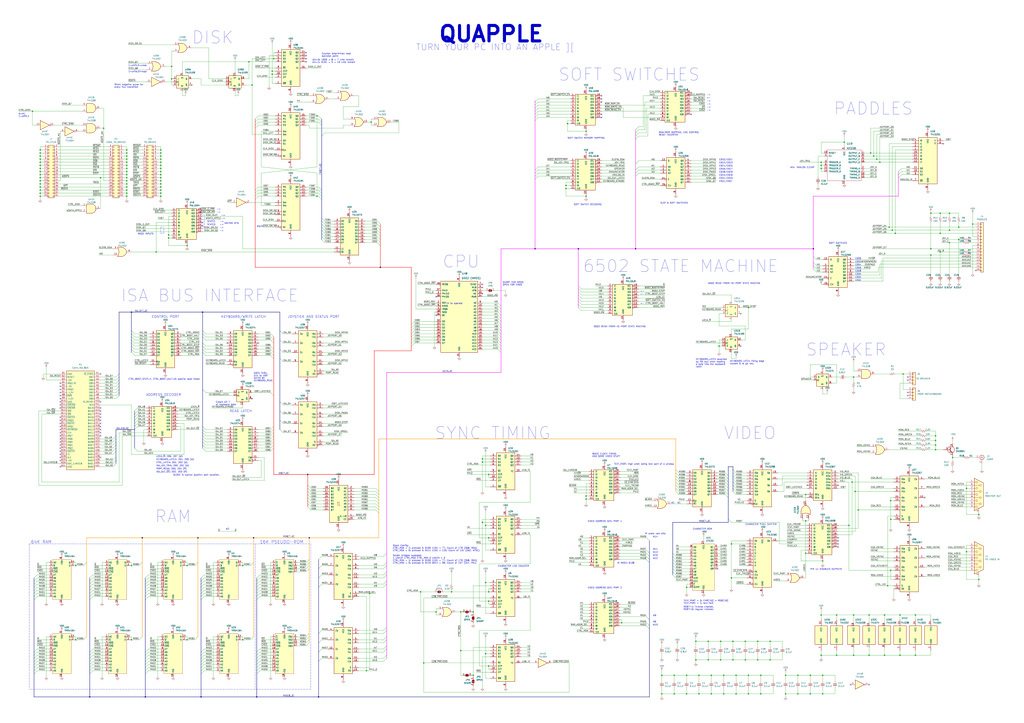
<source format=kicad_sch>
(kicad_sch (version 20211123) (generator eeschema)
  (paper "A1")
  (title_block (title "Quapple") (rev "1") (company "(C) 2022 Tube Time") (comment 1 "http://creativecommons.org/licenses/by-sa/4.0/") (comment 2 "To view a copy of this license, visit") (comment 3 "Attribution-ShareAlike 4.0 International License.") (comment 4 "This work is licensed under the Creative Commons"))
  (junction (at 481.33 161.29))
  (junction (at 104.14 138.43))
  (junction (at 563.88 570.23))
  (junction (at 732.79 189.23))
  (junction (at 728.98 481.33))
  (junction (at 199.39 525.78))
  (junction (at 584.2 554.99))
  (junction (at 401.32 486.41))
  (junction (at 787.4 196.85))
  (junction (at 33.02 130.81))
  (junction (at 398.78 431.8))
  (junction (at 132.08 130.81))
  (junction (at 153.67 201.93))
  (junction (at 624.84 570.23))
  (junction (at 138.43 193.04))
  (junction (at 132.08 128.27))
  (junction (at 33.02 125.73))
  (junction (at 119.38 572.77))
  (junction (at 303.53 487.68))
  (junction (at 717.55 128.27))
  (junction (at 464.82 152.4))
  (junction (at 132.08 140.97))
  (junction (at 675.64 570.23))
  (junction (at 726.44 538.48))
  (junction (at 594.36 554.99))
  (junction (at 140.97 64.77))
  (junction (at 33.02 138.43))
  (junction (at 132.08 133.35))
  (junction (at 62.23 464.82))
  (junction (at 731.52 426.72))
  (junction (at 722.63 133.35))
  (junction (at 208.28 441.96))
  (junction (at 622.3 542.29))
  (junction (at 735.33 191.77))
  (junction (at 312.42 219.71))
  (junction (at 803.91 422.91))
  (junction (at 787.4 186.69))
  (junction (at 474.98 204.47))
  (junction (at 600.71 474.98))
  (junction (at 132.08 161.29))
  (junction (at 388.62 502.92))
  (junction (at 85.09 105.41))
  (junction (at 252.73 389.89))
  (junction (at 668.02 204.47))
  (junction (at 715.01 125.73))
  (junction (at 675.64 554.99))
  (junction (at 614.68 252.73))
  (junction (at 590.55 284.48))
  (junction (at 665.48 554.99))
  (junction (at 347.98 544.83))
  (junction (at 104.14 128.27))
  (junction (at 614.68 570.23))
  (junction (at 104.14 133.35))
  (junction (at 466.09 101.6))
  (junction (at 378.46 502.92))
  (junction (at 779.78 175.26))
  (junction (at 33.02 128.27))
  (junction (at 731.52 411.48))
  (junction (at 584.2 570.23))
  (junction (at 153.67 464.82))
  (junction (at 798.83 184.15))
  (junction (at 563.88 482.6))
  (junction (at 510.54 511.81))
  (junction (at 204.47 50.8))
  (junction (at 563.88 554.99))
  (junction (at 33.02 153.67))
  (junction (at 655.32 554.99))
  (junction (at 300.99 551.18))
  (junction (at 481.33 107.95))
  (junction (at 553.72 570.23))
  (junction (at 701.04 309.88))
  (junction (at 793.75 401.32))
  (junction (at 223.52 58.42))
  (junction (at 140.97 54.61))
  (junction (at 153.67 525.78))
  (junction (at 401.32 547.37))
  (junction (at 162.56 441.96))
  (junction (at 73.66 572.77))
  (junction (at 768.35 365.76))
  (junction (at 33.02 158.75))
  (junction (at 768.35 358.14))
  (junction (at 674.37 138.43))
  (junction (at 104.14 140.97))
  (junction (at 772.16 175.26))
  (junction (at 720.09 130.81))
  (junction (at 33.02 123.19))
  (junction (at 591.82 542.29))
  (junction (at 481.33 410.21))
  (junction (at 674.37 538.48))
  (junction (at 779.78 199.39))
  (junction (at 739.14 538.48))
  (junction (at 132.08 151.13))
  (junction (at 132.08 135.89))
  (junction (at 132.08 158.75))
  (junction (at 702.31 403.86))
  (junction (at 223.52 60.96))
  (junction (at 581.66 542.29))
  (junction (at 739.14 505.46))
  (junction (at 601.98 542.29))
  (junction (at 543.56 554.99))
  (junction (at 104.14 143.51))
  (junction (at 594.36 570.23))
  (junction (at 687.07 538.48))
  (junction (at 751.84 505.46))
  (junction (at 132.08 123.19))
  (junction (at 571.5 542.29))
  (junction (at 661.67 454.66))
  (junction (at 33.02 161.29))
  (junction (at 166.37 256.54))
  (junction (at 464.82 154.94))
  (junction (at 132.08 138.43))
  (junction (at 726.44 505.46))
  (junction (at 199.39 464.82))
  (junction (at 661.67 406.4))
  (junction (at 224.79 48.26))
  (junction (at 793.75 453.39))
  (junction (at 604.52 554.99))
  (junction (at 624.84 554.99))
  (junction (at 701.04 505.46))
  (junction (at 210.82 572.77))
  (junction (at 687.07 505.46))
  (junction (at 768.35 369.57))
  (junction (at 396.24 429.26))
  (junction (at 764.54 204.47))
  (junction (at 768.35 361.95))
  (junction (at 571.5 527.05))
  (junction (at 107.95 525.78))
  (junction (at 82.55 146.05))
  (junction (at 614.68 554.99))
  (junction (at 600.71 447.04))
  (junction (at 675.64 461.01))
  (junction (at 104.14 156.21))
  (junction (at 581.66 527.05))
  (junction (at 116.84 441.96))
  (junction (at 104.14 158.75))
  (junction (at 33.02 140.97))
  (junction (at 398.78 478.79))
  (junction (at 33.02 143.51))
  (junction (at 645.16 570.23))
  (junction (at 104.14 153.67))
  (junction (at 713.74 538.48))
  (junction (at 632.46 527.05))
  (junction (at 132.08 148.59))
  (junction (at 730.25 186.69))
  (junction (at 591.82 527.05))
  (junction (at 751.84 538.48))
  (junction (at 731.52 468.63))
  (junction (at 104.14 125.73))
  (junction (at 439.42 204.47))
  (junction (at 132.08 143.51))
  (junction (at 553.72 554.99))
  (junction (at 107.95 464.82))
  (junction (at 612.14 542.29))
  (junction (at 33.02 151.13))
  (junction (at 260.35 161.29))
  (junction (at 674.37 505.46))
  (junction (at 521.97 204.47))
  (junction (at 645.16 554.99))
  (junction (at 601.98 527.05))
  (junction (at 396.24 379.73))
  (junction (at 370.84 486.41))
  (junction (at 779.78 189.23))
  (junction (at 713.74 505.46))
  (junction (at 107.95 256.54))
  (junction (at 612.14 527.05))
  (junction (at 481.33 407.67))
  (junction (at 33.02 148.59))
  (junction (at 388.62 554.99))
  (junction (at 574.04 570.23))
  (junction (at 33.02 156.21))
  (junction (at 674.37 135.89))
  (junction (at 132.08 146.05))
  (junction (at 655.32 570.23))
  (junction (at 674.37 133.35))
  (junction (at 33.02 133.35))
  (junction (at 260.35 95.25))
  (junction (at 772.16 191.77))
  (junction (at 254 441.96))
  (junction (at 104.14 148.59))
  (junction (at 132.08 156.21))
  (junction (at 104.14 130.81))
  (junction (at 33.02 146.05))
  (junction (at 398.78 537.21))
  (junction (at 782.32 375.92))
  (junction (at 62.23 525.78))
  (junction (at 104.14 161.29))
  (junction (at 741.68 307.34))
  (junction (at 207.01 69.85))
  (junction (at 304.8 100.33))
  (junction (at 378.46 534.67))
  (junction (at 104.14 146.05))
  (junction (at 138.43 195.58))
  (junction (at 803.91 476.25))
  (junction (at 104.14 123.19))
  (junction (at 622.3 527.05))
  (junction (at 699.77 396.24))
  (junction (at 33.02 135.89))
  (junction (at 693.42 116.84))
  (junction (at 632.46 542.29))
  (junction (at 345.44 486.41))
  (junction (at 704.85 419.1))
  (junction (at 358.14 502.92))
  (junction (at 104.14 151.13))
  (junction (at 165.1 572.77))
  (junction (at 104.14 135.89))
  (junction (at 574.04 554.99))
  (junction (at 764.54 209.55))
  (junction (at 128.27 207.01))
  (junction (at 401.32 389.89))
  (junction (at 396.24 377.19))
  (junction (at 604.52 570.23))
  (junction (at 772.16 207.01))
  (junction (at 701.04 538.48))
  (junction (at 697.23 431.8))
  (junction (at 543.56 570.23))
  (junction (at 661.67 427.99))
  (junction (at 261.62 572.77))
  (junction (at 132.08 125.73))
  (junction (at 764.54 175.26))
  (junction (at 132.08 153.67))
  (junction (at 665.48 570.23))
  (junction (at 401.32 494.03))
  (junction (at 401.32 441.96))
  (junction (at 26.67 91.44))
  (no_connect (at 745.49 322.58))
  (no_connect (at 745.49 325.12))
  (no_connect (at 745.49 309.88))
  (no_connect (at 745.49 312.42))
  (no_connect (at 774.7 118.11))
  (no_connect (at 494.03 81.28))
  (no_connect (at 494.03 83.82))
  (no_connect (at 494.03 78.74))
  (no_connect (at 688.34 447.04))
  (no_connect (at 688.34 444.5))
  (no_connect (at 688.34 449.58))
  (no_connect (at 688.34 441.96))
  (no_connect (at 589.28 467.36))
  (no_connect (at 251.46 48.26))
  (no_connect (at 251.46 45.72))
  (no_connect (at 251.46 43.18))
  (no_connect (at 251.46 50.8))
  (no_connect (at 396.24 236.22))
  (no_connect (at 396.24 233.68))
  (no_connect (at 82.55 307.34))
  (no_connect (at 759.46 408.94))
  (no_connect (at 801.37 222.25))
  (no_connect (at 494.03 93.98))
  (no_connect (at 494.03 96.52))
  (no_connect (at 82.55 340.36))
  (no_connect (at 82.55 335.28))
  (no_connect (at 82.55 337.82))
  (no_connect (at 82.55 342.9))
  (no_connect (at 82.55 350.52))
  (no_connect (at 82.55 353.06))
  (no_connect (at 82.55 345.44))
  (no_connect (at 82.55 347.98))
  (no_connect (at 82.55 358.14))
  (no_connect (at 82.55 355.6))
  (no_connect (at 157.48 69.85))
  (no_connect (at 358.14 243.84))
  (no_connect (at 186.69 281.94))
  (no_connect (at 212.09 281.94))
  (no_connect (at 608.33 284.48))
  (no_connect (at 608.33 257.81))
  (no_connect (at 688.34 398.78))
  (no_connect (at 662.94 398.78))
  (no_connect (at 49.53 342.9))
  (no_connect (at 49.53 347.98))
  (no_connect (at 49.53 345.44))
  (no_connect (at 49.53 355.6))
  (no_connect (at 49.53 350.52))
  (no_connect (at 49.53 353.06))
  (no_connect (at 49.53 358.14))
  (no_connect (at 49.53 370.84))
  (no_connect (at 49.53 363.22))
  (no_connect (at 49.53 368.3))
  (no_connect (at 49.53 360.68))
  (no_connect (at 49.53 365.76))
  (no_connect (at 49.53 378.46))
  (no_connect (at 49.53 375.92))
  (no_connect (at 49.53 383.54))
  (no_connect (at 49.53 373.38))
  (no_connect (at 358.14 259.08))
  (no_connect (at 82.55 375.92))
  (no_connect (at 82.55 330.2))
  (no_connect (at 567.69 93.98))
  (no_connect (at 567.69 76.2))
  (no_connect (at 207.01 327.66))
  (no_connect (at 713.74 562.61))
  (no_connect (at 698.5 562.61))
  (no_connect (at 166.37 182.88))
  (no_connect (at 166.37 185.42))
  (no_connect (at 49.53 320.04))
  (no_connect (at 49.53 325.12))
  (no_connect (at 49.53 335.28))
  (no_connect (at 49.53 330.2))
  (no_connect (at 49.53 327.66))
  (no_connect (at 49.53 322.58))
  (no_connect (at 49.53 332.74))
  (no_connect (at 49.53 317.5))
  (no_connect (at 49.53 314.96))
  (bus_entry (at 110.49 350.52) (size 2.54 -2.54))
  (bus_entry (at 73.66 553.72) (size 2.54 -2.54))
  (bus_entry (at 474.98 250.19) (size 2.54 2.54))
  (bus_entry (at 119.38 482.6) (size 2.54 -2.54))
  (bus_entry (at 166.37 350.52) (size 2.54 2.54))
  (bus_entry (at 408.94 274.32) (size 2.54 2.54))
  (bus_entry (at 595.63 403.86) (size 2.54 2.54))
  (bus_entry (at 110.49 347.98) (size 2.54 -2.54))
  (bus_entry (at 251.46 523.24) (size 2.54 -2.54))
  (bus_entry (at 27.94 474.98) (size 2.54 -2.54))
  (bus_entry (at 251.46 528.32) (size 2.54 -2.54))
  (bus_entry (at 209.55 163.83) (size 2.54 -2.54))
  (bus_entry (at 92.71 365.76) (size 2.54 -2.54))
  (bus_entry (at 166.37 363.22) (size 2.54 2.54))
  (bus_entry (at 110.49 337.82) (size 2.54 -2.54))
  (bus_entry (at 308.61 403.86) (size 2.54 2.54))
  (bus_entry (at 251.46 464.82) (size 2.54 -2.54))
  (bus_entry (at 107.95 289.56) (size 2.54 2.54))
  (bus_entry (at 439.42 86.36) (size 2.54 -2.54))
  (bus_entry (at 314.96 457.2) (size 2.54 -2.54))
  (bus_entry (at 737.87 146.05) (size 2.54 -2.54))
  (bus_entry (at 737.87 140.97) (size 2.54 -2.54))
  (bus_entry (at 737.87 143.51) (size 2.54 -2.54))
  (bus_entry (at 337.82 284.48) (size 2.54 -2.54))
  (bus_entry (at 308.61 406.4) (size 2.54 2.54))
  (bus_entry (at 264.16 181.61) (size 2.54 2.54))
  (bus_entry (at 309.88 191.77) (size 2.54 2.54))
  (bus_entry (at 165.1 492.76) (size 2.54 -2.54))
  (bus_entry (at 210.82 546.1) (size 2.54 -2.54))
  (bus_entry (at 604.52 401.32) (size -2.54 -2.54))
  (bus_entry (at 27.94 485.14) (size 2.54 -2.54))
  (bus_entry (at 73.66 490.22) (size 2.54 -2.54))
  (bus_entry (at 408.94 281.94) (size 2.54 2.54))
  (bus_entry (at 27.94 487.68) (size 2.54 -2.54))
  (bus_entry (at 110.49 342.9) (size 2.54 -2.54))
  (bus_entry (at 521.97 106.68) (size 2.54 -2.54))
  (bus_entry (at 521.97 109.22) (size 2.54 -2.54))
  (bus_entry (at 521.97 111.76) (size 2.54 -2.54))
  (bus_entry (at 521.97 114.3) (size 2.54 -2.54))
  (bus_entry (at 474.98 242.57) (size 2.54 2.54))
  (bus_entry (at 604.52 403.86) (size -2.54 -2.54))
  (bus_entry (at 264.16 189.23) (size 2.54 2.54))
  (bus_entry (at 252.73 403.86) (size 2.54 2.54))
  (bus_entry (at 73.66 485.14) (size 2.54 -2.54))
  (bus_entry (at 337.82 269.24) (size 2.54 -2.54))
  (bus_entry (at 604.52 396.24) (size -2.54 -2.54))
  (bus_entry (at 107.95 287.02) (size 2.54 2.54))
  (bus_entry (at 264.16 111.76) (size 2.54 -2.54))
  (bus_entry (at 209.55 97.79) (size 2.54 -2.54))
  (bus_entry (at 92.71 383.54) (size 2.54 -2.54))
  (bus_entry (at 73.66 546.1) (size 2.54 -2.54))
  (bus_entry (at 439.42 147.32) (size 2.54 -2.54))
  (bus_entry (at 110.49 368.3) (size 2.54 2.54))
  (bus_entry (at 210.82 474.98) (size 2.54 -2.54))
  (bus_entry (at 119.38 490.22) (size 2.54 -2.54))
  (bus_entry (at 27.94 480.06) (size 2.54 -2.54))
  (bus_entry (at 554.99 391.16) (size 2.54 2.54))
  (bus_entry (at 408.94 276.86) (size 2.54 2.54))
  (bus_entry (at 309.88 181.61) (size 2.54 2.54))
  (bus_entry (at 408.94 269.24) (size 2.54 2.54))
  (bus_entry (at 552.45 472.44) (size 2.54 2.54))
  (bus_entry (at 552.45 454.66) (size 2.54 2.54))
  (bus_entry (at 337.82 279.4) (size 2.54 -2.54))
  (bus_entry (at 337.82 266.7) (size 2.54 -2.54))
  (bus_entry (at 309.88 184.15) (size 2.54 2.54))
  (bus_entry (at 222.25 322.58) (size 2.54 2.54))
  (bus_entry (at 224.79 365.76) (size -2.54 2.54))
  (bus_entry (at 224.79 368.3) (size -2.54 2.54))
  (bus_entry (at 224.79 360.68) (size -2.54 2.54))
  (bus_entry (at 224.79 350.52) (size -2.54 2.54))
  (bus_entry (at 224.79 353.06) (size -2.54 2.54))
  (bus_entry (at 224.79 363.22) (size -2.54 2.54))
  (bus_entry (at 224.79 355.6) (size -2.54 2.54))
  (bus_entry (at 224.79 358.14) (size -2.54 2.54))
  (bus_entry (at 222.25 274.32) (size 2.54 2.54))
  (bus_entry (at 222.25 284.48) (size 2.54 2.54))
  (bus_entry (at 222.25 287.02) (size 2.54 2.54))
  (bus_entry (at 222.25 279.4) (size 2.54 2.54))
  (bus_entry (at 222.25 276.86) (size 2.54 2.54))
  (bus_entry (at 222.25 292.1) (size 2.54 2.54))
  (bus_entry (at 222.25 289.56) (size 2.54 2.54))
  (bus_entry (at 165.1 546.1) (size 2.54 -2.54))
  (bus_entry (at 210.82 480.06) (size 2.54 -2.54))
  (bus_entry (at 210.82 553.72) (size 2.54 -2.54))
  (bus_entry (at 595.63 398.78) (size 2.54 2.54))
  (bus_entry (at 165.1 538.48) (size 2.54 -2.54))
  (bus_entry (at 598.17 426.72) (size 2.54 2.54))
  (bus_entry (at 604.52 391.16) (size -2.54 -2.54))
  (bus_entry (at 166.37 353.06) (size 2.54 2.54))
  (bus_entry (at 554.99 388.62) (size 2.54 2.54))
  (bus_entry (at 92.71 373.38) (size 2.54 -2.54))
  (bus_entry (at 92.71 370.84) (size 2.54 -2.54))
  (bus_entry (at 554.99 396.24) (size 2.54 2.54))
  (bus_entry (at 439.42 83.82) (size 2.54 -2.54))
  (bus_entry (at 251.46 525.78) (size 2.54 -2.54))
  (bus_entry (at 166.37 360.68) (size 2.54 2.54))
  (bus_entry (at 595.63 388.62) (size 2.54 2.54))
  (bus_entry (at 604.52 393.7) (size -2.54 -2.54))
  (bus_entry (at 92.71 368.3) (size 2.54 -2.54))
  (bus_entry (at 309.88 199.39) (size 2.54 2.54))
  (bus_entry (at 95.25 320.04) (size 2.54 -2.54))
  (bus_entry (at 92.71 363.22) (size 2.54 -2.54))
  (bus_entry (at 252.73 401.32) (size 2.54 2.54))
  (bus_entry (at 210.82 551.18) (size 2.54 -2.54))
  (bus_entry (at 439.42 88.9) (size 2.54 -2.54))
  (bus_entry (at 337.82 281.94) (size 2.54 -2.54))
  (bus_entry (at 474.98 252.73) (size 2.54 2.54))
  (bus_entry (at 595.63 401.32) (size 2.54 2.54))
  (bus_entry (at 73.66 477.52) (size 2.54 -2.54))
  (bus_entry (at 165.1 482.6) (size 2.54 -2.54))
  (bus_entry (at 27.94 548.64) (size 2.54 -2.54))
  (bus_entry (at 595.63 406.4) (size 2.54 2.54))
  (bus_entry (at 439.42 144.78) (size 2.54 -2.54))
  (bus_entry (at 73.66 535.94) (size 2.54 -2.54))
  (bus_entry (at 114.3 525.78) (size 2.54 -2.54))
  (bus_entry (at 165.1 548.64) (size 2.54 -2.54))
  (bus_entry (at 552.45 462.28) (size 2.54 2.54))
  (bus_entry (at 210.82 485.14) (size 2.54 -2.54))
  (bus_entry (at 119.38 474.98) (size 2.54 -2.54))
  (bus_entry (at 251.46 530.86) (size 2.54 -2.54))
  (bus_entry (at 92.71 360.68) (size 2.54 -2.54))
  (bus_entry (at 210.82 490.22) (size 2.54 -2.54))
  (bus_entry (at 165.1 553.72) (size 2.54 -2.54))
  (bus_entry (at 209.55 158.75) (size 2.54 -2.54))
  (bus_entry (at 408.94 254) (size 2.54 2.54))
  (bus_entry (at 165.1 543.56) (size 2.54 -2.54))
  (bus_entry (at 474.98 240.03) (size 2.54 2.54))
  (bus_entry (at 165.1 485.14) (size 2.54 -2.54))
  (bus_entry (at 160.02 464.82) (size 2.54 -2.54))
  (bus_entry (at 73.66 482.6) (size 2.54 -2.54))
  (bus_entry (at 474.98 234.95) (size 2.54 2.54))
  (bus_entry (at 521.97 134.62) (size 2.54 -2.54))
  (bus_entry (at 521.97 139.7) (size 2.54 -2.54))
  (bus_entry (at 521.97 142.24) (size 2.54 -2.54))
  (bus_entry (at 521.97 144.78) (size 2.54 -2.54))
  (bus_entry (at 337.82 276.86) (size 2.54 -2.54))
  (bus_entry (at 261.62 100.33) (size 2.54 2.54))
  (bus_entry (at 261.62 97.79) (size 2.54 2.54))
  (bus_entry (at 261.62 95.25) (size 2.54 2.54))
  (bus_entry (at 119.38 541.02) (size 2.54 -2.54))
  (bus_entry (at 210.82 548.64) (size 2.54 -2.54))
  (bus_entry (at 439.42 91.44) (size 2.54 -2.54))
  (bus_entry (at 110.49 340.36) (size 2.54 -2.54))
  (bus_entry (at 27.94 551.18) (size 2.54 -2.54))
  (bus_entry (at 27.94 543.56) (size 2.54 -2.54))
  (bus_entry (at 309.88 189.23) (size 2.54 2.54))
  (bus_entry (at 166.37 368.3) (size 2.54 2.54))
  (bus_entry (at 107.95 271.78) (size 2.54 2.54))
  (bus_entry (at 73.66 492.76) (size 2.54 -2.54))
  (bus_entry (at 165.1 551.18) (size 2.54 -2.54))
  (bus_entry (at 165.1 541.02) (size 2.54 -2.54))
  (bus_entry (at 107.95 284.48) (size 2.54 2.54))
  (bus_entry (at 554.99 401.32) (size 2.54 2.54))
  (bus_entry (at 110.49 345.44) (size 2.54 -2.54))
  (bus_entry (at 408.94 271.78) (size 2.54 2.54))
  (bus_entry (at 27.94 492.76) (size 2.54 -2.54))
  (bus_entry (at 308.61 419.1) (size 2.54 2.54))
  (bus_entry (at 552.45 467.36) (size 2.54 2.54))
  (bus_entry (at 439.42 99.06) (size 2.54 -2.54))
  (bus_entry (at 595.63 393.7) (size 2.54 2.54))
  (bus_entry (at 252.73 411.48) (size 2.54 2.54))
  (bus_entry (at 119.38 492.76) (size 2.54 -2.54))
  (bus_entry (at 308.61 416.56) (size 2.54 2.54))
  (bus_entry (at 95.25 312.42) (size 2.54 -2.54))
  (bus_entry (at 209.55 161.29) (size 2.54 -2.54))
  (bus_entry (at 210.82 543.56) (size 2.54 -2.54))
  (bus_entry (at 166.37 271.78) (size 2.54 2.54))
  (bus_entry (at 166.37 276.86) (size 2.54 2.54))
  (bus_entry (at 166.37 274.32) (size 2.54 2.54))
  (bus_entry (at 166.37 281.94) (size 2.54 2.54))
  (bus_entry (at 166.37 284.48) (size 2.54 2.54))
  (bus_entry (at 166.37 287.02) (size 2.54 2.54))
  (bus_entry (at 166.37 289.56) (size 2.54 2.54))
  (bus_entry (at 27.94 490.22) (size 2.54 -2.54))
  (bus_entry (at 95.25 327.66) (size 2.54 -2.54))
  (bus_entry (at 554.99 403.86) (size 2.54 2.54))
  (bus_entry (at 119.38 535.94) (size 2.54 -2.54))
  (bus_entry (at 95.25 309.88) (size 2.54 -2.54))
  (bus_entry (at 264.16 196.85) (size 2.54 2.54))
  (bus_entry (at 264.16 191.77) (size 2.54 2.54))
  (bus_entry (at 114.3 464.82) (size 2.54 -2.54))
  (bus_entry (at 119.38 548.64) (size 2.54 -2.54))
  (bus_entry (at 210.82 482.6) (size 2.54 -2.54))
  (bus_entry (at 261.62 161.29) (size 2.54 2.54))
  (bus_entry (at 27.94 546.1) (size 2.54 -2.54))
  (bus_entry (at 166.37 320.04) (size 2.54 2.54))
  (bus_entry (at 309.88 194.31) (size 2.54 2.54))
  (bus_entry (at 264.16 194.31) (size 2.54 2.54))
  (bus_entry (at 165.1 490.22) (size 2.54 -2.54))
  (bus_entry (at 27.94 535.94) (size 2.54 -2.54))
  (bus_entry (at 408.94 284.48) (size 2.54 2.54))
  (bus_entry (at 205.74 464.82) (size 2.54 -2.54))
  (bus_entry (at 210.82 487.68) (size 2.54 -2.54))
  (bus_entry (at 68.58 525.78) (size 2.54 -2.54))
  (bus_entry (at 554.99 398.78) (size 2.54 2.54))
  (bus_entry (at 308.61 401.32) (size 2.54 2.54))
  (bus_entry (at 166.37 355.6) (size 2.54 2.54))
  (bus_entry (at 95.25 325.12) (size 2.54 -2.54))
  (bus_entry (at 408.94 261.62) (size 2.54 2.54))
  (bus_entry (at 604.52 406.4) (size -2.54 -2.54))
  (bus_entry (at 408.94 248.92) (size 2.54 2.54))
  (bus_entry (at 474.98 237.49) (size 2.54 2.54))
  (bus_entry (at 165.1 487.68) (size 2.54 -2.54))
  (bus_entry (at 160.02 525.78) (size 2.54 -2.54))
  (bus_entry (at 73.66 551.18) (size 2.54 -2.54))
  (bus_entry (at 95.25 317.5) (size 2.54 -2.54))
  (bus_entry (at 119.38 487.68) (size 2.54 -2.54))
  (bus_entry (at 439.42 96.52) (size 2.54 -2.54))
  (bus_entry (at 595.63 391.16) (size 2.54 2.54))
  (bus_entry (at 264.16 179.07) (size 2.54 2.54))
  (bus_entry (at 552.45 464.82) (size 2.54 2.54))
  (bus_entry (at 165.1 535.94) (size 2.54 -2.54))
  (bus_entry (at 474.98 247.65) (size 2.54 2.54))
  (bus_entry (at 27.94 477.52) (size 2.54 -2.54))
  (bus_entry (at 337.82 271.78) (size 2.54 -2.54))
  (bus_entry (at 552.45 459.74) (size 2.54 2.54))
  (bus_entry (at 209.55 105.41) (size 2.54 -2.54))
  (bus_entry (at 554.99 393.7) (size 2.54 2.54))
  (bus_entry (at 166.37 358.14) (size 2.54 2.54))
  (bus_entry (at 119.38 551.18) (size 2.54 -2.54))
  (bus_entry (at 668.02 220.98) (size 2.54 2.54))
  (bus_entry (at 668.02 218.44) (size 2.54 2.54))
  (bus_entry (at 668.02 210.82) (size 2.54 2.54))
  (bus_entry (at 668.02 215.9) (size 2.54 2.54))
  (bus_entry (at 309.88 196.85) (size 2.54 2.54))
  (bus_entry (at 119.38 553.72) (size 2.54 -2.54))
  (bus_entry (at 95.25 314.96) (size 2.54 -2.54))
  (bus_entry (at 252.73 414.02) (size 2.54 2.54))
  (bus_entry (at 73.66 480.06) (size 2.54 -2.54))
  (bus_entry (at 165.1 480.06) (size 2.54 -2.54))
  (bus_entry (at 439.42 142.24) (size 2.54 -2.54))
  (bus_entry (at 27.94 553.72) (size 2.54 -2.54))
  (bus_entry (at 119.38 477.52) (size 2.54 -2.54))
  (bus_entry (at 308.61 408.94) (size 2.54 2.54))
  (bus_entry (at 251.46 467.36) (size 2.54 -2.54))
  (bus_entry (at 252.73 416.56) (size 2.54 2.54))
  (bus_entry (at 68.58 464.82) (size 2.54 -2.54))
  (bus_entry (at 27.94 538.48) (size 2.54 -2.54))
  (bus_entry (at 210.82 477.52) (size 2.54 -2.54))
  (bus_entry (at 27.94 541.02) (size 2.54 -2.54))
  (bus_entry (at 308.61 411.48) (size 2.54 2.54))
  (bus_entry (at 408.94 287.02) (size 2.54 2.54))
  (bus_entry (at 95.25 322.58) (size 2.54 -2.54))
  (bus_entry (at 107.95 279.4) (size 2.54 2.54))
  (bus_entry (at 408.94 259.08) (size 2.54 2.54))
  (bus_entry (at 408.94 264.16) (size 2.54 2.54))
  (bus_entry (at 604.52 398.78) (size -2.54 -2.54))
  (bus_entry (at 408.94 279.4) (size 2.54 2.54))
  (bus_entry (at 251.46 469.9) (size 2.54 -2.54))
  (bus_entry (at 73.66 474.98) (size 2.54 -2.54))
  (bus_entry (at 107.95 274.32) (size 2.54 2.54))
  (bus_entry (at 252.73 398.78) (size 2.54 2.54))
  (bus_entry (at 229.87 330.2) (size 2.54 2.54))
  (bus_entry (at 229.87 337.82) (size 2.54 2.54))
  (bus_entry (at 229.87 345.44) (size 2.54 2.54))
  (bus_entry (at 229.87 353.06) (size 2.54 2.54))
  (bus_entry (at 229.87 294.64) (size 2.54 2.54))
  (bus_entry (at 229.87 279.4) (size 2.54 2.54))
  (bus_entry (at 229.87 287.02) (size 2.54 2.54))
  (bus_entry (at 229.87 271.78) (size 2.54 2.54))
  (bus_entry (at 604.52 388.62) (size -2.54 -2.54))
  (bus_entry (at 119.38 485.14) (size 2.54 -2.54))
  (bus_entry (at 337.82 274.32) (size 2.54 -2.54))
  (bus_entry (at 408.94 266.7) (size 2.54 2.54))
  (bus_entry (at 209.55 102.87) (size 2.54 -2.54))
  (bus_entry (at 73.66 548.64) (size 2.54 -2.54))
  (bus_entry (at 264.16 186.69) (size 2.54 2.54))
  (bus_entry (at 264.16 184.15) (size 2.54 2.54))
  (bus_entry (at 107.95 281.94) (size 2.54 2.54))
  (bus_entry (at 210.82 541.02) (size 2.54 -2.54))
  (bus_entry (at 107.95 276.86) (size 2.54 2.54))
  (bus_entry (at 119.38 538.48) (size 2.54 -2.54))
  (bus_entry (at 261.62 158.75) (size 2.54 2.54))
  (bus_entry (at 165.1 474.98) (size 2.54 -2.54))
  (bus_entry (at 27.94 482.6) (size 2.54 -2.54))
  (bus_entry (at 474.98 245.11) (size 2.54 2.54))
  (bus_entry (at 92.71 381) (size 2.54 -2.54))
  (bus_entry (at 73.66 543.56) (size 2.54 -2.54))
  (bus_entry (at 595.63 396.24) (size 2.54 2.54))
  (bus_entry (at 252.73 408.94) (size 2.54 2.54))
  (bus_entry (at 73.66 538.48) (size 2.54 -2.54))
  (bus_entry (at 530.86 441.96) (size 2.54 2.54))
  (bus_entry (at 530.86 452.12) (size 2.54 2.54))
  (bus_entry (at 530.86 454.66) (size 2.54 2.54))
  (bus_entry (at 530.86 457.2) (size 2.54 2.54))
  (bus_entry (at 530.86 459.74) (size 2.54 2.54))
  (bus_entry (at 530.86 506.73) (size 2.54 2.54))
  (bus_entry (at 530.86 511.81) (size 2.54 2.54))
  (bus_entry (at 530.86 514.35) (size 2.54 2.54))
  (bus_entry (at 314.96 472.44) (size 2.54 -2.54))
  (bus_entry (at 314.96 474.98) (size 2.54 -2.54))
  (bus_entry (at 314.96 480.06) (size 2.54 -2.54))
  (bus_entry (at 314.96 482.6) (size 2.54 -2.54))
  (bus_entry (at 314.96 467.36) (size 2.54 -2.54))
  (bus_entry (at 314.96 464.82) (size 2.54 -2.54))
  (bus_entry (at 314.96 525.78) (size 2.54 -2.54))
  (bus_entry (at 314.96 528.32) (size 2.54 -2.54))
  (bus_entry (at 314.96 533.4) (size 2.54 -2.54))
  (bus_entry (at 314.96 535.94) (size 2.54 -2.54))
  (bus_entry (at 314.96 541.02) (size 2.54 -2.54))
  (bus_entry (at 314.96 543.56) (size 2.54 -2.54))
  (bus_entry (at 314.96 518.16) (size 2.54 -2.54))
  (bus_entry (at 314.96 520.7) (size 2.54 -2.54))
  (bus_entry (at 209.55 156.21) (size 2.54 -2.54))
  (bus_entry (at 251.46 462.28) (size 2.54 -2.54))
  (bus_entry (at 210.82 492.76) (size 2.54 -2.54))
  (bus_entry (at 119.38 543.56) (size 2.54 -2.54))
  (bus_entry (at 309.88 186.69) (size 2.54 2.54))
  (bus_entry (at 552.45 457.2) (size 2.54 2.54))
  (bus_entry (at 165.1 477.52) (size 2.54 -2.54))
  (bus_entry (at 119.38 546.1) (size 2.54 -2.54))
  (bus_entry (at 554.99 386.08) (size 2.54 2.54))
  (bus_entry (at 209.55 100.33) (size 2.54 -2.54))
  (bus_entry (at 119.38 480.06) (size 2.54 -2.54))
  (bus_entry (at 261.62 156.21) (size 2.54 2.54))
  (bus_entry (at 166.37 365.76) (size 2.54 2.54))
  (bus_entry (at 439.42 139.7) (size 2.54 -2.54))
  (bus_entry (at 205.74 525.78) (size 2.54 -2.54))
  (bus_entry (at 73.66 487.68) (size 2.54 -2.54))
  (bus_entry (at 439.42 93.98) (size 2.54 -2.54))
  (bus_entry (at 73.66 541.02) (size 2.54 -2.54))
  (bus_entry (at 408.94 251.46) (size 2.54 2.54))
  (bus_entry (at 252.73 406.4) (size 2.54 2.54))
  (bus_entry (at 210.82 535.94) (size 2.54 -2.54))
  (bus_entry (at 261.62 520.7) (size 2.54 -2.54))
  (bus_entry (at 261.62 535.94) (size 2.54 -2.54))
  (bus_entry (at 261.62 543.56) (size 2.54 -2.54))
  (bus_entry (at 261.62 528.32) (size 2.54 -2.54))
  (bus_entry (at 261.62 482.6) (size 2.54 -2.54))
  (bus_entry (at 261.62 474.98) (size 2.54 -2.54))
  (bus_entry (at 261.62 467.36) (size 2.54 -2.54))
  (bus_entry (at 261.62 459.74) (size 2.54 -2.54))
  (bus_entry (at 92.71 378.46) (size 2.54 -2.54))
  (bus_entry (at 261.62 153.67) (size 2.54 2.54))
  (bus_entry (at 210.82 538.48) (size 2.54 -2.54))
  (bus_entry (at 408.94 256.54) (size 2.54 2.54))
  (bus_entry (at 308.61 414.02) (size 2.54 2.54))
  (bus_entry (at 552.45 469.9) (size 2.54 2.54))
  (bus_entry (at 110.49 353.06) (size 2.54 -2.54))
  (wire (pts (xy 281.94 97.79) (xy 287.02 97.79)))
  (wire (pts (xy 494.03 144.78) (xy 513.08 144.78)))
  (wire (pts (xy 33.02 151.13) (xy 35.56 151.13)))
  (wire (pts (xy 199.39 523.24) (xy 199.39 525.78)))
  (wire (pts (xy 217.17 394.97) (xy 217.17 375.92)))
  (wire (pts (xy 34.29 396.24) (xy 97.79 396.24)))
  (wire (pts (xy 148.59 292.1) (xy 163.83 292.1)))
  (wire (pts (xy 574.04 554.99) (xy 574.04 560.07)))
  (wire (pts (xy 699.77 396.24) (xy 734.06 396.24)))
  (wire (pts (xy 427.99 387.35) (xy 435.61 387.35)))
  (wire (pts (xy 104.14 128.27) (xy 101.6 128.27)))
  (wire (pts (xy 168.91 289.56) (xy 186.69 289.56)))
  (wire (pts (xy 215.9 181.61) (xy 226.06 181.61)))
  (wire (pts (xy 104.14 138.43) (xy 101.6 138.43)))
  (bus (pts (xy 119.38 553.72) (xy 119.38 572.77)))
  (wire (pts (xy 427.99 374.65) (xy 438.15 374.65)))
  (wire (pts (xy 787.4 196.85) (xy 791.21 196.85)))
  (wire (pts (xy 702.31 391.16) (xy 702.31 403.86)))
  (wire (pts (xy 129.54 140.97) (xy 132.08 140.97)))
  (wire (pts (xy 734.06 401.32) (xy 715.01 401.32)))
  (wire (pts (xy 85.09 88.9) (xy 85.09 105.41)))
  (wire (pts (xy 660.4 474.98) (xy 661.67 474.98)))
  (wire (pts (xy 600.71 444.5) (xy 600.71 447.04)))
  (wire (pts (xy 121.92 548.64) (xy 132.08 548.64)))
  (wire (pts (xy 650.24 406.4) (xy 661.67 406.4)))
  (wire (pts (xy 213.36 546.1) (xy 223.52 546.1)))
  (wire (pts (xy 614.68 565.15) (xy 614.68 570.23)))
  (wire (pts (xy 688.34 434.34) (xy 704.85 434.34)))
  (wire (pts (xy 104.14 133.35) (xy 101.6 133.35)))
  (wire (pts (xy 113.03 342.9) (xy 120.65 342.9)))
  (wire (pts (xy 441.96 96.52) (xy 468.63 96.52)))
  (bus (pts (xy 119.38 551.18) (xy 119.38 553.72)))
  (wire (pts (xy 600.71 474.98) (xy 613.41 474.98)))
  (wire (pts (xy 212.09 95.25) (xy 226.06 95.25)))
  (wire (pts (xy 589.28 403.86) (xy 595.63 403.86)))
  (wire (pts (xy 701.04 318.77) (xy 701.04 321.31)))
  (wire (pts (xy 148.59 284.48) (xy 163.83 284.48)))
  (wire (pts (xy 243.84 467.36) (xy 251.46 467.36)))
  (wire (pts (xy 801.37 207.01) (xy 796.29 207.01)))
  (wire (pts (xy 30.48 543.56) (xy 40.64 543.56)))
  (wire (pts (xy 402.59 374.65) (xy 396.24 374.65)))
  (wire (pts (xy 481.33 410.21) (xy 483.87 410.21)))
  (wire (pts (xy 590.55 279.4) (xy 590.55 284.48)))
  (wire (pts (xy 778.51 466.09) (xy 796.29 466.09)))
  (bus (pts (xy 165.1 572.77) (xy 210.82 572.77)))
  (wire (pts (xy 264.16 480.06) (xy 269.24 480.06)))
  (bus (pts (xy 97.79 256.54) (xy 107.95 256.54)))
  (wire (pts (xy 739.14 534.67) (xy 739.14 538.48)))
  (wire (pts (xy 278.13 365.76) (xy 265.43 365.76)))
  (bus (pts (xy 210.82 551.18) (xy 210.82 553.72)))
  (wire (pts (xy 33.02 158.75) (xy 33.02 161.29)))
  (wire (pts (xy 473.71 519.43) (xy 483.87 519.43)))
  (wire (pts (xy 215.9 118.11) (xy 226.06 118.11)))
  (wire (pts (xy 563.88 480.06) (xy 563.88 482.6)))
  (wire (pts (xy 212.09 102.87) (xy 226.06 102.87)))
  (wire (pts (xy 494.03 137.16) (xy 513.08 137.16)))
  (wire (pts (xy 290.83 401.32) (xy 308.61 401.32)))
  (wire (pts (xy 152.4 523.24) (xy 153.67 523.24)))
  (wire (pts (xy 464.82 154.94) (xy 464.82 161.29)))
  (wire (pts (xy 82.55 360.68) (xy 92.71 360.68)))
  (bus (pts (xy 224.79 325.12) (xy 224.79 350.52)) (stroke (width 0) (color 255 0 0 1)))
  (wire (pts (xy 590.55 284.48) (xy 593.09 284.48)))
  (wire (pts (xy 140.97 193.04) (xy 138.43 193.04)))
  (wire (pts (xy 294.64 457.2) (xy 314.96 457.2)))
  (bus (pts (xy 97.79 314.96) (xy 97.79 317.5)))
  (bus (pts (xy 317.5 525.78) (xy 317.5 530.86)) (stroke (width 0) (color 255 0 255 1)))
  (wire (pts (xy 168.91 464.82) (xy 177.8 464.82)))
  (wire (pts (xy 646.43 439.42) (xy 662.94 439.42)))
  (wire (pts (xy 674.37 138.43) (xy 674.37 140.97)))
  (wire (pts (xy 674.37 140.97) (xy 676.91 140.97)))
  (wire (pts (xy 674.37 501.65) (xy 674.37 505.46)))
  (wire (pts (xy 435.61 439.42) (xy 435.61 463.55)))
  (wire (pts (xy 213.36 474.98) (xy 223.52 474.98)))
  (wire (pts (xy 481.33 407.67) (xy 483.87 407.67)))
  (wire (pts (xy 542.29 76.2) (xy 533.4 76.2)))
  (bus (pts (xy 337.82 274.32) (xy 337.82 276.86)) (stroke (width 0) (color 255 0 0 1)))
  (wire (pts (xy 670.56 213.36) (xy 675.64 213.36)))
  (wire (pts (xy 509.27 452.12) (xy 530.86 452.12)))
  (bus (pts (xy 73.66 492.76) (xy 73.66 535.94)))
  (wire (pts (xy 349.25 241.3) (xy 358.14 241.3)))
  (wire (pts (xy 427.99 481.33) (xy 438.15 481.33)))
  (wire (pts (xy 135.89 54.61) (xy 140.97 54.61)))
  (wire (pts (xy 718.82 481.33) (xy 728.98 481.33)))
  (wire (pts (xy 88.9 158.75) (xy 48.26 158.75)))
  (wire (pts (xy 398.78 452.12) (xy 398.78 431.8)))
  (wire (pts (xy 600.71 264.16) (xy 600.71 262.89)))
  (wire (pts (xy 530.86 88.9) (xy 542.29 88.9)))
  (wire (pts (xy 383.54 439.42) (xy 402.59 439.42)))
  (wire (pts (xy 370.84 486.41) (xy 401.32 486.41)))
  (wire (pts (xy 703.58 367.03) (xy 715.01 367.03)))
  (wire (pts (xy 33.02 138.43) (xy 33.02 140.97)))
  (wire (pts (xy 701.04 220.98) (xy 715.01 220.98)))
  (wire (pts (xy 223.52 58.42) (xy 226.06 58.42)))
  (wire (pts (xy 121.92 480.06) (xy 132.08 480.06)))
  (wire (pts (xy 721.36 223.52) (xy 701.04 223.52)))
  (wire (pts (xy 402.59 481.33) (xy 388.62 481.33)))
  (polyline (pts (xy 165.1 176.53) (xy 165.1 186.69)))
  (wire (pts (xy 213.36 472.44) (xy 223.52 472.44)))
  (wire (pts (xy 452.12 78.74) (xy 468.63 78.74)))
  (bus (pts (xy 411.48 287.02) (xy 411.48 289.56)) (stroke (width 0) (color 255 0 255 1)))
  (wire (pts (xy 441.96 86.36) (xy 468.63 86.36)))
  (wire (pts (xy 378.46 534.67) (xy 378.46 554.99)))
  (bus (pts (xy 73.66 482.6) (xy 73.66 485.14)))
  (bus (pts (xy 533.4 459.74) (xy 533.4 462.28)))
  (wire (pts (xy 713.74 538.48) (xy 701.04 538.48)))
  (wire (pts (xy 427.99 537.21) (xy 435.61 537.21)))
  (wire (pts (xy 280.67 299.72) (xy 265.43 299.72)))
  (bus (pts (xy 552.45 429.26) (xy 552.45 454.66)))
  (wire (pts (xy 685.8 554.99) (xy 675.64 554.99)))
  (wire (pts (xy 193.04 49.53) (xy 193.04 59.69)))
  (wire (pts (xy 224.79 48.26) (xy 226.06 48.26)))
  (wire (pts (xy 396.24 243.84) (xy 408.94 243.84)))
  (wire (pts (xy 608.33 252.73) (xy 614.68 252.73)))
  (bus (pts (xy 317.5 464.82) (xy 317.5 469.9)) (stroke (width 0) (color 255 0 255 1)))
  (wire (pts (xy 396.24 429.26) (xy 402.59 429.26)))
  (wire (pts (xy 111.76 190.5) (xy 140.97 190.5)))
  (wire (pts (xy 217.17 375.92) (xy 212.09 375.92)))
  (wire (pts (xy 793.75 401.32) (xy 793.75 422.91)))
  (wire (pts (xy 76.2 543.56) (xy 86.36 543.56)))
  (wire (pts (xy 734.06 483.87) (xy 734.06 491.49)))
  (wire (pts (xy 701.04 538.48) (xy 687.07 538.48)))
  (bus (pts (xy 224.79 368.3) (xy 224.79 389.89)) (stroke (width 0) (color 255 0 0 1)))
  (wire (pts (xy 737.87 354.33) (xy 755.65 354.33)))
  (wire (pts (xy 791.21 199.39) (xy 779.78 199.39)))
  (wire (pts (xy 129.54 138.43) (xy 132.08 138.43)))
  (wire (pts (xy 302.26 100.33) (xy 304.8 100.33)))
  (bus (pts (xy 533.4 514.35) (xy 533.4 516.89)))
  (wire (pts (xy 646.43 436.88) (xy 662.94 436.88)))
  (wire (pts (xy 398.78 537.21) (xy 402.59 537.21)))
  (wire (pts (xy 281.94 105.41) (xy 281.94 102.87)))
  (wire (pts (xy 764.54 209.55) (xy 764.54 226.06)))
  (wire (pts (xy 33.02 143.51) (xy 35.56 143.51)))
  (wire (pts (xy 476.25 496.57) (xy 483.87 496.57)))
  (wire (pts (xy 661.67 406.4) (xy 662.94 406.4)))
  (wire (pts (xy 294.64 551.18) (xy 300.99 551.18)))
  (wire (pts (xy 554.99 464.82) (xy 566.42 464.82)))
  (wire (pts (xy 694.69 309.88) (xy 701.04 309.88)))
  (bus (pts (xy 668.02 161.29) (xy 737.87 161.29)) (stroke (width 0) (color 255 0 255 1)))
  (bus (pts (xy 73.66 548.64) (xy 73.66 551.18)))
  (wire (pts (xy 603.25 414.02) (xy 613.41 414.02)))
  (wire (pts (xy 82.55 317.5) (xy 95.25 317.5)))
  (polyline (pts (xy 24.13 447.04) (xy 209.55 447.04)))
  (wire (pts (xy 82.55 332.74) (xy 107.95 332.74)))
  (wire (pts (xy 226.06 43.18) (xy 224.79 43.18)))
  (wire (pts (xy 476.25 441.96) (xy 483.87 441.96)))
  (wire (pts (xy 265.43 406.4) (xy 255.27 406.4)))
  (bus (pts (xy 411.48 279.4) (xy 411.48 281.94)) (stroke (width 0) (color 255 0 255 1)))
  (wire (pts (xy 396.24 238.76) (xy 398.78 238.76)))
  (wire (pts (xy 207.01 48.26) (xy 224.79 48.26)))
  (wire (pts (xy 716.28 191.77) (xy 735.33 191.77)))
  (wire (pts (xy 76.2 533.4) (xy 86.36 533.4)))
  (bus (pts (xy 107.95 284.48) (xy 107.95 287.02)))
  (wire (pts (xy 464.82 149.86) (xy 464.82 152.4)))
  (bus (pts (xy 533.4 444.5) (xy 533.4 454.66)))
  (bus (pts (xy 261.62 528.32) (xy 261.62 535.94)))
  (wire (pts (xy 33.02 128.27) (xy 33.02 130.81)))
  (wire (pts (xy 594.36 570.23) (xy 604.52 570.23)))
  (wire (pts (xy 781.05 408.94) (xy 796.29 408.94)))
  (wire (pts (xy 543.56 551.18) (xy 543.56 554.99)))
  (wire (pts (xy 168.91 279.4) (xy 186.69 279.4)))
  (wire (pts (xy 391.16 447.04) (xy 402.59 447.04)))
  (wire (pts (xy 481.33 160.02) (xy 481.33 161.29)))
  (bus (pts (xy 73.66 474.98) (xy 73.66 477.52)))
  (wire (pts (xy 509.27 405.13) (xy 524.51 405.13)))
  (wire (pts (xy 104.14 130.81) (xy 104.14 133.35)))
  (wire (pts (xy 751.84 538.48) (xy 739.14 538.48)))
  (bus (pts (xy 162.56 441.96) (xy 116.84 441.96)) (stroke (width 0) (color 255 153 0 1)))
  (wire (pts (xy 494.03 91.44) (xy 542.29 91.44)))
  (wire (pts (xy 624.84 554.99) (xy 614.68 554.99)))
  (bus (pts (xy 107.95 281.94) (xy 107.95 284.48)))
  (wire (pts (xy 768.35 361.95) (xy 768.35 365.76)))
  (wire (pts (xy 100.33 358.14) (xy 100.33 398.78)))
  (wire (pts (xy 294.64 467.36) (xy 314.96 467.36)))
  (wire (pts (xy 88.9 135.89) (xy 48.26 135.89)))
  (wire (pts (xy 721.36 219.71) (xy 721.36 223.52)))
  (wire (pts (xy 109.22 125.73) (xy 116.84 125.73)))
  (wire (pts (xy 715.01 453.39) (xy 734.06 453.39)))
  (wire (pts (xy 132.08 151.13) (xy 132.08 153.67)))
  (wire (pts (xy 793.75 401.32) (xy 796.29 401.32)))
  (wire (pts (xy 82.55 325.12) (xy 95.25 325.12)))
  (wire (pts (xy 44.45 102.87) (xy 67.31 102.87)))
  (wire (pts (xy 476.25 454.66) (xy 483.87 454.66)))
  (wire (pts (xy 82.55 312.42) (xy 95.25 312.42)))
  (wire (pts (xy 264.16 518.16) (xy 269.24 518.16)))
  (wire (pts (xy 745.49 314.96) (xy 739.14 314.96)))
  (wire (pts (xy 530.86 441.96) (xy 509.27 441.96)))
  (bus (pts (xy 601.98 386.08) (xy 601.98 383.54)))
  (bus (pts (xy 264.16 102.87) (xy 264.16 111.76)))
  (bus (pts (xy 411.48 289.56) (xy 411.48 306.07)) (stroke (width 0) (color 255 0 255 1)))
  (wire (pts (xy 104.14 125.73) (xy 104.14 128.27)))
  (wire (pts (xy 614.68 554.99) (xy 614.68 560.07)))
  (bus (pts (xy 554.99 386.08) (xy 554.99 360.68)) (stroke (width 0) (color 255 153 0 1)))
  (wire (pts (xy 121.92 551.18) (xy 132.08 551.18)))
  (wire (pts (xy 290.83 419.1) (xy 308.61 419.1)))
  (wire (pts (xy 30.48 541.02) (xy 40.64 541.02)))
  (bus (pts (xy 311.15 411.48) (xy 311.15 414.02)) (stroke (width 0) (color 255 153 0 1)))
  (wire (pts (xy 151.13 373.38) (xy 107.95 373.38)))
  (wire (pts (xy 167.64 482.6) (xy 177.8 482.6)))
  (bus (pts (xy 73.66 551.18) (xy 73.66 553.72)))
  (wire (pts (xy 793.75 396.24) (xy 793.75 401.32)))
  (wire (pts (xy 657.86 452.12) (xy 657.86 461.01)))
  (wire (pts (xy 801.37 191.77) (xy 772.16 191.77)))
  (wire (pts (xy 589.28 396.24) (xy 595.63 396.24)))
  (wire (pts (xy 152.4 464.82) (xy 153.67 464.82)))
  (wire (pts (xy 779.78 231.14) (xy 779.78 232.41)))
  (wire (pts (xy 294.64 528.32) (xy 314.96 528.32)))
  (bus (pts (xy 97.79 309.88) (xy 97.79 312.42)))
  (wire (pts (xy 140.97 64.77) (xy 140.97 54.61)))
  (wire (pts (xy 688.34 391.16) (xy 702.31 391.16)))
  (wire (pts (xy 200.66 69.85) (xy 207.01 69.85)))
  (bus (pts (xy 210.82 482.6) (xy 210.82 485.14)))
  (wire (pts (xy 340.36 281.94) (xy 358.14 281.94)))
  (wire (pts (xy 402.59 539.75) (xy 396.24 539.75)))
  (bus (pts (xy 411.48 276.86) (xy 411.48 279.4)) (stroke (width 0) (color 255 0 255 1)))
  (wire (pts (xy 801.37 219.71) (xy 721.36 219.71)))
  (wire (pts (xy 524.51 109.22) (xy 530.86 109.22)))
  (wire (pts (xy 642.62 542.29) (xy 642.62 537.21)))
  (wire (pts (xy 260.35 95.25) (xy 261.62 95.25)))
  (wire (pts (xy 207.01 322.58) (xy 222.25 322.58)))
  (wire (pts (xy 105.41 57.15) (xy 120.65 57.15)))
  (bus (pts (xy 224.79 360.68) (xy 224.79 363.22)) (stroke (width 0) (color 255 0 0 1)))
  (wire (pts (xy 796.29 396.24) (xy 793.75 396.24)))
  (wire (pts (xy 524.51 139.7) (xy 542.29 139.7)))
  (wire (pts (xy 638.81 388.62) (xy 662.94 388.62)))
  (wire (pts (xy 427.99 426.72) (xy 443.23 426.72)))
  (wire (pts (xy 97.79 355.6) (xy 120.65 355.6)))
  (wire (pts (xy 168.91 353.06) (xy 186.69 353.06)))
  (wire (pts (xy 167.64 535.94) (xy 177.8 535.94)))
  (wire (pts (xy 675.64 554.99) (xy 665.48 554.99)))
  (bus (pts (xy 73.66 490.22) (xy 73.66 492.76)))
  (wire (pts (xy 110.49 297.18) (xy 123.19 297.18)))
  (wire (pts (xy 30.48 546.1) (xy 40.64 546.1)))
  (wire (pts (xy 589.28 398.78) (xy 595.63 398.78)))
  (wire (pts (xy 132.08 130.81) (xy 132.08 133.35)))
  (wire (pts (xy 731.52 468.63) (xy 734.06 468.63)))
  (bus (pts (xy 317.5 477.52) (xy 317.5 480.06)) (stroke (width 0) (color 255 0 255 1)))
  (wire (pts (xy 85.09 105.41) (xy 85.09 148.59)))
  (wire (pts (xy 764.54 538.48) (xy 751.84 538.48)))
  (wire (pts (xy 109.22 151.13) (xy 116.84 151.13)))
  (wire (pts (xy 378.46 502.92) (xy 379.73 502.92)))
  (bus (pts (xy 71.12 462.28) (xy 71.12 523.24)) (stroke (width 0) (color 255 153 0 1)))
  (wire (pts (xy 709.93 125.73) (xy 715.01 125.73)))
  (wire (pts (xy 612.14 527.05) (xy 601.98 527.05)))
  (wire (pts (xy 662.94 396.24) (xy 643.89 396.24)))
  (wire (pts (xy 213.36 477.52) (xy 223.52 477.52)))
  (bus (pts (xy 27.94 541.02) (xy 27.94 543.56)))
  (bus (pts (xy 27.94 474.98) (xy 27.94 477.52)))
  (wire (pts (xy 402.59 557.53) (xy 398.78 557.53)))
  (wire (pts (xy 132.08 120.65) (xy 132.08 123.19)))
  (bus (pts (xy 411.48 251.46) (xy 411.48 254)) (stroke (width 0) (color 255 0 255 1)))
  (wire (pts (xy 772.16 175.26) (xy 772.16 177.8)))
  (wire (pts (xy 167.64 477.52) (xy 177.8 477.52)))
  (wire (pts (xy 294.64 464.82) (xy 314.96 464.82)))
  (bus (pts (xy 337.82 266.7) (xy 337.82 219.71)) (stroke (width 0) (color 255 0 0 1)))
  (wire (pts (xy 213.36 480.06) (xy 223.52 480.06)))
  (wire (pts (xy 254 105.41) (xy 281.94 105.41)))
  (wire (pts (xy 676.91 125.73) (xy 674.37 125.73)))
  (polyline (pts (xy 165.1 176.53) (xy 167.64 176.53)))
  (wire (pts (xy 120.65 353.06) (xy 118.11 353.06)))
  (wire (pts (xy 557.53 396.24) (xy 563.88 396.24)))
  (wire (pts (xy 347.98 568.96) (xy 467.36 568.96)))
  (wire (pts (xy 401.32 392.43) (xy 402.59 392.43)))
  (wire (pts (xy 109.22 143.51) (xy 116.84 143.51)))
  (wire (pts (xy 138.43 193.04) (xy 138.43 195.58)))
  (wire (pts (xy 717.55 107.95) (xy 734.06 107.95)))
  (wire (pts (xy 764.54 209.55) (xy 721.36 209.55)))
  (wire (pts (xy 179.07 187.96) (xy 166.37 187.96)))
  (wire (pts (xy 33.02 140.97) (xy 35.56 140.97)))
  (wire (pts (xy 132.08 123.19) (xy 132.08 125.73)))
  (wire (pts (xy 251.46 158.75) (xy 261.62 158.75)))
  (wire (pts (xy 129.54 180.34) (xy 140.97 180.34)))
  (wire (pts (xy 737.87 358.14) (xy 755.65 358.14)))
  (wire (pts (xy 772.16 207.01) (xy 769.62 207.01)))
  (wire (pts (xy 532.13 93.98) (xy 542.29 93.98)))
  (wire (pts (xy 494.03 86.36) (xy 542.29 86.36)))
  (wire (pts (xy 214.63 528.32) (xy 223.52 528.32)))
  (wire (pts (xy 768.35 369.57) (xy 774.7 369.57)))
  (wire (pts (xy 452.12 147.32) (xy 468.63 147.32)))
  (wire (pts (xy 655.32 565.15) (xy 655.32 570.23)))
  (bus (pts (xy 261.62 467.36) (xy 261.62 474.98)))
  (wire (pts (xy 398.78 471.17) (xy 398.78 478.79)))
  (wire (pts (xy 82.55 378.46) (xy 92.71 378.46)))
  (wire (pts (xy 171.45 325.12) (xy 191.77 325.12)))
  (wire (pts (xy 509.27 496.57) (xy 521.97 496.57)))
  (wire (pts (xy 30.48 472.44) (xy 40.64 472.44)))
  (wire (pts (xy 374.65 502.92) (xy 378.46 502.92)))
  (wire (pts (xy 635 570.23) (xy 624.84 570.23)))
  (wire (pts (xy 76.2 474.98) (xy 86.36 474.98)))
  (wire (pts (xy 33.02 130.81) (xy 35.56 130.81)))
  (wire (pts (xy 571.5 537.21) (xy 571.5 542.29)))
  (wire (pts (xy 388.62 532.13) (xy 388.62 554.99)))
  (wire (pts (xy 265.43 408.94) (xy 255.27 408.94)))
  (wire (pts (xy 735.33 123.19) (xy 735.33 191.77)))
  (wire (pts (xy 551.18 414.02) (xy 563.88 414.02)))
  (wire (pts (xy 204.47 50.8) (xy 204.47 64.77)))
  (bus (pts (xy 601.98 398.78) (xy 601.98 396.24)))
  (wire (pts (xy 214.63 467.36) (xy 223.52 467.36)))
  (wire (pts (xy 476.25 447.04) (xy 483.87 447.04)))
  (wire (pts (xy 772.16 207.01) (xy 772.16 226.06)))
  (wire (pts (xy 212.09 274.32) (xy 222.25 274.32)))
  (bus (pts (xy 119.38 538.48) (xy 119.38 541.02)))
  (wire (pts (xy 243.84 83.82) (xy 255.27 83.82)))
  (wire (pts (xy 596.9 449.58) (xy 589.28 449.58)))
  (wire (pts (xy 401.32 547.37) (xy 401.32 549.91)))
  (wire (pts (xy 345.44 486.41) (xy 345.44 502.92)))
  (wire (pts (xy 396.24 377.19) (xy 396.24 379.73)))
  (wire (pts (xy 285.75 332.74) (xy 265.43 332.74)))
  (wire (pts (xy 118.11 353.06) (xy 118.11 363.22)))
  (wire (pts (xy 370.84 486.41) (xy 364.49 486.41)))
  (bus (pts (xy 598.17 398.78) (xy 598.17 401.32)))
  (wire (pts (xy 146.05 347.98) (xy 151.13 347.98)))
  (wire (pts (xy 104.14 140.97) (xy 101.6 140.97)))
  (polyline (pts (xy 209.55 447.04) (xy 255.27 447.04)))
  (wire (pts (xy 226.06 110.49) (xy 207.01 110.49)))
  (wire (pts (xy 530.86 514.35) (xy 509.27 514.35)))
  (wire (pts (xy 778.51 455.93) (xy 796.29 455.93)))
  (wire (pts (xy 441.96 88.9) (xy 468.63 88.9)))
  (wire (pts (xy 33.02 158.75) (xy 35.56 158.75)))
  (bus (pts (xy 165.1 541.02) (xy 165.1 543.56)))
  (wire (pts (xy 614.68 252.73) (xy 614.68 270.51)))
  (wire (pts (xy 735.33 191.77) (xy 772.16 191.77)))
  (wire (pts (xy 391.16 394.97) (xy 402.59 394.97)))
  (wire (pts (xy 304.8 102.87) (xy 306.07 102.87)))
  (wire (pts (xy 604.52 388.62) (xy 613.41 388.62)))
  (wire (pts (xy 589.28 393.7) (xy 595.63 393.7)))
  (wire (pts (xy 214.63 464.82) (xy 223.52 464.82)))
  (wire (pts (xy 104.14 148.59) (xy 101.6 148.59)))
  (wire (pts (xy 759.46 393.7) (xy 772.16 393.7)))
  (wire (pts (xy 527.05 152.4) (xy 542.29 152.4)))
  (wire (pts (xy 167.64 551.18) (xy 177.8 551.18)))
  (wire (pts (xy 109.22 138.43) (xy 116.84 138.43)))
  (bus (pts (xy 252.73 398.78) (xy 252.73 401.32)) (stroke (width 0) (color 255 0 0 1)))
  (wire (pts (xy 129.54 158.75) (xy 132.08 158.75)))
  (wire (pts (xy 243.84 525.78) (xy 251.46 525.78)))
  (wire (pts (xy 604.52 396.24) (xy 613.41 396.24)))
  (polyline (pts (xy 132.08 186.69) (xy 132.08 191.77)))
  (wire (pts (xy 212.09 370.84) (xy 222.25 370.84)))
  (wire (pts (xy 40.64 523.24) (xy 38.1 523.24)))
  (wire (pts (xy 129.54 146.05) (xy 132.08 146.05)))
  (wire (pts (xy 266.7 194.31) (xy 274.32 194.31)))
  (wire (pts (xy 265.43 414.02) (xy 255.27 414.02)))
  (wire (pts (xy 129.54 135.89) (xy 132.08 135.89)))
  (wire (pts (xy 340.36 269.24) (xy 358.14 269.24)))
  (wire (pts (xy 466.09 101.6) (xy 466.09 107.95)))
  (wire (pts (xy 290.83 78.74) (xy 294.64 78.74)))
  (wire (pts (xy 557.53 391.16) (xy 563.88 391.16)))
  (wire (pts (xy 713.74 532.13) (xy 713.74 538.48)))
  (wire (pts (xy 105.41 36.83) (xy 142.24 36.83)))
  (wire (pts (xy 148.59 279.4) (xy 163.83 279.4)))
  (wire (pts (xy 240.03 340.36) (xy 232.41 340.36)))
  (wire (pts (xy 157.48 39.37) (xy 171.45 39.37)))
  (bus (pts (xy 119.38 482.6) (xy 119.38 485.14)))
  (wire (pts (xy 722.63 133.35) (xy 722.63 113.03)))
  (wire (pts (xy 129.54 125.73) (xy 132.08 125.73)))
  (wire (pts (xy 148.59 274.32) (xy 163.83 274.32)))
  (wire (pts (xy 260.35 161.29) (xy 261.62 161.29)))
  (wire (pts (xy 567.69 139.7) (xy 588.01 139.7)))
  (bus (pts (xy 73.66 543.56) (xy 73.66 546.1)))
  (wire (pts (xy 764.54 534.67) (xy 764.54 538.48)))
  (wire (pts (xy 543.56 570.23) (xy 543.56 572.77)))
  (wire (pts (xy 635 477.52) (xy 645.16 477.52)))
  (wire (pts (xy 612.14 267.97) (xy 612.14 279.4)))
  (bus (pts (xy 264.16 156.21) (xy 264.16 158.75)))
  (wire (pts (xy 779.78 199.39) (xy 773.43 199.39)))
  (wire (pts (xy 655.32 554.99) (xy 645.16 554.99)))
  (wire (pts (xy 494.03 132.08) (xy 513.08 132.08)))
  (wire (pts (xy 251.46 153.67) (xy 261.62 153.67)))
  (wire (pts (xy 674.37 133.35) (xy 674.37 135.89)))
  (wire (pts (xy 657.86 312.42) (xy 668.02 312.42)))
  (wire (pts (xy 212.09 292.1) (xy 222.25 292.1)))
  (wire (pts (xy 166.37 172.72) (xy 176.53 172.72)))
  (wire (pts (xy 212.09 153.67) (xy 226.06 153.67)))
  (wire (pts (xy 76.2 546.1) (xy 86.36 546.1)))
  (wire (pts (xy 441.96 83.82) (xy 468.63 83.82)))
  (wire (pts (xy 215.9 186.69) (xy 226.06 186.69)))
  (wire (pts (xy 701.04 532.13) (xy 701.04 538.48)))
  (wire (pts (xy 638.81 393.7) (xy 662.94 393.7)))
  (bus (pts (xy 317.5 472.44) (xy 317.5 477.52)) (stroke (width 0) (color 255 0 255 1)))
  (wire (pts (xy 129.54 143.51) (xy 132.08 143.51)))
  (wire (pts (xy 199.39 332.74) (xy 199.39 335.28)))
  (wire (pts (xy 125.73 172.72) (xy 140.97 172.72)))
  (wire (pts (xy 290.83 403.86) (xy 308.61 403.86)))
  (wire (pts (xy 378.46 534.67) (xy 402.59 534.67)))
  (wire (pts (xy 801.37 209.55) (xy 796.29 209.55)))
  (wire (pts (xy 612.14 527.05) (xy 622.3 527.05)))
  (wire (pts (xy 62.23 523.24) (xy 62.23 525.78)))
  (wire (pts (xy 138.43 195.58) (xy 140.97 195.58)))
  (wire (pts (xy 601.98 527.05) (xy 601.98 532.13)))
  (bus (pts (xy 264.16 100.33) (xy 264.16 102.87)))
  (wire (pts (xy 435.61 518.16) (xy 435.61 491.49)))
  (wire (pts (xy 168.91 322.58) (xy 191.77 322.58)))
  (wire (pts (xy 30.48 482.6) (xy 40.64 482.6)))
  (wire (pts (xy 109.22 123.19) (xy 116.84 123.19)))
  (bus (pts (xy 229.87 330.2) (xy 229.87 337.82)))
  (bus (pts (xy 264.16 186.69) (xy 264.16 189.23)))
  (wire (pts (xy 167.64 480.06) (xy 177.8 480.06)))
  (wire (pts (xy 730.25 369.57) (xy 755.65 369.57)))
  (wire (pts (xy 739.14 505.46) (xy 739.14 509.27)))
  (bus (pts (xy 439.42 96.52) (xy 439.42 99.06)) (stroke (width 0) (color 255 0 255 1)))
  (wire (pts (xy 487.68 257.81) (xy 499.11 257.81)))
  (wire (pts (xy 265.43 350.52) (xy 280.67 350.52)))
  (bus (pts (xy 598.17 426.72) (xy 598.17 429.26)))
  (wire (pts (xy 30.48 538.48) (xy 40.64 538.48)))
  (bus (pts (xy 119.38 543.56) (xy 119.38 546.1)))
  (wire (pts (xy 581.66 527.05) (xy 571.5 527.05)))
  (wire (pts (xy 222.25 368.3) (xy 212.09 368.3)))
  (bus (pts (xy 119.38 492.76) (xy 119.38 535.94)))
  (bus (pts (xy 312.42 196.85) (xy 312.42 199.39)) (stroke (width 0) (color 255 0 0 1)))
  (wire (pts (xy 601.98 469.9) (xy 613.41 469.9)))
  (wire (pts (xy 265.43 284.48) (xy 280.67 284.48)))
  (wire (pts (xy 123.19 530.86) (xy 132.08 530.86)))
  (wire (pts (xy 34.29 340.36) (xy 49.53 340.36)))
  (wire (pts (xy 129.54 120.65) (xy 132.08 120.65)))
  (wire (pts (xy 481.33 407.67) (xy 481.33 410.21)))
  (wire (pts (xy 345.44 502.92) (xy 358.14 502.92)))
  (wire (pts (xy 149.86 78.74) (xy 152.4 78.74)))
  (bus (pts (xy 119.38 474.98) (xy 119.38 477.52)))
  (bus (pts (xy 521.97 114.3) (xy 521.97 134.62)) (stroke (width 0) (color 255 0 255 1)))
  (wire (pts (xy 213.36 533.4) (xy 223.52 533.4)))
  (wire (pts (xy 121.92 535.94) (xy 132.08 535.94)))
  (wire (pts (xy 642.62 532.13) (xy 642.62 527.05)))
  (wire (pts (xy 132.08 153.67) (xy 132.08 156.21)))
  (wire (pts (xy 642.62 398.78) (xy 638.81 398.78)))
  (bus (pts (xy 208.28 441.96) (xy 208.28 462.28)) (stroke (width 0) (color 255 153 0 1)))
  (bus (pts (xy 337.82 269.24) (xy 337.82 271.78)) (stroke (width 0) (color 255 0 0 1)))
  (wire (pts (xy 104.14 128.27) (xy 104.14 130.81)))
  (wire (pts (xy 146.05 342.9) (xy 163.83 342.9)))
  (wire (pts (xy 33.02 153.67) (xy 35.56 153.67)))
  (wire (pts (xy 645.16 552.45) (xy 645.16 554.99)))
  (wire (pts (xy 349.25 238.76) (xy 358.14 238.76)))
  (wire (pts (xy 226.06 68.58) (xy 223.52 68.58)))
  (wire (pts (xy 730.25 186.69) (xy 787.4 186.69)))
  (bus (pts (xy 166.37 281.94) (xy 166.37 284.48)))
  (bus (pts (xy 261.62 474.98) (xy 261.62 482.6)))
  (wire (pts (xy 396.24 281.94) (xy 408.94 281.94)))
  (wire (pts (xy 567.69 86.36) (xy 579.12 86.36)))
  (bus (pts (xy 107.95 256.54) (xy 107.95 271.78)))
  (wire (pts (xy 674.37 125.73) (xy 674.37 116.84)))
  (bus (pts (xy 737.87 146.05) (xy 737.87 161.29)) (stroke (width 0) (color 255 0 255 1)))
  (bus (pts (xy 439.42 99.06) (xy 439.42 139.7)) (stroke (width 0) (color 255 0 255 1)))
  (bus (pts (xy 264.16 191.77) (xy 264.16 194.31)))
  (wire (pts (xy 796.29 375.92) (xy 801.37 375.92)))
  (wire (pts (xy 401.32 494.03) (xy 401.32 496.57)))
  (wire (pts (xy 168.91 276.86) (xy 186.69 276.86)))
  (wire (pts (xy 266.7 109.22) (xy 327.66 109.22)))
  (wire (pts (xy 153.67 525.78) (xy 152.4 525.78)))
  (bus (pts (xy 337.82 276.86) (xy 337.82 279.4)) (stroke (width 0) (color 255 0 0 1)))
  (wire (pts (xy 715.01 125.73) (xy 749.3 125.73)))
  (bus (pts (xy 254 520.7) (xy 254 523.24)) (stroke (width 0) (color 255 153 0 1)))
  (wire (pts (xy 600.71 242.57) (xy 600.71 247.65)))
  (wire (pts (xy 796.29 414.02) (xy 781.05 414.02)))
  (wire (pts (xy 285.75 340.36) (xy 265.43 340.36)))
  (bus (pts (xy 533.4 516.89) (xy 533.4 572.77)))
  (wire (pts (xy 299.72 189.23) (xy 309.88 189.23)))
  (wire (pts (xy 358.14 256.54) (xy 356.87 256.54)))
  (bus (pts (xy 337.82 266.7) (xy 337.82 269.24)) (stroke (width 0) (color 255 0 0 1)))
  (wire (pts (xy 388.62 554.99) (xy 388.62 556.26)))
  (bus (pts (xy 27.94 535.94) (xy 27.94 538.48)))
  (bus (pts (xy 224.79 281.94) (xy 224.79 287.02)) (stroke (width 0) (color 255 0 0 1)))
  (wire (pts (xy 402.59 441.96) (xy 401.32 441.96)))
  (wire (pts (xy 177.8 523.24) (xy 175.26 523.24)))
  (wire (pts (xy 604.52 554.99) (xy 594.36 554.99)))
  (wire (pts (xy 396.24 539.75) (xy 396.24 565.15)))
  (wire (pts (xy 553.72 554.99) (xy 553.72 560.07)))
  (wire (pts (xy 383.54 434.34) (xy 402.59 434.34)))
  (wire (pts (xy 265.43 281.94) (xy 285.75 281.94)))
  (bus (pts (xy 210.82 553.72) (xy 210.82 572.77)))
  (wire (pts (xy 659.13 427.99) (xy 661.67 427.99)))
  (wire (pts (xy 110.49 292.1) (xy 123.19 292.1)))
  (wire (pts (xy 88.9 151.13) (xy 48.26 151.13)))
  (bus (pts (xy 95.25 353.06) (xy 95.25 358.14)))
  (bus (pts (xy 254 462.28) (xy 254 464.82)) (stroke (width 0) (color 255 153 0 1)))
  (bus (pts (xy 210.82 543.56) (xy 210.82 546.1)))
  (wire (pts (xy 670.56 218.44) (xy 675.64 218.44)))
  (wire (pts (xy 787.4 186.69) (xy 787.4 182.88)))
  (wire (pts (xy 661.67 228.6) (xy 675.64 228.6)))
  (wire (pts (xy 739.14 505.46) (xy 751.84 505.46)))
  (wire (pts (xy 111.76 187.96) (xy 140.97 187.96)))
  (wire (pts (xy 121.92 482.6) (xy 132.08 482.6)))
  (polyline (pts (xy 132.08 186.69) (xy 134.62 186.69)))
  (bus (pts (xy 552.45 454.66) (xy 552.45 457.2)))
  (wire (pts (xy 49.53 107.95) (xy 49.53 148.59)))
  (bus (pts (xy 116.84 462.28) (xy 116.84 523.24)) (stroke (width 0) (color 255 153 0 1)))
  (wire (pts (xy 104.14 151.13) (xy 101.6 151.13)))
  (bus (pts (xy 317.5 462.28) (xy 317.5 464.82)) (stroke (width 0) (color 255 0 255 1)))
  (bus (pts (xy 598.17 401.32) (xy 598.17 403.86)))
  (bus (pts (xy 73.66 487.68) (xy 73.66 490.22)))
  (bus (pts (xy 27.94 490.22) (xy 27.94 492.76)))
  (wire (pts (xy 532.13 93.98) (xy 532.13 111.76)))
  (wire (pts (xy 462.28 387.35) (xy 483.87 387.35)))
  (wire (pts (xy 605.79 411.48) (xy 613.41 411.48)))
  (wire (pts (xy 121.92 472.44) (xy 132.08 472.44)))
  (wire (pts (xy 173.99 67.31) (xy 185.42 67.31)))
  (wire (pts (xy 88.9 133.35) (xy 48.26 133.35)))
  (bus (pts (xy 317.5 480.06) (xy 317.5 515.62)) (stroke (width 0) (color 255 0 255 1)))
  (wire (pts (xy 212.09 100.33) (xy 226.06 100.33)))
  (wire (pts (xy 138.43 193.04) (xy 138.43 177.8)))
  (wire (pts (xy 251.46 95.25) (xy 260.35 95.25)))
  (wire (pts (xy 554.99 457.2) (xy 566.42 457.2)))
  (bus (pts (xy 95.25 365.76) (xy 95.25 368.3)))
  (wire (pts (xy 801.37 204.47) (xy 764.54 204.47)))
  (wire (pts (xy 129.54 130.81) (xy 132.08 130.81)))
  (wire (pts (xy 600.71 294.64) (xy 604.52 294.64)))
  (wire (pts (xy 104.14 143.51) (xy 101.6 143.51)))
  (wire (pts (xy 674.37 135.89) (xy 674.37 138.43)))
  (wire (pts (xy 222.25 353.06) (xy 212.09 353.06)))
  (wire (pts (xy 121.92 546.1) (xy 132.08 546.1)))
  (wire (pts (xy 370.84 485.14) (xy 370.84 486.41)))
  (wire (pts (xy 693.42 116.84) (xy 693.42 120.65)))
  (bus (pts (xy 209.55 163.83) (xy 209.55 219.71)) (stroke (width 0) (color 255 0 0 1)))
  (wire (pts (xy 441.96 139.7) (xy 468.63 139.7)))
  (wire (pts (xy 779.78 175.26) (xy 787.4 175.26)))
  (wire (pts (xy 26.67 91.44) (xy 67.31 91.44)))
  (wire (pts (xy 584.2 570.23) (xy 594.36 570.23)))
  (wire (pts (xy 464.82 152.4) (xy 468.63 152.4)))
  (wire (pts (xy 146.05 345.44) (xy 163.83 345.44)))
  (wire (pts (xy 530.86 511.81) (xy 510.54 511.81)))
  (bus (pts (xy 110.49 337.82) (xy 110.49 340.36)))
  (wire (pts (xy 109.22 158.75) (xy 116.84 158.75)))
  (bus (pts (xy 552.45 467.36) (xy 552.45 469.9)))
  (bus (pts (xy 229.87 345.44) (xy 229.87 353.06)))
  (wire (pts (xy 661.67 427.99) (xy 661.67 454.66)))
  (wire (pts (xy 591.82 527.05) (xy 581.66 527.05)))
  (wire (pts (xy 591.82 537.21) (xy 591.82 542.29)))
  (wire (pts (xy 731.52 411.48) (xy 734.06 411.48)))
  (wire (pts (xy 427.99 478.79) (xy 438.15 478.79)))
  (wire (pts (xy 427.99 429.26) (xy 443.23 429.26)))
  (wire (pts (xy 212.09 161.29) (xy 226.06 161.29)))
  (wire (pts (xy 511.81 88.9) (xy 511.81 96.52)))
  (wire (pts (xy 529.59 416.56) (xy 535.94 416.56)))
  (wire (pts (xy 148.59 281.94) (xy 163.83 281.94)))
  (wire (pts (xy 427.99 431.8) (xy 443.23 431.8)))
  (wire (pts (xy 82.55 373.38) (xy 92.71 373.38)))
  (wire (pts (xy 635 565.15) (xy 635 570.23)))
  (wire (pts (xy 138.43 195.58) (xy 138.43 201.93)))
  (wire (pts (xy 554.99 467.36) (xy 566.42 467.36)))
  (wire (pts (xy 728.98 481.33) (xy 734.06 481.33)))
  (bus (pts (xy 533.4 457.2) (xy 533.4 459.74)))
  (wire (pts (xy 543.56 570.23) (xy 553.72 570.23)))
  (wire (pts (xy 528.32 78.74) (xy 542.29 78.74)))
  (wire (pts (xy 524.51 142.24) (xy 542.29 142.24)))
  (wire (pts (xy 213.36 482.6) (xy 223.52 482.6)))
  (bus (pts (xy 210.82 480.06) (xy 210.82 482.6)))
  (wire (pts (xy 566.42 474.98) (xy 554.99 474.98)))
  (wire (pts (xy 477.52 242.57) (xy 499.11 242.57)))
  (bus (pts (xy 166.37 274.32) (xy 166.37 276.86)))
  (wire (pts (xy 600.71 289.56) (xy 600.71 294.64)))
  (wire (pts (xy 214.63 107.95) (xy 226.06 107.95)))
  (bus (pts (xy 166.37 355.6) (xy 166.37 358.14)))
  (wire (pts (xy 604.52 391.16) (xy 613.41 391.16)))
  (wire (pts (xy 601.98 542.29) (xy 612.14 542.29)))
  (wire (pts (xy 778.51 461.01) (xy 796.29 461.01)))
  (wire (pts (xy 195.58 77.47) (xy 195.58 78.74)))
  (wire (pts (xy 33.02 146.05) (xy 35.56 146.05)))
  (bus (pts (xy 474.98 204.47) (xy 521.97 204.47)) (stroke (width 0) (color 255 0 255 1)))
  (bus (pts (xy 317.5 518.16) (xy 317.5 523.24)) (stroke (width 0) (color 255 0 255 1)))
  (wire (pts (xy 726.44 538.48) (xy 713.74 538.48)))
  (wire (pts (xy 688.34 393.7) (xy 699.77 393.7)))
  (wire (pts (xy 702.31 403.86) (xy 702.31 436.88)))
  (wire (pts (xy 679.45 323.85) (xy 675.64 323.85)))
  (wire (pts (xy 613.41 444.5) (xy 600.71 444.5)))
  (wire (pts (xy 730.25 307.34) (xy 718.82 307.34)))
  (wire (pts (xy 590.55 267.97) (xy 612.14 267.97)))
  (wire (pts (xy 396.24 274.32) (xy 408.94 274.32)))
  (wire (pts (xy 128.27 182.88) (xy 128.27 207.01)))
  (wire (pts (xy 356.87 486.41) (xy 345.44 486.41)))
  (bus (pts (xy 229.87 287.02) (xy 229.87 294.64)))
  (wire (pts (xy 396.24 287.02) (xy 408.94 287.02)))
  (wire (pts (xy 632.46 542.29) (xy 642.62 542.29)))
  (wire (pts (xy 30.48 474.98) (xy 40.64 474.98)))
  (wire (pts (xy 566.42 469.9) (xy 554.99 469.9)))
  (wire (pts (xy 77.47 525.78) (xy 86.36 525.78)))
  (bus (pts (xy 439.42 142.24) (xy 439.42 144.78)) (stroke (width 0) (color 255 0 255 1)))
  (wire (pts (xy 441.96 93.98) (xy 468.63 93.98)))
  (wire (pts (xy 801.37 199.39) (xy 796.29 199.39)))
  (wire (pts (xy 509.27 392.43) (xy 524.51 392.43)))
  (wire (pts (xy 524.51 132.08) (xy 542.29 132.08)))
  (wire (pts (xy 30.48 469.9) (xy 40.64 469.9)))
  (wire (pts (xy 104.14 151.13) (xy 104.14 153.67)))
  (wire (pts (xy 632.46 527.05) (xy 642.62 527.05)))
  (wire (pts (xy 358.14 505.46) (xy 359.41 505.46)))
  (wire (pts (xy 212.09 158.75) (xy 226.06 158.75)))
  (wire (pts (xy 281.94 87.63) (xy 281.94 97.79)))
  (wire (pts (xy 33.02 135.89) (xy 33.02 138.43)))
  (wire (pts (xy 483.87 509.27) (xy 476.25 509.27)))
  (wire (pts (xy 358.14 500.38) (xy 358.14 502.92)))
  (bus (pts (xy 598.17 393.7) (xy 598.17 396.24)))
  (wire (pts (xy 481.33 410.21) (xy 481.33 414.02)))
  (bus (pts (xy 166.37 365.76) (xy 166.37 368.3)))
  (bus (pts (xy 521.97 106.68) (xy 521.97 109.22)) (stroke (width 0) (color 255 0 255 1)))
  (wire (pts (xy 110.49 284.48) (xy 123.19 284.48)))
  (bus (pts (xy 411.48 204.47) (xy 439.42 204.47)) (stroke (width 0) (color 255 0 255 1)))
  (wire (pts (xy 528.32 78.74) (xy 528.32 104.14)))
  (bus (pts (xy 210.82 487.68) (xy 210.82 490.22)))
  (wire (pts (xy 524.51 106.68) (xy 529.59 106.68)))
  (wire (pts (xy 30.48 530.86) (xy 40.64 530.86)))
  (wire (pts (xy 265.43 335.28) (xy 280.67 335.28)))
  (bus (pts (xy 317.5 469.9) (xy 317.5 472.44)) (stroke (width 0) (color 255 0 255 1)))
  (wire (pts (xy 701.04 505.46) (xy 701.04 511.81)))
  (wire (pts (xy 129.54 128.27) (xy 132.08 128.27)))
  (wire (pts (xy 731.52 426.72) (xy 731.52 434.34)))
  (bus (pts (xy 107.95 274.32) (xy 107.95 271.78)))
  (wire (pts (xy 213.36 543.56) (xy 223.52 543.56)))
  (bus (pts (xy 668.02 204.47) (xy 668.02 161.29)) (stroke (width 0) (color 255 0 255 1)))
  (bus (pts (xy 474.98 247.65) (xy 474.98 250.19)) (stroke (width 0) (color 255 0 255 1)))
  (wire (pts (xy 798.83 201.93) (xy 798.83 224.79)))
  (bus (pts (xy 311.15 421.64) (xy 311.15 441.96)) (stroke (width 0) (color 255 153 0 1)))
  (wire (pts (xy 590.55 257.81) (xy 590.55 267.97)))
  (wire (pts (xy 383.54 382.27) (xy 402.59 382.27)))
  (wire (pts (xy 195.58 78.74) (xy 193.04 78.74)))
  (wire (pts (xy 509.27 454.66) (xy 530.86 454.66)))
  (wire (pts (xy 793.75 422.91) (xy 803.91 422.91)))
  (wire (pts (xy 106.68 523.24) (xy 107.95 523.24)))
  (wire (pts (xy 30.48 525.78) (xy 40.64 525.78)))
  (wire (pts (xy 734.06 473.71) (xy 715.01 473.71)))
  (wire (pts (xy 632.46 537.21) (xy 632.46 542.29)))
  (wire (pts (xy 121.92 538.48) (xy 132.08 538.48)))
  (wire (pts (xy 243.84 469.9) (xy 251.46 469.9)))
  (wire (pts (xy 604.52 565.15) (xy 604.52 570.23)))
  (bus (pts (xy 209.55 219.71) (xy 312.42 219.71)) (stroke (width 0) (color 255 0 0 1)))
  (wire (pts (xy 251.46 156.21) (xy 261.62 156.21)))
  (wire (pts (xy 474.98 444.5) (xy 483.87 444.5)))
  (wire (pts (xy 33.02 161.29) (xy 33.02 163.83)))
  (wire (pts (xy 213.36 485.14) (xy 223.52 485.14)))
  (wire (pts (xy 604.52 406.4) (xy 613.41 406.4)))
  (wire (pts (xy 607.06 459.74) (xy 613.41 459.74)))
  (wire (pts (xy 304.8 100.33) (xy 304.8 97.79)))
  (wire (pts (xy 600.71 274.32) (xy 600.71 270.51)))
  (bus (pts (xy 73.66 546.1) (xy 73.66 548.64)))
  (wire (pts (xy 760.73 358.14) (xy 768.35 358.14)))
  (wire (pts (xy 148.59 287.02) (xy 163.83 287.02)))
  (bus (pts (xy 312.42 184.15) (xy 312.42 186.69)) (stroke (width 0) (color 255 0 0 1)))
  (bus (pts (xy 119.38 572.77) (xy 165.1 572.77)))
  (wire (pts (xy 340.36 264.16) (xy 358.14 264.16)))
  (wire (pts (xy 266.7 196.85) (xy 274.32 196.85)))
  (wire (pts (xy 121.92 487.68) (xy 132.08 487.68)))
  (wire (pts (xy 401.32 444.5) (xy 402.59 444.5)))
  (wire (pts (xy 574.04 570.23) (xy 584.2 570.23)))
  (wire (pts (xy 590.55 284.48) (xy 590.55 289.56)))
  (wire (pts (xy 185.42 64.77) (xy 171.45 64.77)))
  (wire (pts (xy 402.59 504.19) (xy 398.78 504.19)))
  (bus (pts (xy 208.28 441.96) (xy 254 441.96)) (stroke (width 0) (color 255 153 0 1)))
  (wire (pts (xy 49.53 307.34) (xy 35.56 307.34)))
  (wire (pts (xy 251.46 161.29) (xy 260.35 161.29)))
  (wire (pts (xy 745.49 327.66) (xy 739.14 327.66)))
  (wire (pts (xy 220.98 45.72) (xy 220.98 71.12)))
  (bus (pts (xy 474.98 204.47) (xy 474.98 234.95)) (stroke (width 0) (color 255 0 255 1)))
  (wire (pts (xy 722.63 113.03) (xy 734.06 113.03)))
  (wire (pts (xy 524.51 245.11) (xy 546.1 245.11)))
  (bus (pts (xy 598.17 396.24) (xy 598.17 398.78)))
  (wire (pts (xy 679.45 322.58) (xy 679.45 323.85)))
  (wire (pts (xy 567.69 149.86) (xy 588.01 149.86)))
  (bus (pts (xy 210.82 485.14) (xy 210.82 487.68)))
  (bus (pts (xy 224.79 287.02) (xy 224.79 289.56)) (stroke (width 0) (color 255 0 0 1)))
  (wire (pts (xy 214.63 392.43) (xy 214.63 378.46)))
  (wire (pts (xy 387.35 502.92) (xy 388.62 502.92)))
  (wire (pts (xy 340.36 271.78) (xy 358.14 271.78)))
  (wire (pts (xy 494.03 142.24) (xy 513.08 142.24)))
  (wire (pts (xy 735.33 123.19) (xy 749.3 123.19)))
  (wire (pts (xy 121.92 490.22) (xy 132.08 490.22)))
  (bus (pts (xy 224.79 279.4) (xy 224.79 281.94)) (stroke (width 0) (color 255 0 0 1)))
  (bus (pts (xy 254 523.24) (xy 254 525.78)) (stroke (width 0) (color 255 153 0 1)))
  (wire (pts (xy 477.52 237.49) (xy 499.11 237.49)))
  (bus (pts (xy 165.1 553.72) (xy 165.1 572.77)))
  (wire (pts (xy 787.4 226.06) (xy 787.4 196.85)))
  (wire (pts (xy 576.58 252.73) (xy 593.09 252.73)))
  (bus (pts (xy 209.55 102.87) (xy 209.55 105.41)) (stroke (width 0) (color 255 0 0 1)))
  (wire (pts (xy 393.7 494.03) (xy 401.32 494.03)))
  (wire (pts (xy 265.43 416.56) (xy 255.27 416.56)))
  (bus (pts (xy 110.49 350.52) (xy 110.49 353.06)))
  (wire (pts (xy 632.46 527.05) (xy 622.3 527.05)))
  (wire (pts (xy 467.36 568.96) (xy 467.36 544.83)))
  (wire (pts (xy 509.27 457.2) (xy 530.86 457.2)))
  (wire (pts (xy 299.72 191.77) (xy 309.88 191.77)))
  (bus (pts (xy 264.16 189.23) (xy 264.16 191.77)))
  (wire (pts (xy 646.43 434.34) (xy 662.94 434.34)))
  (wire (pts (xy 601.98 527.05) (xy 591.82 527.05)))
  (wire (pts (xy 240.03 297.18) (xy 232.41 297.18)))
  (wire (pts (xy 393.7 412.75) (xy 435.61 412.75)))
  (wire (pts (xy 294.64 533.4) (xy 314.96 533.4)))
  (wire (pts (xy 167.64 472.44) (xy 177.8 472.44)))
  (wire (pts (xy 476.25 452.12) (xy 483.87 452.12)))
  (wire (pts (xy 205.74 166.37) (xy 226.06 166.37)))
  (wire (pts (xy 110.49 281.94) (xy 123.19 281.94)))
  (wire (pts (xy 593.09 279.4) (xy 590.55 279.4)))
  (wire (pts (xy 477.52 245.11) (xy 499.11 245.11)))
  (wire (pts (xy 787.4 231.14) (xy 787.4 232.41)))
  (wire (pts (xy 82.55 381) (xy 92.71 381)))
  (bus (pts (xy 411.48 254) (xy 411.48 256.54)) (stroke (width 0) (color 255 0 255 1)))
  (bus (pts (xy 27.94 480.06) (xy 27.94 482.6)))
  (wire (pts (xy 476.25 504.19) (xy 483.87 504.19)))
  (wire (pts (xy 212.09 363.22) (xy 222.25 363.22)))
  (bus (pts (xy 73.66 485.14) (xy 73.66 487.68)))
  (wire (pts (xy 30.48 548.64) (xy 40.64 548.64)))
  (wire (pts (xy 674.37 233.68) (xy 675.64 233.68)))
  (wire (pts (xy 661.67 427.99) (xy 664.21 427.99)))
  (wire (pts (xy 148.59 276.86) (xy 163.83 276.86)))
  (wire (pts (xy 553.72 570.23) (xy 563.88 570.23)))
  (wire (pts (xy 701.04 505.46) (xy 713.74 505.46)))
  (wire (pts (xy 123.19 467.36) (xy 132.08 467.36)))
  (wire (pts (xy 567.69 83.82) (xy 579.12 83.82)))
  (wire (pts (xy 702.31 403.86) (xy 734.06 403.86)))
  (bus (pts (xy 97.79 307.34) (xy 97.79 309.88)))
  (wire (pts (xy 494.03 134.62) (xy 513.08 134.62)))
  (wire (pts (xy 567.69 144.78) (xy 588.01 144.78)))
  (wire (pts (xy 140.97 69.85) (xy 140.97 64.77)))
  (wire (pts (xy 278.13 307.34) (xy 265.43 307.34)))
  (bus (pts (xy 411.48 269.24) (xy 411.48 271.78)) (stroke (width 0) (color 255 0 255 1)))
  (bus (pts (xy 73.66 538.48) (xy 73.66 541.02)))
  (bus (pts (xy 439.42 144.78) (xy 439.42 147.32)) (stroke (width 0) (color 255 0 255 1)))
  (wire (pts (xy 129.54 151.13) (xy 132.08 151.13)))
  (wire (pts (xy 290.83 408.94) (xy 308.61 408.94)))
  (wire (pts (xy 278.13 304.8) (xy 265.43 304.8)))
  (wire (pts (xy 801.37 217.17) (xy 722.63 217.17)))
  (bus (pts (xy 166.37 360.68) (xy 166.37 363.22)))
  (wire (pts (xy 604.52 393.7) (xy 613.41 393.7)))
  (bus (pts (xy 224.79 289.56) (xy 224.79 292.1)) (stroke (width 0) (color 255 0 0 1)))
  (wire (pts (xy 76.2 477.52) (xy 86.36 477.52)))
  (wire (pts (xy 199.39 525.78) (xy 205.74 525.78)))
  (bus (pts (xy 737.87 140.97) (xy 737.87 143.51)) (stroke (width 0) (color 255 0 255 1)))
  (bus (pts (xy 474.98 250.19) (xy 474.98 252.73)) (stroke (width 0) (color 255 0 255 1)))
  (wire (pts (xy 107.95 523.24) (xy 107.95 525.78)))
  (bus (pts (xy 229.87 271.78) (xy 229.87 279.4)))
  (wire (pts (xy 764.54 175.26) (xy 764.54 177.8)))
  (bus (pts (xy 598.17 408.94) (xy 598.17 426.72)))
  (wire (pts (xy 104.14 153.67) (xy 101.6 153.67)))
  (wire (pts (xy 511.81 96.52) (xy 542.29 96.52)))
  (bus (pts (xy 166.37 358.14) (xy 166.37 360.68)))
  (wire (pts (xy 129.54 156.21) (xy 132.08 156.21)))
  (bus (pts (xy 110.49 345.44) (xy 110.49 347.98)))
  (wire (pts (xy 661.67 454.66) (xy 661.67 474.98)))
  (wire (pts (xy 198.12 523.24) (xy 199.39 523.24)))
  (wire (pts (xy 781.05 398.78) (xy 796.29 398.78)))
  (wire (pts (xy 471.17 402.59) (xy 483.87 402.59)))
  (bus (pts (xy 97.79 307.34) (xy 97.79 256.54)))
  (wire (pts (xy 30.48 464.82) (xy 40.64 464.82)))
  (wire (pts (xy 715.01 105.41) (xy 734.06 105.41)))
  (bus (pts (xy 95.25 353.06) (xy 110.49 353.06)))
  (bus (pts (xy 27.94 543.56) (xy 27.94 546.1)))
  (wire (pts (xy 782.32 375.92) (xy 791.21 375.92)))
  (wire (pts (xy 791.21 207.01) (xy 772.16 207.01)))
  (wire (pts (xy 82.55 309.88) (xy 95.25 309.88)))
  (wire (pts (xy 76.2 482.6) (xy 86.36 482.6)))
  (wire (pts (xy 764.54 204.47) (xy 716.28 204.47)))
  (wire (pts (xy 168.91 370.84) (xy 186.69 370.84)))
  (wire (pts (xy 33.02 146.05) (xy 33.02 148.59)))
  (wire (pts (xy 671.83 151.13) (xy 671.83 153.67)))
  (wire (pts (xy 107.95 525.78) (xy 114.3 525.78)))
  (wire (pts (xy 82.55 105.41) (xy 85.09 105.41)))
  (wire (pts (xy 265.43 419.1) (xy 255.27 419.1)))
  (wire (pts (xy 223.52 60.96) (xy 226.06 60.96)))
  (wire (pts (xy 759.46 458.47) (xy 772.16 458.47)))
  (wire (pts (xy 398.78 557.53) (xy 398.78 537.21)))
  (wire (pts (xy 662.94 452.12) (xy 657.86 452.12)))
  (bus (pts (xy 317.5 306.07) (xy 411.48 306.07)) (stroke (width 0) (color 255 0 255 1)))
  (wire (pts (xy 26.67 102.87) (xy 29.21 102.87)))
  (wire (pts (xy 396.24 374.65) (xy 396.24 377.19)))
  (wire (pts (xy 554.99 459.74) (xy 566.42 459.74)))
  (wire (pts (xy 524.51 240.03) (xy 546.1 240.03)))
  (wire (pts (xy 760.73 361.95) (xy 768.35 361.95)))
  (wire (pts (xy 48.26 146.05) (xy 82.55 146.05)))
  (wire (pts (xy 709.93 138.43) (xy 720.09 138.43)))
  (bus (pts (xy 27.94 492.76) (xy 27.94 535.94)))
  (bus (pts (xy 337.82 279.4) (xy 337.82 281.94)) (stroke (width 0) (color 255 0 0 1)))
  (wire (pts (xy 685.8 560.07) (xy 685.8 554.99)))
  (wire (pts (xy 638.81 444.5) (xy 662.94 444.5)))
  (wire (pts (xy 438.15 377.19) (xy 427.99 377.19)))
  (wire (pts (xy 168.91 299.72) (xy 186.69 299.72)))
  (bus (pts (xy 317.5 530.86) (xy 317.5 533.4)) (stroke (width 0) (color 255 0 255 1)))
  (wire (pts (xy 662.94 391.16) (xy 642.62 391.16)))
  (wire (pts (xy 589.28 391.16) (xy 595.63 391.16)))
  (wire (pts (xy 566.42 472.44) (xy 554.99 472.44)))
  (wire (pts (xy 803.91 476.25) (xy 803.91 480.06)))
  (wire (pts (xy 347.98 544.83) (xy 402.59 544.83)))
  (wire (pts (xy 153.67 523.24) (xy 153.67 525.78)))
  (wire (pts (xy 240.03 289.56) (xy 232.41 289.56)))
  (wire (pts (xy 266.7 186.69) (xy 274.32 186.69)))
  (bus (pts (xy 165.1 543.56) (xy 165.1 546.1)))
  (wire (pts (xy 260.35 142.24) (xy 260.35 161.29)))
  (wire (pts (xy 401.32 496.57) (xy 402.59 496.57)))
  (bus (pts (xy 261.62 543.56) (xy 261.62 572.77)))
  (wire (pts (xy 737.87 361.95) (xy 755.65 361.95)))
  (wire (pts (xy 481.33 161.29) (xy 481.33 162.56)))
  (wire (pts (xy 109.22 156.21) (xy 116.84 156.21)))
  (wire (pts (xy 571.5 542.29) (xy 571.5 544.83)))
  (wire (pts (xy 110.49 289.56) (xy 123.19 289.56)))
  (wire (pts (xy 699.77 439.42) (xy 688.34 439.42)))
  (wire (pts (xy 524.51 137.16) (xy 542.29 137.16)))
  (wire (pts (xy 33.02 135.89) (xy 35.56 135.89)))
  (bus (pts (xy 107.95 276.86) (xy 107.95 279.4)))
  (wire (pts (xy 167.64 474.98) (xy 177.8 474.98)))
  (wire (pts (xy 127 175.26) (xy 140.97 175.26)))
  (wire (pts (xy 153.67 462.28) (xy 153.67 464.82)))
  (wire (pts (xy 167.64 487.68) (xy 177.8 487.68)))
  (bus (pts (xy 210.82 541.02) (xy 210.82 543.56)))
  (wire (pts (xy 782.32 361.95) (xy 782.32 364.49)))
  (wire (pts (xy 82.55 146.05) (xy 82.55 171.45)))
  (wire (pts (xy 509.27 394.97) (xy 524.51 394.97)))
  (wire (pts (xy 791.21 209.55) (xy 764.54 209.55)))
  (bus (pts (xy 261.62 572.77) (xy 533.4 572.77)))
  (wire (pts (xy 604.52 403.86) (xy 613.41 403.86)))
  (wire (pts (xy 142.24 41.91) (xy 140.97 41.91)))
  (bus (pts (xy 312.42 199.39) (xy 312.42 201.93)) (stroke (width 0) (color 255 0 0 1)))
  (wire (pts (xy 509.27 501.65) (xy 518.16 501.65)))
  (wire (pts (xy 427.99 491.49) (xy 435.61 491.49)))
  (wire (pts (xy 574.04 554.99) (xy 563.88 554.99)))
  (wire (pts (xy 772.16 473.71) (xy 759.46 473.71)))
  (wire (pts (xy 223.52 35.56) (xy 223.52 58.42)))
  (wire (pts (xy 768.35 358.14) (xy 768.35 361.95)))
  (wire (pts (xy 478.79 511.81) (xy 483.87 511.81)))
  (wire (pts (xy 212.09 276.86) (xy 222.25 276.86)))
  (wire (pts (xy 594.36 554.99) (xy 594.36 560.07)))
  (bus (pts (xy 254 459.74) (xy 254 462.28)) (stroke (width 0) (color 255 153 0 1)))
  (wire (pts (xy 213.36 535.94) (xy 223.52 535.94)))
  (wire (pts (xy 285.75 347.98) (xy 265.43 347.98)))
  (wire (pts (xy 240.03 355.6) (xy 232.41 355.6)))
  (wire (pts (xy 212.09 279.4) (xy 222.25 279.4)))
  (wire (pts (xy 740.41 143.51) (xy 749.3 143.51)))
  (bus (pts (xy 311.15 360.68) (xy 311.15 403.86)) (stroke (width 0) (color 255 153 0 1)))
  (wire (pts (xy 731.52 468.63) (xy 731.52 476.25)))
  (wire (pts (xy 342.9 251.46) (xy 358.14 251.46)))
  (wire (pts (xy 104.14 146.05) (xy 104.14 148.59)))
  (bus (pts (xy 166.37 350.52) (xy 166.37 353.06)))
  (bus (pts (xy 210.82 548.64) (xy 210.82 551.18)))
  (bus (pts (xy 254 464.82) (xy 254 467.36)) (stroke (width 0) (color 255 153 0 1)))
  (wire (pts (xy 121.92 533.4) (xy 132.08 533.4)))
  (wire (pts (xy 576.58 264.16) (xy 600.71 264.16)))
  (bus (pts (xy 254 467.36) (xy 254 520.7)) (stroke (width 0) (color 255 153 0 1)))
  (bus (pts (xy 601.98 396.24) (xy 601.98 393.7)))
  (wire (pts (xy 186.69 166.37) (xy 190.5 166.37)))
  (wire (pts (xy 146.05 353.06) (xy 163.83 353.06)))
  (polyline (pts (xy 209.55 447.04) (xy 209.55 566.42)))
  (wire (pts (xy 604.52 554.99) (xy 604.52 560.07)))
  (bus (pts (xy 73.66 541.02) (xy 73.66 543.56)))
  (wire (pts (xy 151.13 373.38) (xy 151.13 347.98)))
  (wire (pts (xy 82.55 314.96) (xy 95.25 314.96)))
  (wire (pts (xy 438.15 379.73) (xy 427.99 379.73)))
  (wire (pts (xy 110.49 287.02) (xy 123.19 287.02)))
  (wire (pts (xy 737.87 365.76) (xy 755.65 365.76)))
  (wire (pts (xy 509.27 400.05) (xy 524.51 400.05)))
  (wire (pts (xy 85.09 148.59) (xy 88.9 148.59)))
  (wire (pts (xy 77.47 464.82) (xy 86.36 464.82)))
  (wire (pts (xy 266.7 191.77) (xy 274.32 191.77)))
  (wire (pts (xy 30.48 487.68) (xy 40.64 487.68)))
  (wire (pts (xy 104.14 120.65) (xy 104.14 123.19)))
  (wire (pts (xy 665.48 554.99) (xy 665.48 560.07)))
  (wire (pts (xy 741.68 307.34) (xy 741.68 320.04)))
  (bus (pts (xy 307.34 288.29) (xy 337.82 288.29)) (stroke (width 0) (color 255 0 0 1)))
  (bus (pts (xy 210.82 572.77) (xy 261.62 572.77)))
  (bus (pts (xy 73.66 572.77) (xy 27.94 572.77)))
  (bus (pts (xy 27.94 485.14) (xy 27.94 487.68)))
  (wire (pts (xy 299.72 184.15) (xy 309.88 184.15)))
  (bus (pts (xy 210.82 535.94) (xy 210.82 538.48)))
  (wire (pts (xy 106.68 525.78) (xy 107.95 525.78)))
  (wire (pts (xy 347.98 491.49) (xy 347.98 544.83)))
  (wire (pts (xy 60.96 464.82) (xy 62.23 464.82)))
  (wire (pts (xy 402.59 547.37) (xy 401.32 547.37)))
  (wire (pts (xy 214.63 168.91) (xy 226.06 168.91)))
  (wire (pts (xy 132.08 140.97) (xy 132.08 143.51)))
  (bus (pts (xy 119.38 535.94) (xy 119.38 538.48)))
  (wire (pts (xy 567.69 78.74) (xy 579.12 78.74)))
  (bus (pts (xy 252.73 406.4) (xy 252.73 408.94)) (stroke (width 0) (color 255 0 0 1)))
  (wire (pts (xy 524.51 104.14) (xy 528.32 104.14)))
  (wire (pts (xy 213.36 551.18) (xy 223.52 551.18)))
  (wire (pts (xy 88.9 125.73) (xy 48.26 125.73)))
  (wire (pts (xy 665.48 570.23) (xy 675.64 570.23)))
  (bus (pts (xy 210.82 492.76) (xy 210.82 535.94)))
  (bus (pts (xy 474.98 242.57) (xy 474.98 245.11)) (stroke (width 0) (color 255 0 255 1)))
  (wire (pts (xy 168.91 360.68) (xy 186.69 360.68)))
  (wire (pts (xy 146.05 340.36) (xy 163.83 340.36)))
  (wire (pts (xy 732.79 189.23) (xy 779.78 189.23)))
  (wire (pts (xy 104.14 156.21) (xy 101.6 156.21)))
  (wire (pts (xy 402.59 452.12) (xy 398.78 452.12)))
  (bus (pts (xy 27.94 482.6) (xy 27.94 485.14)))
  (wire (pts (xy 396.24 276.86) (xy 408.94 276.86)))
  (wire (pts (xy 308.61 487.68) (xy 303.53 487.68)))
  (bus (pts (xy 317.5 515.62) (xy 317.5 518.16)) (stroke (width 0) (color 255 0 255 1)))
  (bus (pts (xy 554.99 396.24) (xy 554.99 393.7)) (stroke (width 0) (color 255 153 0 1)))
  (wire (pts (xy 745.49 320.04) (xy 741.68 320.04)))
  (wire (pts (xy 35.56 307.34) (xy 35.56 309.88)))
  (wire (pts (xy 396.24 379.73) (xy 396.24 403.86)))
  (bus (pts (xy 166.37 271.78) (xy 166.37 274.32)))
  (wire (pts (xy 524.51 242.57) (xy 546.1 242.57)))
  (wire (pts (xy 264.16 533.4) (xy 269.24 533.4)))
  (wire (pts (xy 76.2 541.02) (xy 86.36 541.02)))
  (bus (pts (xy 264.16 97.79) (xy 264.16 100.33)))
  (wire (pts (xy 26.67 102.87) (xy 26.67 91.44)))
  (wire (pts (xy 393.7 547.37) (xy 393.7 518.16)))
  (bus (pts (xy 261.62 459.74) (xy 261.62 467.36)))
  (polyline (pts (xy 134.62 191.77) (xy 134.62 186.69)))
  (wire (pts (xy 661.67 406.4) (xy 661.67 411.48)))
  (wire (pts (xy 35.56 120.65) (xy 33.02 120.65)))
  (wire (pts (xy 509.27 387.35) (xy 524.51 387.35)))
  (wire (pts (xy 697.23 396.24) (xy 697.23 431.8)))
  (wire (pts (xy 33.02 133.35) (xy 33.02 135.89)))
  (bus (pts (xy 165.1 546.1) (xy 165.1 548.64)))
  (wire (pts (xy 589.28 457.2) (xy 596.9 457.2)))
  (bus (pts (xy 119.38 485.14) (xy 119.38 487.68)))
  (wire (pts (xy 198.12 525.78) (xy 199.39 525.78)))
  (wire (pts (xy 427.99 534.67) (xy 435.61 534.67)))
  (wire (pts (xy 494.03 88.9) (xy 511.81 88.9)))
  (wire (pts (xy 494.03 147.32) (xy 513.08 147.32)))
  (wire (pts (xy 464.82 161.29) (xy 481.33 161.29)))
  (wire (pts (xy 624.84 570.23) (xy 624.84 565.15)))
  (wire (pts (xy 687.07 505.46) (xy 687.07 509.27)))
  (wire (pts (xy 398.78 524.51) (xy 398.78 537.21)))
  (wire (pts (xy 524.51 237.49) (xy 546.1 237.49)))
  (wire (pts (xy 77.47 528.32) (xy 86.36 528.32)))
  (wire (pts (xy 33.02 133.35) (xy 35.56 133.35)))
  (wire (pts (xy 341.63 228.6) (xy 341.63 254)))
  (wire (pts (xy 759.46 401.32) (xy 772.16 401.32)))
  (wire (pts (xy 212.09 289.56) (xy 222.25 289.56)))
  (wire (pts (xy 402.59 426.72) (xy 396.24 426.72)))
  (bus (pts (xy 97.79 320.04) (xy 97.79 322.58)))
  (wire (pts (xy 207.01 48.26) (xy 207.01 69.85)))
  (wire (pts (xy 600.71 447.04) (xy 600.71 474.98)))
  (wire (pts (xy 300.99 490.22) (xy 294.64 490.22)))
  (wire (pts (xy 764.54 175.26) (xy 772.16 175.26)))
  (wire (pts (xy 31.75 398.78) (xy 100.33 398.78)))
  (bus (pts (xy 224.79 389.89) (xy 252.73 389.89)) (stroke (width 0) (color 255 0 0 1)))
  (bus (pts (xy 411.48 281.94) (xy 411.48 284.48)) (stroke (width 0) (color 255 0 255 1)))
  (wire (pts (xy 740.41 115.57) (xy 749.3 115.57)))
  (wire (pts (xy 76.2 480.06) (xy 86.36 480.06)))
  (wire (pts (xy 82.55 320.04) (xy 95.25 320.04)))
  (bus (pts (xy 337.82 219.71) (xy 312.42 219.71)) (stroke (width 0) (color 255 0 0 1)))
  (wire (pts (xy 687.07 534.67) (xy 687.07 538.48)))
  (wire (pts (xy 140.97 64.77) (xy 142.24 64.77)))
  (bus (pts (xy 533.4 509.27) (xy 533.4 514.35)))
  (wire (pts (xy 509.27 504.19) (xy 518.16 504.19)))
  (wire (pts (xy 577.85 440.69) (xy 577.85 444.5)))
  (wire (pts (xy 240.03 281.94) (xy 232.41 281.94)))
  (wire (pts (xy 290.83 416.56) (xy 308.61 416.56)))
  (wire (pts (xy 109.22 135.89) (xy 116.84 135.89)))
  (wire (pts (xy 563.88 570.23) (xy 574.04 570.23)))
  (wire (pts (xy 33.02 148.59) (xy 35.56 148.59)))
  (wire (pts (xy 709.93 133.35) (xy 722.63 133.35)))
  (wire (pts (xy 62.23 525.78) (xy 68.58 525.78)))
  (wire (pts (xy 467.36 459.74) (xy 483.87 459.74)))
  (bus (pts (xy 317.5 306.07) (xy 317.5 454.66)) (stroke (width 0) (color 255 0 255 1)))
  (wire (pts (xy 104.14 148.59) (xy 104.14 151.13)))
  (wire (pts (xy 702.31 436.88) (xy 688.34 436.88)))
  (bus (pts (xy 601.98 401.32) (xy 601.98 398.78)))
  (bus (pts (xy 337.82 281.94) (xy 337.82 284.48)) (stroke (width 0) (color 255 0 0 1)))
  (wire (pts (xy 77.47 530.86) (xy 86.36 530.86)))
  (wire (pts (xy 396.24 251.46) (xy 408.94 251.46)))
  (wire (pts (xy 704.85 434.34) (xy 704.85 419.1)))
  (wire (pts (xy 614.68 570.23) (xy 624.84 570.23)))
  (wire (pts (xy 110.49 274.32) (xy 123.19 274.32)))
  (bus (pts (xy 73.66 572.77) (xy 119.38 572.77)))
  (bus (pts (xy 312.42 191.77) (xy 312.42 194.31)) (stroke (width 0) (color 255 0 0 1)))
  (wire (pts (xy 645.16 570.23) (xy 655.32 570.23)))
  (wire (pts (xy 76.2 548.64) (xy 86.36 548.64)))
  (wire (pts (xy 481.33 106.68) (xy 481.33 107.95)))
  (wire (pts (xy 300.99 426.72) (xy 290.83 426.72)))
  (wire (pts (xy 321.31 100.33) (xy 327.66 100.33)))
  (wire (pts (xy 604.52 401.32) (xy 613.41 401.32)))
  (wire (pts (xy 243.84 464.82) (xy 251.46 464.82)))
  (bus (pts (xy 27.94 477.52) (xy 27.94 480.06)))
  (bus (pts (xy 264.16 181.61) (xy 264.16 184.15)))
  (wire (pts (xy 734.06 416.56) (xy 715.01 416.56)))
  (wire (pts (xy 167.64 546.1) (xy 177.8 546.1)))
  (wire (pts (xy 801.37 212.09) (xy 725.17 212.09)))
  (wire (pts (xy 82.55 327.66) (xy 95.25 327.66)))
  (wire (pts (xy 796.29 403.86) (xy 781.05 403.86)))
  (bus (pts (xy 229.87 256.54) (xy 229.87 271.78)))
  (wire (pts (xy 266.7 181.61) (xy 274.32 181.61)))
  (wire (pts (xy 128.27 207.01) (xy 274.32 207.01)))
  (wire (pts (xy 796.29 448.31) (xy 793.75 448.31)))
  (wire (pts (xy 793.75 453.39) (xy 793.75 476.25)))
  (wire (pts (xy 468.63 99.06) (xy 466.09 99.06)))
  (wire (pts (xy 798.83 184.15) (xy 798.83 194.31)))
  (bus (pts (xy 311.15 416.56) (xy 311.15 419.1)) (stroke (width 0) (color 255 153 0 1)))
  (bus (pts (xy 209.55 100.33) (xy 209.55 102.87)) (stroke (width 0) (color 255 0 0 1)))
  (wire (pts (xy 740.41 140.97) (xy 749.3 140.97)))
  (wire (pts (xy 222.25 358.14) (xy 212.09 358.14)))
  (bus (pts (xy 95.25 358.14) (xy 95.25 360.68)))
  (wire (pts (xy 393.7 518.16) (xy 435.61 518.16)))
  (bus (pts (xy 166.37 256.54) (xy 166.37 271.78)))
  (wire (pts (xy 264.16 457.2) (xy 269.24 457.2)))
  (wire (pts (xy 30.48 480.06) (xy 40.64 480.06)))
  (wire (pts (xy 294.64 87.63) (xy 281.94 87.63)))
  (wire (pts (xy 782.32 375.92) (xy 782.32 378.46)))
  (wire (pts (xy 33.02 138.43) (xy 35.56 138.43)))
  (wire (pts (xy 427.99 439.42) (xy 435.61 439.42)))
  (bus (pts (xy 311.15 441.96) (xy 254 441.96)) (stroke (width 0) (color 255 153 0 1)))
  (wire (pts (xy 427.99 382.27) (xy 438.15 382.27)))
  (wire (pts (xy 779.78 189.23) (xy 779.78 182.88)))
  (bus (pts (xy 73.66 553.72) (xy 73.66 572.77)))
  (bus (pts (xy 209.55 161.29) (xy 209.55 163.83)) (stroke (width 0) (color 255 0 0 1)))
  (wire (pts (xy 593.09 257.81) (xy 590.55 257.81)))
  (wire (pts (xy 167.64 541.02) (xy 177.8 541.02)))
  (wire (pts (xy 88.9 153.67) (xy 48.26 153.67)))
  (polyline (pts (xy 167.64 186.69) (xy 165.1 186.69)))
  (wire (pts (xy 132.08 135.89) (xy 132.08 138.43)))
  (bus (pts (xy 521.97 139.7) (xy 521.97 142.24)) (stroke (width 0) (color 255 0 255 1)))
  (wire (pts (xy 584.2 554.99) (xy 574.04 554.99)))
  (wire (pts (xy 510.54 509.27) (xy 510.54 511.81)))
  (wire (pts (xy 801.37 186.69) (xy 787.4 186.69)))
  (bus (pts (xy 210.82 490.22) (xy 210.82 492.76)))
  (wire (pts (xy 280.67 342.9) (xy 265.43 342.9)))
  (wire (pts (xy 734.06 450.85) (xy 715.01 450.85)))
  (wire (pts (xy 129.54 148.59) (xy 132.08 148.59)))
  (wire (pts (xy 105.41 67.31) (xy 120.65 67.31)))
  (bus (pts (xy 439.42 147.32) (xy 439.42 204.47)) (stroke (width 0) (color 255 0 255 1)))
  (wire (pts (xy 604.52 472.44) (xy 613.41 472.44)))
  (wire (pts (xy 30.48 528.32) (xy 40.64 528.32)))
  (wire (pts (xy 594.36 554.99) (xy 584.2 554.99)))
  (wire (pts (xy 33.02 151.13) (xy 33.02 153.67)))
  (wire (pts (xy 751.84 534.67) (xy 751.84 538.48)))
  (wire (pts (xy 739.14 538.48) (xy 726.44 538.48)))
  (wire (pts (xy 720.09 130.81) (xy 749.3 130.81)))
  (wire (pts (xy 600.71 474.98) (xy 600.71 483.87)))
  (wire (pts (xy 214.63 107.95) (xy 214.63 137.16)))
  (wire (pts (xy 387.35 554.99) (xy 388.62 554.99)))
  (bus (pts (xy 95.25 375.92) (xy 95.25 378.46)))
  (wire (pts (xy 571.5 524.51) (xy 571.5 527.05)))
  (wire (pts (xy 167.64 548.64) (xy 177.8 548.64)))
  (wire (pts (xy 401.32 389.89) (xy 401.32 392.43)))
  (bus (pts (xy 668.02 215.9) (xy 668.02 218.44)) (stroke (width 0) (color 255 0 255 1)))
  (wire (pts (xy 100.33 358.14) (xy 120.65 358.14)))
  (bus (pts (xy 317.5 538.48) (xy 317.5 541.02)) (stroke (width 0) (color 255 0 255 1)))
  (wire (pts (xy 589.28 462.28) (xy 596.9 462.28)))
  (bus (pts (xy 97.79 317.5) (xy 97.79 320.04)))
  (wire (pts (xy 30.48 535.94) (xy 40.64 535.94)))
  (bus (pts (xy 224.79 294.64) (xy 224.79 325.12)) (stroke (width 0) (color 255 0 0 1)))
  (wire (pts (xy 701.04 218.44) (xy 718.82 218.44)))
  (wire (pts (xy 675.64 461.01) (xy 675.64 463.55)))
  (wire (pts (xy 260.35 137.16) (xy 214.63 142.24)))
  (bus (pts (xy 73.66 477.52) (xy 73.66 480.06)))
  (wire (pts (xy 168.91 528.32) (xy 177.8 528.32)))
  (wire (pts (xy 688.34 401.32) (xy 694.69 401.32)))
  (wire (pts (xy 340.36 266.7) (xy 358.14 266.7)))
  (bus (pts (xy 598.17 406.4) (xy 598.17 408.94)))
  (wire (pts (xy 557.53 388.62) (xy 563.88 388.62)))
  (bus (pts (xy 95.25 370.84) (xy 95.25 375.92)))
  (bus (pts (xy 252.73 389.89) (xy 252.73 398.78)) (stroke (width 0) (color 255 0 0 1)))
  (wire (pts (xy 200.66 64.77) (xy 204.47 64.77)))
  (wire (pts (xy 199.39 177.8) (xy 166.37 177.8)))
  (wire (pts (xy 732.79 120.65) (xy 749.3 120.65)))
  (wire (pts (xy 557.53 406.4) (xy 563.88 406.4)))
  (wire (pts (xy 314.96 525.78) (xy 294.64 525.78)))
  (wire (pts (xy 76.2 485.14) (xy 86.36 485.14)))
  (wire (pts (xy 435.61 532.13) (xy 427.99 532.13)))
  (wire (pts (xy 533.4 99.06) (xy 542.29 99.06)))
  (wire (pts (xy 30.48 477.52) (xy 40.64 477.52)))
  (wire (pts (xy 402.59 483.87) (xy 401.32 483.87)))
  (bus (pts (xy 224.79 363.22) (xy 224.79 365.76)) (stroke (width 0) (color 255 0 0 1)))
  (wire (pts (xy 299.72 196.85) (xy 309.88 196.85)))
  (wire (pts (xy 474.98 449.58) (xy 483.87 449.58)))
  (wire (pts (xy 734.06 476.25) (xy 731.52 476.25)))
  (wire (pts (xy 113.03 345.44) (xy 120.65 345.44)))
  (wire (pts (xy 146.05 350.52) (xy 148.59 350.52)))
  (bus (pts (xy 208.28 441.96) (xy 162.56 441.96)) (stroke (width 0) (color 255 153 0 1)))
  (bus (pts (xy 521.97 111.76) (xy 521.97 114.3)) (stroke (width 0) (color 255 0 255 1)))
  (wire (pts (xy 266.7 189.23) (xy 274.32 189.23)))
  (wire (pts (xy 396.24 254) (xy 408.94 254)))
  (wire (pts (xy 33.02 130.81) (xy 33.02 133.35)))
  (bus (pts (xy 554.99 388.62) (xy 554.99 386.08)) (stroke (width 0) (color 255 153 0 1)))
  (wire (pts (xy 222.25 523.24) (xy 222.25 556.26)))
  (polyline (pts (xy 209.55 566.42) (xy 24.13 566.42)))
  (wire (pts (xy 624.84 560.07) (xy 624.84 554.99)))
  (bus (pts (xy 224.79 292.1) (xy 224.79 294.64)) (stroke (width 0) (color 255 0 0 1)))
  (wire (pts (xy 466.09 107.95) (xy 481.33 107.95)))
  (wire (pts (xy 581.66 542.29) (xy 591.82 542.29)))
  (wire (pts (xy 635 554.99) (xy 624.84 554.99)))
  (bus (pts (xy 165.1 535.94) (xy 165.1 538.48)))
  (wire (pts (xy 48.26 148.59) (xy 49.53 148.59)))
  (wire (pts (xy 378.46 554.99) (xy 379.73 554.99)))
  (wire (pts (xy 30.48 490.22) (xy 40.64 490.22)))
  (bus (pts (xy 521.97 109.22) (xy 521.97 111.76)) (stroke (width 0) (color 255 0 255 1)))
  (wire (pts (xy 38.1 523.24) (xy 38.1 556.26)))
  (wire (pts (xy 801.37 214.63) (xy 723.9 214.63)))
  (wire (pts (xy 33.02 120.65) (xy 33.02 123.19)))
  (wire (pts (xy 720.09 110.49) (xy 734.06 110.49)))
  (wire (pts (xy 781.05 115.57) (xy 774.7 115.57)))
  (wire (pts (xy 793.75 476.25) (xy 803.91 476.25)))
  (wire (pts (xy 213.36 548.64) (xy 223.52 548.64)))
  (bus (pts (xy 252.73 411.48) (xy 252.73 414.02)) (stroke (width 0) (color 255 0 0 1)))
  (wire (pts (xy 50.8 86.36) (xy 67.31 86.36)))
  (wire (pts (xy 309.88 551.18) (xy 300.99 551.18)))
  (wire (pts (xy 803.91 422.91) (xy 803.91 424.18)))
  (wire (pts (xy 226.06 176.53) (xy 215.9 176.53)))
  (wire (pts (xy 33.02 123.19) (xy 35.56 123.19)))
  (bus (pts (xy 252.73 401.32) (xy 252.73 403.86)) (stroke (width 0) (color 255 0 0 1)))
  (wire (pts (xy 347.98 248.92) (xy 358.14 248.92)))
  (wire (pts (xy 265.43 411.48) (xy 255.27 411.48)))
  (bus (pts (xy 554.99 391.16) (xy 554.99 388.62)) (stroke (width 0) (color 255 153 0 1)))
  (wire (pts (xy 571.5 542.29) (xy 581.66 542.29)))
  (bus (pts (xy 439.42 86.36) (xy 439.42 88.9)) (stroke (width 0) (color 255 0 255 1)))
  (wire (pts (xy 645.16 570.23) (xy 645.16 572.77)))
  (wire (pts (xy 104.14 123.19) (xy 104.14 125.73)))
  (wire (pts (xy 471.17 392.43) (xy 483.87 392.43)))
  (wire (pts (xy 632.46 532.13) (xy 632.46 527.05)))
  (wire (pts (xy 441.96 91.44) (xy 468.63 91.44)))
  (bus (pts (xy 601.98 388.62) (xy 601.98 386.08)))
  (wire (pts (xy 659.13 426.72) (xy 659.13 427.99)))
  (wire (pts (xy 222.25 462.28) (xy 222.25 495.3)))
  (wire (pts (xy 566.42 480.06) (xy 563.88 480.06)))
  (wire (pts (xy 699.77 396.24) (xy 699.77 439.42)))
  (wire (pts (xy 60.96 525.78) (xy 62.23 525.78)))
  (wire (pts (xy 739.14 314.96) (xy 739.14 327.66)))
  (wire (pts (xy 77.47 467.36) (xy 86.36 467.36)))
  (bus (pts (xy 337.82 271.78) (xy 337.82 274.32)) (stroke (width 0) (color 255 0 0 1)))
  (bus (pts (xy 208.28 523.24) (xy 208.28 462.28)) (stroke (width 0) (color 255 153 0 1)))
  (wire (pts (xy 168.91 525.78) (xy 177.8 525.78)))
  (wire (pts (xy 632.46 542.29) (xy 622.3 542.29)))
  (wire (pts (xy 398.78 431.8) (xy 402.59 431.8)))
  (wire (pts (xy 703.58 372.11) (xy 715.01 372.11)))
  (wire (pts (xy 717.55 128.27) (xy 717.55 107.95)))
  (wire (pts (xy 138.43 177.8) (xy 140.97 177.8)))
  (bus (pts (xy 73.66 535.94) (xy 73.66 538.48)))
  (wire (pts (xy 612.14 542.29) (xy 622.3 542.29)))
  (wire (pts (xy 722.63 133.35) (xy 749.3 133.35)))
  (bus (pts (xy 311.15 406.4) (xy 311.15 408.94)) (stroke (width 0) (color 255 153 0 1)))
  (wire (pts (xy 260.35 95.25) (xy 260.35 137.16)))
  (wire (pts (xy 441.96 144.78) (xy 468.63 144.78)))
  (wire (pts (xy 113.03 337.82) (xy 120.65 337.82)))
  (wire (pts (xy 199.39 204.47) (xy 274.32 204.47)))
  (wire (pts (xy 464.82 154.94) (xy 468.63 154.94)))
  (wire (pts (xy 709.93 146.05) (xy 720.09 146.05)))
  (wire (pts (xy 779.78 175.26) (xy 779.78 177.8)))
  (wire (pts (xy 734.06 408.94) (xy 731.52 408.94)))
  (wire (pts (xy 62.23 462.28) (xy 62.23 464.82)))
  (wire (pts (xy 509.27 449.58) (xy 519.43 449.58)))
  (wire (pts (xy 378.46 502.92) (xy 378.46 534.67)))
  (wire (pts (xy 571.5 527.05) (xy 571.5 532.13)))
  (wire (pts (xy 591.82 527.05) (xy 591.82 532.13)))
  (wire (pts (xy 806.45 381) (xy 806.45 386.08)))
  (wire (pts (xy 704.85 419.1) (xy 734.06 419.1)))
  (wire (pts (xy 135.89 67.31) (xy 142.24 67.31)))
  (bus (pts (xy 337.82 284.48) (xy 337.82 288.29)) (stroke (width 0) (color 255 0 0 1)))
  (wire (pts (xy 435.61 539.75) (xy 427.99 539.75)))
  (bus (pts (xy 95.25 368.3) (xy 95.25 370.84)))
  (wire (pts (xy 614.68 252.73) (xy 621.03 252.73)))
  (wire (pts (xy 704.85 419.1) (xy 704.85 388.62)))
  (wire (pts (xy 199.39 204.47) (xy 199.39 177.8)))
  (bus (pts (xy 165.1 490.22) (xy 165.1 492.76)))
  (wire (pts (xy 494.03 149.86) (xy 513.08 149.86)))
  (wire (pts (xy 264.16 525.78) (xy 269.24 525.78)))
  (wire (pts (xy 449.58 132.08) (xy 468.63 132.08)))
  (bus (pts (xy 311.15 403.86) (xy 311.15 406.4)) (stroke (width 0) (color 255 153 0 1)))
  (wire (pts (xy 60.96 523.24) (xy 62.23 523.24)))
  (wire (pts (xy 214.63 530.86) (xy 223.52 530.86)))
  (wire (pts (xy 149.86 50.8) (xy 204.47 50.8)))
  (bus (pts (xy 264.16 158.75) (xy 264.16 161.29)))
  (wire (pts (xy 104.14 146.05) (xy 101.6 146.05)))
  (wire (pts (xy 212.09 284.48) (xy 222.25 284.48)))
  (wire (pts (xy 607.06 457.2) (xy 613.41 457.2)))
  (wire (pts (xy 467.36 462.28) (xy 483.87 462.28)))
  (wire (pts (xy 476.25 501.65) (xy 483.87 501.65)))
  (wire (pts (xy 76.2 472.44) (xy 86.36 472.44)))
  (wire (pts (xy 243.84 462.28) (xy 251.46 462.28)))
  (wire (pts (xy 104.14 140.97) (xy 104.14 143.51)))
  (wire (pts (xy 388.62 502.92) (xy 388.62 504.19)))
  (wire (pts (xy 212.09 156.21) (xy 226.06 156.21)))
  (wire (pts (xy 168.91 284.48) (xy 186.69 284.48)))
  (wire (pts (xy 427.99 486.41) (xy 438.15 486.41)))
  (wire (pts (xy 701.04 309.88) (xy 703.58 309.88)))
  (bus (pts (xy 307.34 389.89) (xy 307.34 288.29)) (stroke (width 0) (color 255 0 0 1)))
  (wire (pts (xy 33.02 140.97) (xy 33.02 143.51)))
  (wire (pts (xy 674.37 135.89) (xy 676.91 135.89)))
  (wire (pts (xy 725.17 212.09) (xy 725.17 231.14)))
  (wire (pts (xy 643.89 396.24) (xy 643.89 403.86)))
  (wire (pts (xy 466.09 101.6) (xy 468.63 101.6)))
  (bus (pts (xy 165.1 551.18) (xy 165.1 553.72)))
  (bus (pts (xy 27.94 538.48) (xy 27.94 541.02)))
  (wire (pts (xy 383.54 387.35) (xy 402.59 387.35)))
  (wire (pts (xy 294.64 535.94) (xy 314.96 535.94)))
  (bus (pts (xy 119.38 548.64) (xy 119.38 551.18)))
  (wire (pts (xy 760.73 365.76) (xy 768.35 365.76)))
  (wire (pts (xy 265.43 403.86) (xy 255.27 403.86)))
  (wire (pts (xy 109.22 161.29) (xy 116.84 161.29)))
  (wire (pts (xy 722.63 226.06) (xy 701.04 226.06)))
  (wire (pts (xy 110.49 279.4) (xy 123.19 279.4)))
  (wire (pts (xy 781.05 406.4) (xy 796.29 406.4)))
  (wire (pts (xy 481.33 397.51) (xy 481.33 407.67)))
  (wire (pts (xy 646.43 441.96) (xy 662.94 441.96)))
  (wire (pts (xy 701.04 309.88) (xy 701.04 313.69)))
  (wire (pts (xy 129.54 153.67) (xy 132.08 153.67)))
  (bus (pts (xy 261.62 535.94) (xy 261.62 543.56)))
  (wire (pts (xy 643.89 408.94) (xy 662.94 408.94)))
  (wire (pts (xy 645.16 554.99) (xy 645.16 560.07)))
  (wire (pts (xy 149.86 74.93) (xy 149.86 78.74)))
  (wire (pts (xy 427.99 483.87) (xy 438.15 483.87)))
  (wire (pts (xy 589.28 401.32) (xy 595.63 401.32)))
  (wire (pts (xy 725.17 231.14) (xy 701.04 231.14)))
  (wire (pts (xy 476.25 516.89) (xy 483.87 516.89)))
  (wire (pts (xy 607.06 454.66) (xy 613.41 454.66)))
  (wire (pts (xy 83.82 523.24) (xy 83.82 556.26)))
  (wire (pts (xy 530.86 506.73) (xy 509.27 506.73)))
  (wire (pts (xy 622.3 537.21) (xy 622.3 542.29)))
  (wire (pts (xy 129.54 161.29) (xy 132.08 161.29)))
  (wire (pts (xy 563.88 482.6) (xy 566.42 482.6)))
  (wire (pts (xy 509.27 447.04) (xy 519.43 447.04)))
  (bus (pts (xy 411.48 271.78) (xy 411.48 274.32)) (stroke (width 0) (color 255 0 255 1)))
  (bus (pts (xy 264.16 161.29) (xy 264.16 163.83)))
  (wire (pts (xy 396.24 377.19) (xy 402.59 377.19)))
  (wire (pts (xy 300.99 551.18) (xy 300.99 490.22)))
  (wire (pts (xy 62.23 464.82) (xy 68.58 464.82)))
  (wire (pts (xy 199.39 464.82) (xy 199.39 462.28)))
  (wire (pts (xy 510.54 511.81) (xy 509.27 511.81)))
  (wire (pts (xy 214.63 137.16) (xy 260.35 142.24)))
  (bus (pts (xy 107.95 276.86) (xy 107.95 274.32)))
  (wire (pts (xy 285.75 289.56) (xy 265.43 289.56)))
  (wire (pts (xy 113.03 347.98) (xy 120.65 347.98)))
  (bus (pts (xy 73.66 480.06) (xy 73.66 482.6)))
  (wire (pts (xy 717.55 128.27) (xy 749.3 128.27)))
  (bus (pts (xy 601.98 383.54) (xy 598.17 383.54)))
  (wire (pts (xy 778.51 458.47) (xy 796.29 458.47)))
  (wire (pts (xy 30.48 485.14) (xy 40.64 485.14)))
  (wire (pts (xy 483.87 499.11) (xy 476.25 499.11)))
  (wire (pts (xy 179.07 436.88) (xy 194.31 436.88)))
  (wire (pts (xy 207.01 110.49) (xy 207.01 69.85)))
  (wire (pts (xy 299.72 186.69) (xy 309.88 186.69)))
  (wire (pts (xy 401.32 486.41) (xy 402.59 486.41)))
  (wire (pts (xy 584.2 565.15) (xy 584.2 570.23)))
  (wire (pts (xy 123.19 469.9) (xy 132.08 469.9)))
  (wire (pts (xy 685.8 565.15) (xy 685.8 570.23)))
  (wire (pts (xy 554.99 452.12) (xy 566.42 452.12)))
  (bus (pts (xy 439.42 88.9) (xy 439.42 91.44)) (stroke (width 0) (color 255 0 255 1)))
  (wire (pts (xy 671.83 128.27) (xy 671.83 146.05)))
  (wire (pts (xy 607.06 449.58) (xy 613.41 449.58)))
  (wire (pts (xy 415.29 238.76) (xy 415.29 241.3)))
  (bus (pts (xy 554.99 393.7) (xy 554.99 391.16)) (stroke (width 0) (color 255 153 0 1)))
  (wire (pts (xy 646.43 449.58) (xy 662.94 449.58)))
  (wire (pts (xy 614.68 554.99) (xy 604.52 554.99)))
  (wire (pts (xy 54.61 173.99) (xy 67.31 173.99)))
  (wire (pts (xy 709.93 128.27) (xy 717.55 128.27)))
  (wire (pts (xy 33.02 123.19) (xy 33.02 125.73)))
  (wire (pts (xy 204.47 50.8) (xy 226.06 50.8)))
  (wire (pts (xy 152.4 77.47) (xy 152.4 78.74)))
  (wire (pts (xy 688.34 388.62) (xy 704.85 388.62)))
  (wire (pts (xy 265.43 358.14) (xy 280.67 358.14)))
  (wire (pts (xy 104.14 156.21) (xy 104.14 158.75)))
  (wire (pts (xy 563.88 554.99) (xy 553.72 554.99)))
  (wire (pts (xy 299.72 194.31) (xy 309.88 194.31)))
  (bus (pts (xy 27.94 551.18) (xy 27.94 553.72)))
  (bus (pts (xy 521.97 204.47) (xy 668.02 204.47)) (stroke (width 0) (color 255 0 255 1)))
  (wire (pts (xy 142.24 69.85) (xy 140.97 69.85)))
  (wire (pts (xy 701.04 215.9) (xy 720.09 215.9)))
  (bus (pts (xy 411.48 284.48) (xy 411.48 287.02)) (stroke (width 0) (color 255 0 255 1)))
  (wire (pts (xy 171.45 39.37) (xy 171.45 64.77)))
  (wire (pts (xy 398.78 400.05) (xy 402.59 400.05)))
  (wire (pts (xy 132.08 148.59) (xy 132.08 151.13)))
  (wire (pts (xy 153.67 525.78) (xy 160.02 525.78)))
  (wire (pts (xy 132.08 128.27) (xy 132.08 130.81)))
  (wire (pts (xy 265.43 276.86) (xy 280.67 276.86)))
  (wire (pts (xy 643.89 403.86) (xy 638.81 403.86)))
  (bus (pts (xy 119.38 477.52) (xy 119.38 480.06)))
  (wire (pts (xy 104.14 161.29) (xy 104.14 163.83)))
  (wire (pts (xy 524.51 111.76) (xy 532.13 111.76)))
  (wire (pts (xy 340.36 274.32) (xy 358.14 274.32)))
  (bus (pts (xy 95.25 363.22) (xy 95.25 365.76)))
  (wire (pts (xy 132.08 161.29) (xy 132.08 163.83)))
  (wire (pts (xy 345.44 486.41) (xy 334.01 486.41)))
  (bus (pts (xy 97.79 312.42) (xy 97.79 314.96)))
  (wire (pts (xy 665.48 565.15) (xy 665.48 570.23)))
  (wire (pts (xy 563.88 554.99) (xy 563.88 560.07)))
  (wire (pts (xy 396.24 279.4) (xy 408.94 279.4)))
  (bus (pts (xy 317.5 523.24) (xy 317.5 525.78)) (stroke (width 0) (color 255 0 255 1)))
  (wire (pts (xy 168.91 292.1) (xy 186.69 292.1)))
  (wire (pts (xy 467.36 400.05) (xy 483.87 400.05)))
  (wire (pts (xy 589.28 406.4) (xy 595.63 406.4)))
  (wire (pts (xy 687.07 314.96) (xy 687.07 299.72)))
  (bus (pts (xy 95.25 378.46) (xy 95.25 381)))
  (bus (pts (xy 737.87 143.51) (xy 737.87 146.05)) (stroke (width 0) (color 255 0 255 1)))
  (wire (pts (xy 33.02 156.21) (xy 33.02 158.75)))
  (wire (pts (xy 589.28 388.62) (xy 595.63 388.62)))
  (wire (pts (xy 128.27 182.88) (xy 140.97 182.88)))
  (wire (pts (xy 579.12 91.44) (xy 567.69 91.44)))
  (wire (pts (xy 801.37 196.85) (xy 796.29 196.85)))
  (wire (pts (xy 167.64 533.4) (xy 177.8 533.4)))
  (wire (pts (xy 153.67 201.93) (xy 153.67 203.2)))
  (wire (pts (xy 567.69 142.24) (xy 588.01 142.24)))
  (wire (pts (xy 601.98 537.21) (xy 601.98 542.29)))
  (wire (pts (xy 215.9 115.57) (xy 226.06 115.57)))
  (wire (pts (xy 401.32 549.91) (xy 402.59 549.91)))
  (bus (pts (xy 119.38 487.68) (xy 119.38 490.22)))
  (wire (pts (xy 524.51 234.95) (xy 546.1 234.95)))
  (wire (pts (xy 563.88 482.6) (xy 563.88 487.68)))
  (wire (pts (xy 803.91 421.64) (xy 803.91 422.91)))
  (bus (pts (xy 264.16 111.76) (xy 264.16 156.21)))
  (wire (pts (xy 110.49 299.72) (xy 123.19 299.72)))
  (wire (pts (xy 554.99 462.28) (xy 566.42 462.28)))
  (wire (pts (xy 148.59 370.84) (xy 148.59 350.52)))
  (wire (pts (xy 265.43 274.32) (xy 285.75 274.32)))
  (wire (pts (xy 129.54 133.35) (xy 132.08 133.35)))
  (wire (pts (xy 556.26 537.21) (xy 556.26 541.02)))
  (wire (pts (xy 554.99 454.66) (xy 566.42 454.66)))
  (wire (pts (xy 38.1 302.26) (xy 38.1 312.42)))
  (wire (pts (xy 175.26 523.24) (xy 175.26 556.26)))
  (wire (pts (xy 88.9 138.43) (xy 48.26 138.43)))
  (wire (pts (xy 278.13 363.22) (xy 265.43 363.22)))
  (wire (pts (xy 77.47 469.9) (xy 86.36 469.9)))
  (wire (pts (xy 167.64 543.56) (xy 177.8 543.56)))
  (wire (pts (xy 435.61 463.55) (xy 393.7 463.55)))
  (wire (pts (xy 213.36 490.22) (xy 223.52 490.22)))
  (wire (pts (xy 396.24 271.78) (xy 408.94 271.78)))
  (wire (pts (xy 388.62 511.81) (xy 388.62 513.08)))
  (wire (pts (xy 745.49 307.34) (xy 741.68 307.34)))
  (wire (pts (xy 243.84 528.32) (xy 251.46 528.32)))
  (wire (pts (xy 607.06 462.28) (xy 613.41 462.28)))
  (wire (pts (xy 542.29 81.28) (xy 535.94 81.28)))
  (wire (pts (xy 121.92 477.52) (xy 132.08 477.52)))
  (wire (pts (xy 110.49 276.86) (xy 123.19 276.86)))
  (bus (pts (xy 27.94 548.64) (xy 27.94 551.18)))
  (polyline (pts (xy 132.08 191.77) (xy 134.62 191.77)))
  (wire (pts (xy 290.83 411.48) (xy 308.61 411.48)))
  (wire (pts (xy 655.32 570.23) (xy 665.48 570.23)))
  (wire (pts (xy 123.19 528.32) (xy 132.08 528.32)))
  (wire (pts (xy 674.37 509.27) (xy 674.37 505.46)))
  (wire (pts (xy 223.52 462.28) (xy 222.25 462.28)))
  (wire (pts (xy 509.27 397.51) (xy 524.51 397.51)))
  (wire (pts (xy 198.12 464.82) (xy 199.39 464.82)))
  (bus (pts (xy 71.12 441.96) (xy 71.12 462.28)) (stroke (width 0) (color 255 153 0 1)))
  (wire (pts (xy 713.74 505.46) (xy 713.74 511.81)))
  (wire (pts (xy 107.95 373.38) (xy 107.95 332.74)))
  (wire (pts (xy 675.64 565.15) (xy 675.64 570.23)))
  (wire (pts (xy 697.23 468.63) (xy 697.23 431.8)))
  (bus (pts (xy 439.42 83.82) (xy 439.42 86.36)) (stroke (width 0) (color 255 0 255 1)))
  (wire (pts (xy 106.68 462.28) (xy 107.95 462.28)))
  (wire (pts (xy 793.75 453.39) (xy 796.29 453.39)))
  (wire (pts (xy 190.5 392.43) (xy 214.63 392.43)))
  (wire (pts (xy 215.9 123.19) (xy 226.06 123.19)))
  (wire (pts (xy 370.84 471.17) (xy 370.84 480.06)))
  (wire (pts (xy 106.68 148.59) (xy 116.84 148.59)))
  (wire (pts (xy 294.64 78.74) (xy 294.64 87.63)))
  (wire (pts (xy 199.39 464.82) (xy 205.74 464.82)))
  (wire (pts (xy 104.14 125.73) (xy 101.6 125.73)))
  (wire (pts (xy 314.96 518.16) (xy 294.64 518.16)))
  (wire (pts (xy 76.2 490.22) (xy 86.36 490.22)))
  (wire (pts (xy 31.75 337.82) (xy 49.53 337.82)))
  (wire (pts (xy 347.98 491.49) (xy 402.59 491.49)))
  (wire (pts (xy 396.24 284.48) (xy 408.94 284.48)))
  (wire (pts (xy 759.46 466.09) (xy 772.16 466.09)))
  (wire (pts (xy 701.04 213.36) (xy 718.82 213.36)))
  (bus (pts (xy 533.4 454.66) (xy 533.4 457.2)))
  (wire (pts (xy 31.75 398.78) (xy 31.75 337.82)))
  (wire (pts (xy 723.9 228.6) (xy 701.04 228.6)))
  (bus (pts (xy 317.5 533.4) (xy 317.5 538.48)) (stroke (width 0) (color 255 0 255 1)))
  (wire (pts (xy 709.93 130.81) (xy 720.09 130.81)))
  (wire (pts (xy 388.62 563.88) (xy 388.62 565.15)))
  (wire (pts (xy 608.33 279.4) (xy 612.14 279.4)))
  (wire (pts (xy 731.52 426.72) (xy 734.06 426.72)))
  (bus (pts (xy 552.45 469.9) (xy 552.45 472.44)))
  (wire (pts (xy 709.93 140.97) (xy 720.09 140.97)))
  (wire (pts (xy 146.05 335.28) (xy 163.83 335.28)))
  (wire (pts (xy 153.67 201.93) (xy 153.67 200.66)))
  (wire (pts (xy 675.64 570.23) (xy 685.8 570.23)))
  (wire (pts (xy 612.14 532.13) (xy 612.14 527.05)))
  (bus (pts (xy 411.48 259.08) (xy 411.48 261.62)) (stroke (width 0) (color 255 0 255 1)))
  (bus (pts (xy 474.98 245.11) (xy 474.98 247.65)) (stroke (width 0) (color 255 0 255 1)))
  (wire (pts (xy 55.88 168.91) (xy 67.31 168.91)))
  (wire (pts (xy 396.24 256.54) (xy 408.94 256.54)))
  (wire (pts (xy 401.32 483.87) (xy 401.32 486.41)))
  (wire (pts (xy 81.28 209.55) (xy 92.71 209.55)))
  (wire (pts (xy 82.55 370.84) (xy 92.71 370.84)))
  (bus (pts (xy 439.42 91.44) (xy 439.42 93.98)) (stroke (width 0) (color 255 0 255 1)))
  (wire (pts (xy 88.9 161.29) (xy 48.26 161.29)))
  (bus (pts (xy 95.25 360.68) (xy 95.25 363.22)))
  (wire (pts (xy 674.37 116.84) (xy 693.42 116.84)))
  (wire (pts (xy 396.24 269.24) (xy 408.94 269.24)))
  (wire (pts (xy 64.77 107.95) (xy 67.31 107.95)))
  (wire (pts (xy 543.56 537.21) (xy 543.56 541.02)))
  (wire (pts (xy 441.96 137.16) (xy 468.63 137.16)))
  (bus (pts (xy 229.87 294.64) (xy 229.87 330.2)))
  (wire (pts (xy 82.55 365.76) (xy 92.71 365.76)))
  (wire (pts (xy 483.87 514.35) (xy 468.63 514.35)))
  (wire (pts (xy 76.2 535.94) (xy 86.36 535.94)))
  (bus (pts (xy 252.73 389.89) (xy 307.34 389.89)) (stroke (width 0) (color 255 0 0 1)))
  (wire (pts (xy 33.02 128.27) (xy 35.56 128.27)))
  (wire (pts (xy 529.59 83.82) (xy 529.59 106.68)))
  (wire (pts (xy 726.44 505.46) (xy 739.14 505.46)))
  (wire (pts (xy 772.16 191.77) (xy 772.16 182.88)))
  (wire (pts (xy 553.72 565.15) (xy 553.72 570.23)))
  (wire (pts (xy 391.16 499.11) (xy 402.59 499.11)))
  (bus (pts (xy 264.16 179.07) (xy 264.16 181.61)))
  (wire (pts (xy 734.06 466.09) (xy 715.01 466.09)))
  (wire (pts (xy 109.22 140.97) (xy 116.84 140.97)))
  (wire (pts (xy 270.51 81.28) (xy 275.59 81.28)))
  (bus (pts (xy 521.97 142.24) (xy 521.97 144.78)) (stroke (width 0) (color 255 0 255 1)))
  (wire (pts (xy 398.78 478.79) (xy 402.59 478.79)))
  (bus (pts (xy 27.94 553.72) (xy 27.94 572.77)))
  (bus (pts (xy 119.38 480.06) (xy 119.38 482.6)))
  (wire (pts (xy 104.14 161.29) (xy 101.6 161.29)))
  (wire (pts (xy 576.58 242.57) (xy 600.71 242.57)))
  (wire (pts (xy 772.16 450.85) (xy 759.46 450.85)))
  (wire (pts (xy 140.97 41.91) (xy 140.97 54.61)))
  (wire (pts (xy 728.98 424.18) (xy 734.06 424.18)))
  (wire (pts (xy 213.36 487.68) (xy 223.52 487.68)))
  (bus (pts (xy 598.17 429.26) (xy 552.45 429.26)))
  (wire (pts (xy 567.69 134.62) (xy 588.01 134.62)))
  (bus (pts (xy 27.94 546.1) (xy 27.94 548.64)))
  (wire (pts (xy 105.41 52.07) (xy 120.65 52.07)))
  (wire (pts (xy 731.52 408.94) (xy 731.52 411.48)))
  (wire (pts (xy 527.05 147.32) (xy 542.29 147.32)))
  (wire (pts (xy 104.14 120.65) (xy 101.6 120.65)))
  (bus (pts (xy 97.79 322.58) (xy 97.79 325.12)))
  (wire (pts (xy 49.53 312.42) (xy 38.1 312.42)))
  (wire (pts (xy 212.09 360.68) (xy 222.25 360.68)))
  (wire (pts (xy 358.14 502.92) (xy 358.14 505.46)))
  (wire (pts (xy 33.02 125.73) (xy 33.02 128.27)))
  (wire (pts (xy 726.44 532.13) (xy 726.44 538.48)))
  (wire (pts (xy 612.14 537.21) (xy 612.14 542.29)))
  (wire (pts (xy 347.98 544.83) (xy 347.98 568.96)))
  (wire (pts (xy 266.7 199.39) (xy 274.32 199.39)))
  (wire (pts (xy 38.1 462.28) (xy 38.1 495.3)))
  (wire (pts (xy 543.56 554.99) (xy 543.56 560.07)))
  (bus (pts (xy 317.5 454.66) (xy 317.5 462.28)) (stroke (width 0) (color 255 0 255 1)))
  (wire (pts (xy 571.5 281.94) (xy 593.09 281.94)))
  (wire (pts (xy 529.59 83.82) (xy 542.29 83.82)))
  (wire (pts (xy 104.14 138.43) (xy 104.14 140.97)))
  (wire (pts (xy 687.07 299.72) (xy 665.48 299.72)))
  (wire (pts (xy 214.63 469.9) (xy 223.52 469.9)))
  (wire (pts (xy 356.87 256.54) (xy 356.87 284.48)))
  (wire (pts (xy 764.54 231.14) (xy 764.54 232.41)))
  (bus (pts (xy 254 441.96) (xy 254 459.74)) (stroke (width 0) (color 255 153 0 1)))
  (wire (pts (xy 596.9 452.12) (xy 589.28 452.12)))
  (wire (pts (xy 223.52 60.96) (xy 223.52 68.58)))
  (wire (pts (xy 772.16 231.14) (xy 772.16 232.41)))
  (wire (pts (xy 254 102.87) (xy 254 105.41)))
  (wire (pts (xy 675.64 459.74) (xy 675.64 461.01)))
  (bus (pts (xy 439.42 204.47) (xy 474.98 204.47)) (stroke (width 0) (color 255 0 255 1)))
  (wire (pts (xy 83.82 462.28) (xy 83.82 495.3)))
  (wire (pts (xy 509.27 402.59) (xy 524.51 402.59)))
  (wire (pts (xy 642.62 391.16) (xy 642.62 398.78)))
  (bus (pts (xy 165.1 482.6) (xy 165.1 485.14)))
  (wire (pts (xy 213.36 538.48) (xy 223.52 538.48)))
  (wire (pts (xy 303.53 487.68) (xy 294.64 487.68)))
  (bus (pts (xy 116.84 441.96) (xy 71.12 441.96)) (stroke (width 0) (color 255 153 0 1)))
  (wire (pts (xy 398.78 478.79) (xy 398.78 504.19)))
  (wire (pts (xy 34.29 340.36) (xy 34.29 396.24)))
  (wire (pts (xy 86.36 523.24) (xy 83.82 523.24)))
  (wire (pts (xy 340.36 276.86) (xy 358.14 276.86)))
  (wire (pts (xy 760.73 354.33) (xy 768.35 354.33)))
  (wire (pts (xy 173.99 335.28) (xy 199.39 335.28)))
  (bus (pts (xy 107.95 279.4) (xy 107.95 281.94)))
  (bus (pts (xy 252.73 403.86) (xy 252.73 406.4)) (stroke (width 0) (color 255 0 0 1)))
  (wire (pts (xy 793.75 448.31) (xy 793.75 453.39)))
  (wire (pts (xy 674.37 538.48) (xy 674.37 534.67)))
  (bus (pts (xy 311.15 414.02) (xy 311.15 416.56)) (stroke (width 0) (color 255 153 0 1)))
  (wire (pts (xy 121.92 474.98) (xy 132.08 474.98)))
  (wire (pts (xy 697.23 431.8) (xy 688.34 431.8)))
  (wire (pts (xy 764.54 173.99) (xy 764.54 175.26)))
  (bus (pts (xy 554.99 401.32) (xy 554.99 398.78)) (stroke (width 0) (color 255 153 0 1)))
  (bus (pts (xy 439.42 82.55) (xy 439.42 83.82)) (stroke (width 0) (color 255 0 255 1)))
  (wire (pts (xy 396.24 261.62) (xy 408.94 261.62)))
  (wire (pts (xy 240.03 332.74) (xy 232.41 332.74)))
  (wire (pts (xy 476.25 506.73) (xy 483.87 506.73)))
  (wire (pts (xy 393.7 547.37) (xy 401.32 547.37)))
  (bus (pts (xy 552.45 464.82) (xy 552.45 467.36)))
  (wire (pts (xy 82.55 383.54) (xy 92.71 383.54)))
  (bus (pts (xy 312.42 201.93) (xy 312.42 219.71)) (stroke (width 0) (color 255 0 0 1)))
  (bus (pts (xy 166.37 320.04) (xy 166.37 350.52)))
  (wire (pts (xy 699.77 393.7) (xy 699.77 396.24)))
  (wire (pts (xy 129.54 462.28) (xy 129.54 495.3)))
  (bus (pts (xy 264.16 163.83) (xy 264.16 179.07)))
  (wire (pts (xy 607.06 464.82) (xy 613.41 464.82)))
  (wire (pts (xy 294.64 520.7) (xy 314.96 520.7)))
  (wire (pts (xy 168.91 368.3) (xy 186.69 368.3)))
  (bus (pts (xy 552.45 459.74) (xy 552.45 462.28)))
  (wire (pts (xy 168.91 530.86) (xy 177.8 530.86)))
  (wire (pts (xy 687.07 505.46) (xy 701.04 505.46)))
  (wire (pts (xy 557.53 398.78) (xy 563.88 398.78)))
  (wire (pts (xy 166.37 175.26) (xy 176.53 175.26)))
  (wire (pts (xy 132.08 138.43) (xy 132.08 140.97)))
  (bus (pts (xy 311.15 408.94) (xy 311.15 411.48)) (stroke (width 0) (color 255 153 0 1)))
  (wire (pts (xy 76.2 487.68) (xy 86.36 487.68)))
  (wire (pts (xy 104.14 123.19) (xy 101.6 123.19)))
  (wire (pts (xy 168.91 287.02) (xy 186.69 287.02)))
  (wire (pts (xy 645.16 401.32) (xy 662.94 401.32)))
  (bus (pts (xy 224.79 353.06) (xy 224.79 355.6)) (stroke (width 0) (color 255 0 0 1)))
  (wire (pts (xy 567.69 132.08) (xy 588.01 132.08)))
  (wire (pts (xy 687.07 538.48) (xy 674.37 538.48)))
  (wire (pts (xy 104.14 143.51) (xy 104.14 146.05)))
  (wire (pts (xy 214.63 378.46) (xy 212.09 378.46)))
  (bus (pts (xy 439.42 93.98) (xy 439.42 96.52)) (stroke (width 0) (color 255 0 255 1)))
  (wire (pts (xy 104.14 135.89) (xy 104.14 138.43)))
  (bus (pts (xy 165.1 487.68) (xy 165.1 490.22)))
  (wire (pts (xy 435.61 412.75) (xy 435.61 387.35)))
  (wire (pts (xy 488.95 234.95) (xy 499.11 234.95)))
  (wire (pts (xy 427.99 434.34) (xy 443.23 434.34)))
  (wire (pts (xy 535.94 411.48) (xy 529.59 411.48)))
  (bus (pts (xy 210.82 538.48) (xy 210.82 541.02)))
  (wire (pts (xy 665.48 299.72) (xy 665.48 309.88)))
  (wire (pts (xy 591.82 542.29) (xy 601.98 542.29)))
  (wire (pts (xy 427.99 544.83) (xy 438.15 544.83)))
  (polyline (pts (xy 24.13 447.04) (xy 24.13 566.42)))
  (wire (pts (xy 264.16 464.82) (xy 269.24 464.82)))
  (wire (pts (xy 715.01 125.73) (xy 715.01 105.41)))
  (wire (pts (xy 471.17 389.89) (xy 483.87 389.89)))
  (wire (pts (xy 614.68 270.51) (xy 600.71 270.51)))
  (wire (pts (xy 566.42 477.52) (xy 554.99 477.52)))
  (wire (pts (xy 264.16 541.02) (xy 269.24 541.02)))
  (wire (pts (xy 524.51 389.89) (xy 509.27 389.89)))
  (bus (pts (xy 264.16 184.15) (xy 264.16 186.69)))
  (bus (pts (xy 264.16 194.31) (xy 264.16 196.85)))
  (bus (pts (xy 254 525.78) (xy 254 528.32)) (stroke (width 0) (color 255 153 0 1)))
  (bus (pts (xy 668.02 204.47) (xy 668.02 210.82)) (stroke (width 0) (color 255 0 255 1)))
  (wire (pts (xy 509.27 444.5) (xy 520.7 444.5)))
  (bus (pts (xy 224.79 365.76) (xy 224.79 368.3)) (stroke (width 0) (color 255 0 0 1)))
  (wire (pts (xy 190.5 394.97) (xy 217.17 394.97)))
  (bus (pts (xy 165.1 538.48) (xy 165.1 541.02)))
  (wire (pts (xy 265.43 401.32) (xy 255.27 401.32)))
  (bus (pts (xy 110.49 353.06) (xy 110.49 368.3)))
  (wire (pts (xy 168.91 467.36) (xy 177.8 467.36)))
  (bus (pts (xy 210.82 477.52) (xy 210.82 480.06)))
  (wire (pts (xy 803.91 473.71) (xy 803.91 476.25)))
  (wire (pts (xy 168.91 297.18) (xy 186.69 297.18)))
  (wire (pts (xy 751.84 505.46) (xy 764.54 505.46)))
  (wire (pts (xy 290.83 406.4) (xy 308.61 406.4)))
  (wire (pts (xy 40.64 309.88) (xy 49.53 309.88)))
  (wire (pts (xy 481.33 107.95) (xy 481.33 109.22)))
  (bus (pts (xy 229.87 279.4) (xy 229.87 287.02)))
  (wire (pts (xy 113.03 340.36) (xy 120.65 340.36)))
  (wire (pts (xy 113.03 350.52) (xy 120.65 350.52)))
  (wire (pts (xy 132.08 523.24) (xy 129.54 523.24)))
  (wire (pts (xy 722.63 217.17) (xy 722.63 226.06)))
  (bus (pts (xy 162.56 441.96) (xy 162.56 462.28)) (stroke (width 0) (color 255 153 0 1)))
  (wire (pts (xy 215.9 173.99) (xy 226.06 173.99)))
  (wire (pts (xy 294.64 472.44) (xy 314.96 472.44)))
  (wire (pts (xy 168.91 355.6) (xy 186.69 355.6)))
  (wire (pts (xy 157.48 64.77) (xy 165.1 64.77)))
  (wire (pts (xy 466.09 99.06) (xy 466.09 101.6)))
  (wire (pts (xy 635 472.44) (xy 645.16 472.44)))
  (wire (pts (xy 152.4 462.28) (xy 153.67 462.28)))
  (bus (pts (xy 209.55 97.79) (xy 209.55 100.33)) (stroke (width 0) (color 255 0 0 1)))
  (wire (pts (xy 224.79 43.18) (xy 224.79 48.26)))
  (wire (pts (xy 701.04 297.18) (xy 701.04 304.8)))
  (wire (pts (xy 251.46 100.33) (xy 261.62 100.33)))
  (wire (pts (xy 121.92 485.14) (xy 132.08 485.14)))
  (wire (pts (xy 82.55 363.22) (xy 92.71 363.22)))
  (wire (pts (xy 734.06 393.7) (xy 715.01 393.7)))
  (wire (pts (xy 801.37 201.93) (xy 798.83 201.93)))
  (wire (pts (xy 149.86 50.8) (xy 149.86 59.69)))
  (bus (pts (xy 165.1 480.06) (xy 165.1 482.6)))
  (wire (pts (xy 730.25 118.11) (xy 749.3 118.11)))
  (wire (pts (xy 781.05 411.48) (xy 796.29 411.48)))
  (wire (pts (xy 726.44 505.46) (xy 726.44 511.81)))
  (wire (pts (xy 138.43 201.93) (xy 153.67 201.93)))
  (wire (pts (xy 683.26 314.96) (xy 687.07 314.96)))
  (wire (pts (xy 441.96 81.28) (xy 468.63 81.28)))
  (wire (pts (xy 168.91 363.22) (xy 186.69 363.22)))
  (wire (pts (xy 567.69 137.16) (xy 588.01 137.16)))
  (bus (pts (xy 107.95 287.02) (xy 107.95 289.56)))
  (wire (pts (xy 396.24 379.73) (xy 402.59 379.73)))
  (wire (pts (xy 563.88 565.15) (xy 563.88 570.23)))
  (wire (pts (xy 30.48 533.4) (xy 40.64 533.4)))
  (bus (pts (xy 166.37 256.54) (xy 229.87 256.54)))
  (wire (pts (xy 393.7 441.96) (xy 393.7 412.75)))
  (wire (pts (xy 396.24 429.26) (xy 396.24 459.74)))
  (wire (pts (xy 132.08 133.35) (xy 132.08 135.89)))
  (wire (pts (xy 396.24 248.92) (xy 408.94 248.92)))
  (wire (pts (xy 226.06 45.72) (xy 220.98 45.72)))
  (wire (pts (xy 223.52 523.24) (xy 222.25 523.24)))
  (bus (pts (xy 311.15 360.68) (xy 554.99 360.68)) (stroke (width 0) (color 255 153 0 1)))
  (wire (pts (xy 483.87 397.51) (xy 481.33 397.51)))
  (wire (pts (xy 683.26 309.88) (xy 689.61 309.88)))
  (bus (pts (xy 411.48 266.7) (xy 411.48 269.24)) (stroke (width 0) (color 255 0 255 1)))
  (wire (pts (xy 716.28 186.69) (xy 730.25 186.69)))
  (bus (pts (xy 119.38 490.22) (xy 119.38 492.76)))
  (wire (pts (xy 281.94 102.87) (xy 287.02 102.87)))
  (wire (pts (xy 193.04 74.93) (xy 193.04 78.74)))
  (wire (pts (xy 731.52 468.63) (xy 697.23 468.63)))
  (wire (pts (xy 732.79 189.23) (xy 732.79 120.65)))
  (wire (pts (xy 640.08 447.04) (xy 640.08 429.26)))
  (bus (pts (xy 252.73 408.94) (xy 252.73 411.48)) (stroke (width 0) (color 255 0 0 1)))
  (wire (pts (xy 494.03 139.7) (xy 513.08 139.7)))
  (wire (pts (xy 33.02 148.59) (xy 33.02 151.13)))
  (wire (pts (xy 359.41 500.38) (xy 358.14 500.38)))
  (wire (pts (xy 212.09 97.79) (xy 226.06 97.79)))
  (wire (pts (xy 308.61 459.74) (xy 294.64 459.74)))
  (wire (pts (xy 299.72 181.61) (xy 309.88 181.61)))
  (wire (pts (xy 509.27 509.27) (xy 510.54 509.27)))
  (wire (pts (xy 88.9 128.27) (xy 48.26 128.27)))
  (wire (pts (xy 801.37 194.31) (xy 798.83 194.31)))
  (wire (pts (xy 88.9 120.65) (xy 48.26 120.65)))
  (wire (pts (xy 60.96 462.28) (xy 62.23 462.28)))
  (wire (pts (xy 212.09 365.76) (xy 222.25 365.76)))
  (bus (pts (xy 598.17 391.16) (xy 598.17 393.7)))
  (wire (pts (xy 342.9 233.68) (xy 358.14 233.68)))
  (bus (pts (xy 224.79 350.52) (xy 224.79 353.06)) (stroke (width 0) (color 255 0 0 1)))
  (bus (pts (xy 311.15 419.1) (xy 311.15 421.64)) (stroke (width 0) (color 255 153 0 1)))
  (wire (pts (xy 340.36 279.4) (xy 358.14 279.4)))
  (wire (pts (xy 676.91 133.35) (xy 674.37 133.35)))
  (wire (pts (xy 129.54 123.19) (xy 132.08 123.19)))
  (wire (pts (xy 584.2 554.99) (xy 584.2 560.07)))
  (bus (pts (xy 166.37 363.22) (xy 166.37 365.76)))
  (bus (pts (xy 552.45 462.28) (xy 552.45 464.82)))
  (wire (pts (xy 388.62 481.33) (xy 388.62 502.92)))
  (wire (pts (xy 240.03 274.32) (xy 232.41 274.32)))
  (wire (pts (xy 109.22 153.67) (xy 116.84 153.67)))
  (wire (pts (xy 398.78 372.11) (xy 398.78 400.05)))
  (wire (pts (xy 524.51 247.65) (xy 546.1 247.65)))
  (bus (pts (xy 474.98 240.03) (xy 474.98 242.57)) (stroke (width 0) (color 255 0 255 1)))
  (wire (pts (xy 715.01 461.01) (xy 734.06 461.01)))
  (bus (pts (xy 261.62 520.7) (xy 261.62 528.32)))
  (wire (pts (xy 657.86 461.01) (xy 675.64 461.01)))
  (bus (pts (xy 229.87 337.82) (xy 229.87 345.44)))
  (polyline (pts (xy 167.64 176.53) (xy 167.64 186.69)))
  (wire (pts (xy 285.75 297.18) (xy 265.43 297.18)))
  (wire (pts (xy 645.16 565.15) (xy 645.16 570.23)))
  (wire (pts (xy 670.56 220.98) (xy 675.64 220.98)))
  (wire (pts (xy 670.56 223.52) (xy 675.64 223.52)))
  (wire (pts (xy 723.9 214.63) (xy 723.9 228.6)))
  (wire (pts (xy 464.82 152.4) (xy 464.82 154.94)))
  (bus (pts (xy 411.48 264.16) (xy 411.48 266.7)) (stroke (width 0) (color 255 0 255 1)))
  (wire (pts (xy 299.72 199.39) (xy 309.88 199.39)))
  (wire (pts (xy 782.32 383.54) (xy 782.32 386.08)))
  (wire (pts (xy 82.55 368.3) (xy 92.71 368.3)))
  (wire (pts (xy 165.1 69.85) (xy 185.42 69.85)))
  (wire (pts (xy 401.32 441.96) (xy 401.32 444.5)))
  (wire (pts (xy 453.39 544.83) (xy 467.36 544.83)))
  (wire (pts (xy 768.35 369.57) (xy 760.73 369.57)))
  (wire (pts (xy 720.09 110.49) (xy 720.09 130.81)))
  (wire (pts (xy 294.64 543.56) (xy 314.96 543.56)))
  (bus (pts (xy 224.79 358.14) (xy 224.79 360.68)) (stroke (width 0) (color 255 0 0 1)))
  (bus (pts (xy 598.17 403.86) (xy 598.17 406.4)))
  (wire (pts (xy 104.14 135.89) (xy 101.6 135.89)))
  (wire (pts (xy 251.46 102.87) (xy 254 102.87)))
  (wire (pts (xy 109.22 120.65) (xy 116.84 120.65)))
  (wire (pts (xy 132.08 158.75) (xy 132.08 161.29)))
  (wire (pts (xy 524.51 252.73) (xy 546.1 252.73)))
  (bus (pts (xy 165.1 492.76) (xy 165.1 535.94)))
  (wire (pts (xy 728.98 424.18) (xy 728.98 481.33)))
  (bus (pts (xy 668.02 218.44) (xy 668.02 220.98)) (stroke (width 0) (color 255 0 255 1)))
  (wire (pts (xy 557.53 393.7) (xy 563.88 393.7)))
  (wire (pts (xy 509.27 499.11) (xy 518.16 499.11)))
  (wire (pts (xy 557.53 403.86) (xy 563.88 403.86)))
  (bus (pts (xy 166.37 289.56) (xy 166.37 320.04)))
  (bus (pts (xy 162.56 462.28) (xy 162.56 523.24)) (stroke (width 0) (color 255 153 0 1)))
  (wire (pts (xy 477.52 250.19) (xy 499.11 250.19)))
  (wire (pts (xy 280.67 292.1) (xy 265.43 292.1)))
  (bus (pts (xy 261.62 482.6) (xy 261.62 520.7)))
  (wire (pts (xy 401.32 389.89) (xy 402.59 389.89)))
  (wire (pts (xy 82.55 322.58) (xy 95.25 322.58)))
  (wire (pts (xy 243.84 523.24) (xy 251.46 523.24)))
  (wire (pts (xy 88.9 143.51) (xy 48.26 143.51)))
  (wire (pts (xy 543.56 565.15) (xy 543.56 570.23)))
  (bus (pts (xy 312.42 186.69) (xy 312.42 189.23)) (stroke (width 0) (color 255 0 0 1)))
  (wire (pts (xy 676.91 128.27) (xy 671.83 128.27)))
  (wire (pts (xy 223.52 58.42) (xy 223.52 60.96)))
  (wire (pts (xy 214.63 525.78) (xy 223.52 525.78)))
  (wire (pts (xy 483.87 457.2) (xy 476.25 457.2)))
  (bus (pts (xy 312.42 189.23) (xy 312.42 191.77)) (stroke (width 0) (color 255 0 0 1)))
  (wire (pts (xy 175.26 462.28) (xy 175.26 495.3)))
  (wire (pts (xy 468.63 149.86) (xy 464.82 149.86)))
  (wire (pts (xy 589.28 459.74) (xy 596.9 459.74)))
  (wire (pts (xy 640.08 447.04) (xy 662.94 447.04)))
  (bus (pts (xy 107.95 256.54) (xy 166.37 256.54)))
  (wire (pts (xy 177.8 462.28) (xy 175.26 462.28)))
  (wire (pts (xy 768.35 365.76) (xy 768.35 369.57)))
  (wire (pts (xy 778.51 450.85) (xy 796.29 450.85)))
  (bus (pts (xy 210.82 474.98) (xy 210.82 477.52)))
  (wire (pts (xy 33.02 125.73) (xy 35.56 125.73)))
  (wire (pts (xy 109.22 130.81) (xy 116.84 130.81)))
  (wire (pts (xy 665.48 554.99) (xy 655.32 554.99)))
  (wire (pts (xy 148.59 289.56) (xy 163.83 289.56)))
  (wire (pts (xy 664.21 426.72) (xy 664.21 427.99)))
  (wire (pts (xy 165.1 64.77) (xy 165.1 69.85)))
  (wire (pts (xy 581.66 537.21) (xy 581.66 542.29)))
  (wire (pts (xy 779.78 199.39) (xy 779.78 226.06)))
  (wire (pts (xy 109.22 146.05) (xy 116.84 146.05)))
  (wire (pts (xy 243.84 530.86) (xy 251.46 530.86)))
  (wire (pts (xy 251.46 55.88) (xy 264.16 55.88)))
  (wire (pts (xy 285.75 355.6) (xy 265.43 355.6)))
  (wire (pts (xy 471.17 405.13) (xy 483.87 405.13)))
  (wire (pts (xy 383.54 389.89) (xy 401.32 389.89)))
  (wire (pts (xy 477.52 255.27) (xy 499.11 255.27)))
  (wire (pts (xy 226.06 128.27) (xy 215.9 128.27)))
  (wire (pts (xy 730.25 118.11) (xy 730.25 186.69)))
  (wire (pts (xy 240.03 347.98) (xy 232.41 347.98)))
  (bus (pts (xy 224.79 276.86) (xy 224.79 279.4)) (stroke (width 0) (color 255 0 0 1)))
  (wire (pts (xy 576.58 255.27) (xy 593.09 255.27)))
  (wire (pts (xy 168.91 365.76) (xy 186.69 365.76)))
  (wire (pts (xy 243.84 78.74) (xy 255.27 78.74)))
  (bus (pts (xy 210.82 546.1) (xy 210.82 548.64)))
  (bus (pts (xy 601.98 393.7) (xy 601.98 391.16)))
  (wire (pts (xy 33.02 153.67) (xy 33.02 156.21)))
  (wire (pts (xy 132.08 156.21) (xy 132.08 158.75)))
  (wire (pts (xy 264.16 472.44) (xy 269.24 472.44)))
  (wire (pts (xy 107.95 464.82) (xy 107.95 462.28)))
  (bus (pts (xy 474.98 234.95) (xy 474.98 237.49)) (stroke (width 0) (color 255 0 255 1)))
  (wire (pts (xy 104.14 133.35) (xy 104.14 135.89)))
  (wire (pts (xy 104.14 158.75) (xy 101.6 158.75)))
  (bus (pts (xy 110.49 347.98) (xy 110.49 350.52)))
  (wire (pts (xy 393.7 463.55) (xy 393.7 494.03)))
  (wire (pts (xy 557.53 401.32) (xy 563.88 401.32)))
  (wire (pts (xy 402.59 494.03) (xy 401.32 494.03)))
  (wire (pts (xy 674.37 138.43) (xy 676.91 138.43)))
  (wire (pts (xy 113.03 370.84) (xy 148.59 370.84)))
  (wire (pts (xy 168.91 274.32) (xy 186.69 274.32)))
  (bus (pts (xy 533.4 462.28) (xy 533.4 509.27)))
  (wire (pts (xy 30.48 551.18) (xy 40.64 551.18)))
  (wire (pts (xy 168.91 358.14) (xy 186.69 358.14)))
  (wire (pts (xy 304.8 97.79) (xy 306.07 97.79)))
  (wire (pts (xy 474.98 464.82) (xy 483.87 464.82)))
  (wire (pts (xy 740.41 138.43) (xy 749.3 138.43)))
  (bus (pts (xy 601.98 403.86) (xy 601.98 401.32)))
  (wire (pts (xy 393.7 441.96) (xy 401.32 441.96)))
  (wire (pts (xy 600.71 429.26) (xy 640.08 429.26)))
  (wire (pts (xy 772.16 175.26) (xy 779.78 175.26)))
  (bus (pts (xy 521.97 144.78) (xy 521.97 204.47)) (stroke (width 0) (color 255 0 255 1)))
  (wire (pts (xy 396.24 264.16) (xy 408.94 264.16)))
  (bus (pts (xy 110.49 342.9) (xy 110.49 345.44)))
  (wire (pts (xy 604.52 293.37) (xy 604.52 294.64)))
  (wire (pts (xy 674.37 505.46) (xy 687.07 505.46)))
  (wire (pts (xy 574.04 565.15) (xy 574.04 570.23)))
  (wire (pts (xy 567.69 81.28) (xy 579.12 81.28)))
  (wire (pts (xy 40.64 462.28) (xy 38.1 462.28)))
  (wire (pts (xy 104.14 130.81) (xy 101.6 130.81)))
  (wire (pts (xy 703.58 304.8) (xy 701.04 304.8)))
  (bus (pts (xy 116.84 441.96) (xy 116.84 462.28)) (stroke (width 0) (color 255 153 0 1)))
  (wire (pts (xy 801.37 189.23) (xy 779.78 189.23)))
  (wire (pts (xy 166.37 190.5) (xy 179.07 190.5)))
  (wire (pts (xy 674.37 538.48) (xy 674.37 541.02)))
  (wire (pts (xy 607.06 452.12) (xy 613.41 452.12)))
  (wire (pts (xy 294.64 480.06) (xy 314.96 480.06)))
  (wire (pts (xy 471.17 394.97) (xy 483.87 394.97)))
  (bus (pts (xy 554.99 403.86) (xy 554.99 401.32)) (stroke (width 0) (color 255 153 0 1)))
  (wire (pts (xy 121.92 541.02) (xy 132.08 541.02)))
  (wire (pts (xy 104.14 153.67) (xy 104.14 156.21)))
  (bus (pts (xy 411.48 204.47) (xy 411.48 251.46)) (stroke (width 0) (color 255 0 255 1)))
  (wire (pts (xy 567.69 88.9) (xy 579.12 88.9)))
  (polyline (pts (xy 255.27 566.42) (xy 209.55 566.42)))
  (wire (pts (xy 739.14 148.59) (xy 749.3 148.59)))
  (wire (pts (xy 82.55 146.05) (xy 88.9 146.05)))
  (wire (pts (xy 402.59 532.13) (xy 388.62 532.13)))
  (wire (pts (xy 167.64 490.22) (xy 177.8 490.22)))
  (wire (pts (xy 209.55 55.88) (xy 226.06 55.88)))
  (wire (pts (xy 212.09 287.02) (xy 222.25 287.02)))
  (wire (pts (xy 33.02 156.21) (xy 35.56 156.21)))
  (wire (pts (xy 693.42 111.76) (xy 693.42 116.84)))
  (wire (pts (xy 622.3 532.13) (xy 622.3 527.05)))
  (bus (pts (xy 252.73 414.02) (xy 252.73 416.56)) (stroke (width 0) (color 255 0 0 1)))
  (wire (pts (xy 167.64 485.14) (xy 177.8 485.14)))
  (wire (pts (xy 635 560.07) (xy 635 554.99)))
  (wire (pts (xy 768.35 354.33) (xy 768.35 358.14)))
  (wire (pts (xy 140.97 185.42) (xy 111.76 185.42)))
  (wire (pts (xy 294.64 474.98) (xy 314.96 474.98)))
  (bus (pts (xy 209.55 158.75) (xy 209.55 161.29)) (stroke (width 0) (color 255 0 0 1)))
  (wire (pts (xy 741.68 307.34) (xy 735.33 307.34)))
  (wire (pts (xy 477.52 247.65) (xy 499.11 247.65)))
  (wire (pts (xy 655.32 554.99) (xy 655.32 560.07)))
  (bus (pts (xy 119.38 546.1) (xy 119.38 548.64)))
  (wire (pts (xy 327.66 100.33) (xy 327.66 109.22)))
  (wire (pts (xy 688.34 396.24) (xy 697.23 396.24)))
  (wire (pts (xy 477.52 252.73) (xy 499.11 252.73)))
  (bus (pts (xy 165.1 477.52) (xy 165.1 480.06)))
  (wire (pts (xy 33.02 143.51) (xy 33.02 146.05)))
  (wire (pts (xy 716.28 189.23) (xy 732.79 189.23)))
  (wire (pts (xy 751.84 505.46) (xy 751.84 509.27)))
  (wire (pts (xy 132.08 146.05) (xy 132.08 148.59)))
  (bus (pts (xy 552.45 457.2) (xy 552.45 459.74)))
  (wire (pts (xy 107.95 464.82) (xy 114.3 464.82)))
  (wire (pts (xy 530.86 109.22) (xy 530.86 88.9)))
  (wire (pts (xy 709.93 143.51) (xy 720.09 143.51)))
  (wire (pts (xy 294.64 482.6) (xy 314.96 482.6)))
  (wire (pts (xy 222.25 355.6) (xy 212.09 355.6)))
  (wire (pts (xy 553.72 554.99) (xy 543.56 554.99)))
  (wire (pts (xy 109.22 133.35) (xy 116.84 133.35)))
  (bus (pts (xy 119.38 541.02) (xy 119.38 543.56)))
  (wire (pts (xy 303.53 548.64) (xy 303.53 487.68)))
  (wire (pts (xy 76.2 551.18) (xy 86.36 551.18)))
  (bus (pts (xy 224.79 355.6) (xy 224.79 358.14)) (stroke (width 0) (color 255 0 0 1)))
  (wire (pts (xy 113.03 335.28) (xy 120.65 335.28)))
  (wire (pts (xy 106.68 464.82) (xy 107.95 464.82)))
  (wire (pts (xy 543.56 529.59) (xy 543.56 532.13)))
  (wire (pts (xy 594.36 565.15) (xy 594.36 570.23)))
  (wire (pts (xy 168.91 469.9) (xy 177.8 469.9)))
  (wire (pts (xy 88.9 156.21) (xy 48.26 156.21)))
  (wire (pts (xy 675.64 554.99) (xy 675.64 560.07)))
  (wire (pts (xy 406.4 238.76) (xy 415.29 238.76)))
  (wire (pts (xy 107.95 207.01) (xy 128.27 207.01)))
  (wire (pts (xy 267.97 76.2) (xy 275.59 76.2)))
  (wire (pts (xy 251.46 97.79) (xy 261.62 97.79)))
  (wire (pts (xy 524.51 250.19) (xy 546.1 250.19)))
  (wire (pts (xy 213.36 541.02) (xy 223.52 541.02)))
  (wire (pts (xy 167.64 538.48) (xy 177.8 538.48)))
  (wire (pts (xy 132.08 462.28) (xy 129.54 462.28)))
  (wire (pts (xy 604.52 570.23) (xy 614.68 570.23)))
  (wire (pts (xy 15.24 91.44) (xy 26.67 91.44)))
  (wire (pts (xy 81.28 204.47) (xy 92.71 204.47)))
  (wire (pts (xy 567.69 147.32) (xy 588.01 147.32)))
  (wire (pts (xy 30.48 467.36) (xy 40.64 467.36)))
  (bus (pts (xy 165.1 485.14) (xy 165.1 487.68)))
  (bus (pts (xy 110.49 340.36) (xy 110.49 342.9)))
  (wire (pts (xy 398.78 420.37) (xy 398.78 431.8)))
  (wire (pts (xy 801.37 184.15) (xy 798.83 184.15)))
  (bus (pts (xy 554.99 398.78) (xy 554.99 396.24)) (stroke (width 0) (color 255 153 0 1)))
  (bus (pts (xy 209.55 105.41) (xy 209.55 156.21)) (stroke (width 0) (color 255 0 0 1)))
  (wire (pts (xy 554.99 449.58) (xy 566.42 449.58)))
  (wire (pts (xy 509.27 459.74) (xy 530.86 459.74)))
  (wire (pts (xy 734.06 458.47) (xy 715.01 458.47)))
  (bus (pts (xy 165.1 548.64) (xy 165.1 551.18)))
  (wire (pts (xy 86.36 462.28) (xy 83.82 462.28)))
  (bus (pts (xy 601.98 391.16) (xy 601.98 388.62)))
  (bus (pts (xy 411.48 256.54) (xy 411.48 259.08)) (stroke (width 0) (color 255 0 255 1)))
  (wire (pts (xy 441.96 142.24) (xy 468.63 142.24)))
  (wire (pts (xy 210.82 63.5) (xy 226.06 63.5)))
  (wire (pts (xy 396.24 426.72) (xy 396.24 429.26)))
  (bus (pts (xy 521.97 134.62) (xy 521.97 139.7)) (stroke (width 0) (color 255 0 255 1)))
  (wire (pts (xy 764.54 505.46) (xy 764.54 509.27)))
  (wire (pts (xy 121.92 543.56) (xy 132.08 543.56)))
  (wire (pts (xy 477.52 240.03) (xy 499.11 240.03)))
  (wire (pts (xy 759.46 416.56) (xy 772.16 416.56)))
  (bus (pts (xy 27.94 487.68) (xy 27.94 490.22)))
  (wire (pts (xy 88.9 130.81) (xy 48.26 130.81)))
  (wire (pts (xy 33.02 161.29) (xy 35.56 161.29)))
  (wire (pts (xy 781.05 416.56) (xy 796.29 416.56)))
  (bus (pts (xy 411.48 274.32) (xy 411.48 276.86)) (stroke (width 0) (color 255 0 255 1)))
  (wire (pts (xy 396.24 259.08) (xy 408.94 259.08)))
  (wire (pts (xy 294.64 548.64) (xy 303.53 548.64)))
  (wire (pts (xy 600.71 447.04) (xy 613.41 447.04)))
  (wire (pts (xy 104.14 158.75) (xy 104.14 161.29)))
  (wire (pts (xy 798.83 175.26) (xy 798.83 184.15)))
  (wire (pts (xy 166.37 180.34) (xy 181.61 180.34)))
  (wire (pts (xy 675.64 320.04) (xy 675.64 323.85)))
  (wire (pts (xy 391.16 552.45) (xy 402.59 552.45)))
  (wire (pts (xy 557.53 411.48) (xy 563.88 411.48)))
  (wire (pts (xy 214.63 142.24) (xy 214.63 168.91)))
  (wire (pts (xy 132.08 125.73) (xy 132.08 128.27)))
  (bus (pts (xy 166.37 284.48) (xy 166.37 287.02)))
  (bus (pts (xy 312.42 194.31) (xy 312.42 196.85)) (stroke (width 0) (color 255 0 0 1)))
  (wire (pts (xy 300.99 424.18) (xy 290.83 424.18)))
  (wire (pts (xy 88.9 123.19) (xy 48.26 123.19)))
  (wire (pts (xy 731.52 411.48) (xy 731.52 426.72)))
  (wire (pts (xy 713.74 505.46) (xy 726.44 505.46)))
  (wire (pts (xy 266.7 184.15) (xy 274.32 184.15)))
  (wire (pts (xy 199.39 462.28) (xy 198.12 462.28)))
  (wire (pts (xy 294.64 541.02) (xy 314.96 541.02)))
  (wire (pts (xy 304.8 100.33) (xy 304.8 102.87)))
  (bus (pts (xy 411.48 261.62) (xy 411.48 264.16)) (stroke (width 0) (color 255 0 255 1)))
  (wire (pts (xy 589.28 464.82) (xy 596.9 464.82)))
  (wire (pts (xy 665.48 309.88) (xy 668.02 309.88)))
  (wire (pts (xy 396.24 266.7) (xy 408.94 266.7)))
  (wire (pts (xy 97.79 396.24) (xy 97.79 355.6)))
  (wire (pts (xy 656.59 133.35) (xy 674.37 133.35)))
  (wire (pts (xy 82.55 88.9) (xy 85.09 88.9)))
  (wire (pts (xy 604.52 480.06) (xy 613.41 480.06)))
  (bus (pts (xy 439.42 139.7) (xy 439.42 142.24)) (stroke (width 0) (color 255 0 255 1)))
  (wire (pts (xy 787.4 196.85) (xy 773.43 196.85)))
  (bus (pts (xy 474.98 237.49) (xy 474.98 240.03)) (stroke (width 0) (color 255 0 255 1)))
  (bus (pts (xy 166.37 287.02) (xy 166.37 289.56)))
  (bus (pts (xy 166.37 353.06) (xy 166.37 355.6)))
  (wire (pts (xy 581.66 527.05) (xy 581.66 532.13)))
  (wire (pts (xy 109.22 128.27) (xy 116.84 128.27)))
  (wire (pts (xy 787.4 175.26) (xy 787.4 177.8)))
  (wire (pts (xy 556.26 529.59) (xy 556.26 532.13)))
  (wire (pts (xy 778.51 463.55) (xy 796.29 463.55)))
  (wire (pts (xy 782.32 374.65) (xy 782.32 375.92)))
  (polyline (pts (xy 255.27 447.04) (xy 255.27 566.42)))
  (wire (pts (xy 596.9 454.66) (xy 589.28 454.66)))
  (wire (pts (xy 454.66 134.62) (xy 468.63 134.62)))
  (wire (pts (xy 88.9 140.97) (xy 48.26 140.97)))
  (bus (pts (xy 165.1 474.98) (xy 165.1 477.52)))
  (wire (pts (xy 153.67 464.82) (xy 160.02 464.82)))
  (wire (pts (xy 661.67 454.66) (xy 662.94 454.66)))
  (wire (pts (xy 358.14 254) (xy 341.63 254)))
  (wire (pts (xy 646.43 431.8) (xy 662.94 431.8)))
  (bus (pts (xy 598.17 383.54) (xy 598.17 391.16)))
  (wire (pts (xy 146.05 337.82) (xy 163.83 337.82)))
  (wire (pts (xy 76.2 538.48) (xy 86.36 538.48)))
  (bus (pts (xy 668.02 210.82) (xy 668.02 215.9)) (stroke (width 0) (color 255 0 255 1)))
  (wire (pts (xy 123.19 525.78) (xy 132.08 525.78)))
  (wire (pts (xy 290.83 414.02) (xy 308.61 414.02)))
  (wire (pts (xy 35.56 381) (xy 49.53 381)))
  (bus (pts (xy 166.37 276.86) (xy 166.37 281.94)))
  (wire (pts (xy 604.52 398.78) (xy 613.41 398.78)))
  (wire (pts (xy 778.51 468.63) (xy 796.29 468.63)))
  (wire (pts (xy 764.54 204.47) (xy 764.54 182.88)))
  (wire (pts (xy 123.19 464.82) (xy 132.08 464.82)))
  (wire (pts (xy 132.08 143.51) (xy 132.08 146.05)))
  (bus (pts (xy 209.55 156.21) (xy 209.55 158.75)) (stroke (width 0) (color 255 0 0 1)))
  (wire (pts (xy 129.54 523.24) (xy 129.54 556.26)))
  (text "16K PSEUDO-ROM" (at 213.36 447.04 0) (effects (font (size 2.54 2.54)) (justify left bottom)))
  (text "<-" (at 525.78 250.19 0) (effects (font (size 1.27 1.27)) (justify left bottom)))
  (text "C052" (at 702.31 215.9 0) (effects (font (size 1.27 1.27)) (justify left bottom)))
  (text "async" (at 210.82 186.69 0) (effects (font (size 1.27 1.27)) (justify left bottom)))
  (text "CTRL_LATCH: 202, 203 (W)" (at 128.27 381 0) (effects (font (size 1.27 1.27)) (justify left bottom)))
  (text "6502 STATE MACHINE" (at 478.79 224.79 0) (effects (font (size 10 10)) (justify left bottom)))
  (text "SPEAKER" (at 661.67 293.37 0) (effects (font (size 10 10)) (justify left bottom)))
  (text "CPU" (at 363.22 220.98 0) (effects (font (size 10 10)) (justify left bottom)))
  (text "CONTROL PORT" (at 124.46 261.62 0) (effects (font (size 2 2)) (justify left bottom)))
  (text "RAM" (at 127 430.53 0) (effects (font (size 10 10)) (justify left bottom)))
  (text "->" (at 180.34 190.5 0) (effects (font (size 1.27 1.27)) (justify left bottom)))
  (text "->" (at 181.61 177.8 0) (effects (font (size 1.27 1.27)) (justify left bottom)))
  (text "W2" (at 185.42 435.61 0) (effects (font (size 1.27 1.27)) (justify left bottom)))
  (text "AKA \"ANALOG CLEAR\"" (at 648.97 138.43 0) (effects (font (size 1.27 1.27)) (justify left bottom)))
  (text "TURN YOUR PC INTO AN APPLE ][" (at 341.63 41.91 0) (effects (font (size 5.08 5.08)) (justify left bottom)))
  (text "Counter determines read\ndecision point" (at 264.16 46.99 0) (effects (font (size 1.27 1.27)) (justify left bottom)))
  (text "SYNC TIMING" (at 356.87 361.95 0) (effects (font (size 10 10)) (justify left bottom)))
  (text "C0E4/C0E5" (at 590.55 137.16 0) (effects (font (size 1.27 1.27)) (justify left bottom)))
  (text "Hi order ram bits" (at 529.59 439.42 0) (effects (font (size 1.27 1.27)) (justify left bottom)))
  (text "SLOT 6 SOFT SWITCHES" (at 542.29 167.64 0) (effects (font (size 1.27 1.27)) (justify left bottom)))
  (text "C056" (at 702.31 220.98 0) (effects (font (size 1.27 1.27)) (justify left bottom)))
  (text "ISA_JOY_TRIG: 200, 201 (W)" (at 128.27 383.54 0) (effects (font (size 1.27 1.27)) (justify left bottom)))
  (text "latched pins" (at 184.15 184.15 0) (effects (font (size 1.27 1.27)) (justify left bottom)))
  (text "->" (at 180.34 182.88 0) (effects (font (size 1.27 1.27)) (justify left bottom)))
  (text "<-" (at 580.39 81.28 0) (effects (font (size 1.27 1.27)) (justify left bottom)))
  (text "CHARACTER LINE COUNTER" (at 408.94 466.09 0) (effects (font (size 1.27 1.27)) (justify left bottom)))
  (text "IA12" (at 535.94 459.74 0) (effects (font (size 1.27 1.27)) (justify left bottom)))
  (text "C0E2/C0E3" (at 590.55 134.62 0) (effects (font (size 1.27 1.27)) (justify left bottom)))
  (text "CHARACTER PIXEL SHIFTER" (at 612.14 431.8 0) (effects (font (size 1.27 1.27)) (justify left bottom)))
  (text "C0EE/C0EF" (at 590.55 149.86 0) (effects (font (size 1.27 1.27)) (justify left bottom)))
  (text "->" (at 580.39 78.74 0) (effects (font (size 1.27 1.27)) (justify left bottom)))
  (text "KEYBOARD_LATCH: 204, 205 (W)" (at 128.27 378.46 0) (effects (font (size 1.27 1.27)) (justify left bottom)))
  (text "IA9" (at 535.94 506.73 0) (effects (font (size 1.27 1.27)) (justify left bottom)))
  (text "->" (at 580.39 88.9 0) (effects (font (size 1.27 1.27)) (justify left bottom)))
  (text "C054" (at 702.31 218.44 0) (effects (font (size 1.27 1.27)) (justify left bottom)))
  (text "->" (at 580.39 86.36 0) (effects (font (size 1.27 1.27)) (justify left bottom)))
  (text "READ LATCH" (at 188.595 339.09 0) (effects (font (size 2 2)) (justify left bottom)))
  (text "VIDEO" (at 594.36 361.95 0) (effects (font (size 10 10)) (justify left bottom)))
  (text "RAM/ROM MAPPING, CAS CONTROL\nRESET INVERTER" (at 541.02 111.76 0) (effects (font (size 1.27 1.27)) (justify left bottom)))
  (text "Clears bit 7\nof keyboard data" (at 177.165 333.375 0) (effects (font (size 1.27 1.27)) (justify left bottom)))
  (text "STATE0" (at 170.18 185.42 0) (effects (font (size 1.27 1.27)) (justify left bottom)))
  (text "IA15" (at 535.94 514.35 0) (effects (font (size 1.27 1.27)) (justify left bottom)))
  (text "BASIC CLOCK TIMING\nAND SOME VIDEO STUFF" (at 486.41 375.92 0) (effects (font (size 1.27 1.27)) (justify left bottom)))
  (text "C05E" (at 702.31 231.14 0) (effects (font (size 1.27 1.27)) (justify left bottom)))
  (text "6502 READ-FROM-IO-PORT STATE MACHINE" (at 581.66 233.68 0) (effects (font (size 1.27 1.27)) (justify left bottom)))
  (text "C0E0/C0E1" (at 590.55 132.08 0) (effects (font (size 1.27 1.27)) (justify left bottom)))
  (text "RDB7=1: inverse charset.\nRDB7=0: regular charset." (at 561.34 501.65 0) (effects (font (size 1.27 1.27)) (justify left bottom)))
  (text "C0E8/C0E9" (at 590.55 142.24 0) (effects (font (size 1.27 1.27)) (justify left bottom)))
  (text "C050" (at 702.31 213.36 0) (effects (font (size 1.27 1.27)) (justify left bottom)))
  (text "0x201 is typical joystick port location." (at 142.24 391.16 0) (effects (font (size 1.27 1.27)) (justify left bottom)))
  (text "KEYBOARD LATCH rising edge\ncauses Q to go low." (at 599.44 299.72 0) (effects (font (size 1.27 1.27)) (justify left bottom)))
  (text "DISK" (at 157.48 36.83 0) (effects (font (size 10 10)) (justify left bottom)))
  (text "IA13" (at 535.94 454.66 0) (effects (font (size 1.27 1.27)) (justify left bottom)))
  (text "VIDEO ADDRESS GEN, PART 2" (at 482.6 483.87 0) (effects (font (size 1.27 1.27)) (justify left bottom)))
  (text "STATE1" (at 170.18 182.88 0) (effects (font (size 1.27 1.27)) (justify left bottom)))
  (text "C0E6/C0E7" (at 590.55 139.7 0) (effects (font (size 1.27 1.27)) (justify left bottom)))
  (text "->" (at 180.34 185.42 0) (effects (font (size 1.27 1.27)) (justify left bottom)))
  (text "1=shift,0=clear" (at 105.41 54.61 0) (effects (font (size 1.27 1.27)) (justify left bottom)))
  (text "Stock Config:\nCTRL_MDA = 1: preload is 0100 1101 = 77. Count of 179 (358, MDA)\nCTRL_MDA = 0: preload is 0111 1101 = 125. Count of 131 (262, NTSC)\n\nSolder bridges swapped:\n1 UNK24 CTRL_MDA CTRL_MDA 0 UNK24 1 0\nCTRL_MDA = 1: preload is 0100 1101 = 77. Count of 179 (358, MDA)\nCTRL_MDA = 0: preload is 0110 0011 = 99. Count of 157 (314, PAL)" (at 322.58 463.55 0) (effects (font (size 1.27 1.27)) (justify left bottom)))
  (text "W1" (at 556.26 414.02 0) (effects (font (size 1.27 1.27)) (justify left bottom)))
  (text "6502 READ-FROM-IO-PORT STATE MACHINE" (at 487.68 269.24 0) (effects (font (size 1.27 1.27)) (justify left bottom)))
  (text "din=0: 1000 = 8 = 7 cnts remain\ndin=1: 0101 = 5 = 10 cnts remain" (at 256.54 52.07 0) (effects (font (size 1.27 1.27)) (justify left bottom)))
  (text "QUAPPLE" (at 359.41 35.56 0) (effects (font (size 12.7 12.7) (thickness 2.54) bold) (justify left bottom)))
  (text "->" (at 181.61 180.34 0) (effects (font (size 1.27 1.27)) (justify left bottom)))
  (text "SOFT SWITCH DECODING" (at 471.17 168.91 0) (effects (font (size 1.27 1.27)) (justify left bottom)))
  (text "U31A_~{R}: 206, 207 (W)" (at 128.27 375.92 0) (effects (font (size 1.27 1.27)) (justify left bottom)))
  (text "Short negative pulse for\nevery flux transition" (at 93.98 72.39 0) (effects (font (size 1.27 1.27)) (justify left bottom)))
  (text "0=PC\n1=APPLE" (at 15.24 96.52 0) (effects (font (size 1.27 1.27)) (justify left bottom)))
  (text "IA6" (at 535.94 511.81 0) (effects (font (size 1.27 1.27)) (justify left bottom)))
  (text "ADDRESS DECODER" (at 120.015 325.755 0) (effects (font (size 2 2)) (justify left bottom)))
  (text "<-" (at 525.78 242.57 0) (effects (font (size 1.27 1.27)) (justify left bottom)))
  (text "->" (at 180.34 187.96 0) (effects (font (size 1.27 1.27)) (justify left bottom)))
  (text "KEYBOARD_LATCH asserted\nby ISA bus when loading\na byte into the keyboard\nlatch" (at 571.5 302.26 0) (effects (font (size 1.27 1.27)) (justify left bottom)))
  (text "SOFT SWITCHES" (at 458.47 67.31 0) (effects (font (size 10 10)) (justify left bottom)))
  (text "TEXT_PART = 0: CHR[7:0] = RDB[7:0]\nTEXT_PART = 1: text font" (at 561.34 496.57 0) (effects (font (size 1.27 1.27)) (justify left bottom)))
  (text "ISA BUS INTERFACE" (at 99.06 248.92 0) (effects (font (size 10 10)) (justify left bottom)))
  (text "ISA_OUT_~{OE}: 202, 203 (R)" (at 128.27 388.62 0) (effects (font (size 1.27 1.27)) (justify left bottom)))
  (text "CHARACTER ROM" (at 568.96 435.61 0) (effects (font (size 1.27 1.27)) (justify left bottom)))
  (text "VIDEO ADDRESS GEN, PART 1" (at 482.6 429.26 0) (effects (font (size 1.27 1.27)) (justify left bottom)))
  (text "->" (at 177.8 172.72 0) (effects (font (size 1.27 1.27)) (justify left bottom)))
  (text "64K RAM" (at 25.4 447.04 0) (effects (font (size 2.54 2.54)) (justify left bottom)))
  (text "SOFT SWITCH MEMORY MAPPING" (at 466.09 114.3 0) (effects (font (size 1.27 1.27)) (justify left bottom)))
  (text "CTRL_BOOT_STEP=1, CTRL_BOOT_HALT=0: special boot mode" (at 105.41 312.42 0) (effects (font (size 1.27 1.27)) (justify left bottom)))
  (text "->" (at 580.39 83.82 0) (effects (font (size 1.27 1.27)) (justify left bottom)))
  (text "C05A" (at 702.31 226.06 0) (effects (font (size 1.27 1.27)) (justify left bottom)))
  (text "C058" (at 702.31 223.52 0) (effects (font (size 1.27 1.27)) (justify left bottom)))
  (text "GOES THRU \nU14 to IDB7\nGATED BY\nKEYBOARD_READ" (at 208.28 313.69 0) (effects (font (size 1.27 1.27)) (justify left bottom)))
  (text "->" (at 177.8 175.26 0) (effects (font (size 1.27 1.27)) (justify left bottom)))
  (text "1=write,0=read" (at 105.41 59.69 0) (effects (font (size 1.27 1.27)) (justify left bottom)))
  (text "MODE INPUTS" (at 113.03 193.04 0) (effects (font (size 1.27 1.27)) (justify left bottom)))
  (text "JOYSTICK AND STATUS PORT" (at 236.22 261.62 0) (effects (font (size 2 2)) (justify left bottom)))
  (text "TEXT_PART: high when doing text part of a window" (at 504.19 382.27 0) (effects (font (size 1.27 1.27)) (justify left bottom)))
  (text "IA10" (at 535.94 457.2 0) (effects (font (size 1.27 1.27)) (justify left bottom)))
  (text "->" (at 580.39 91.44 0) (effects (font (size 1.27 1.27)) (justify left bottom)))
  (text "hi to operate" (at 367.03 250.19 0) (effects (font (size 1.27 1.27)) (justify left bottom)))
  (text "SOFT SWITCHES" (at 680.72 200.66 0) (effects (font (size 1.27 1.27)) (justify left bottom)))
  (text "IA14" (at 535.94 441.96 0) (effects (font (size 1.27 1.27)) (justify left bottom)))
  (text "C0EA/C0EB" (at 590.55 144.78 0) (effects (font (size 1.27 1.27)) (justify left bottom)))
  (text "IA11" (at 535.94 452.12 0) (effects (font (size 1.27 1.27)) (justify left bottom)))
  (text "PIN 11 DISABLES OUTPUTS" (at 665.48 468.63 0) (effects (font (size 1.27 1.27)) (justify left bottom)))
  (text "SHORT FOR NMOS\nOPEN FOR CMOS" (at 412.75 234.95 0) (effects (font (size 1.27 1.27)) (justify left bottom)))
  (text "W1" (at 551.18 414.02 0) (effects (font (size 1.27 1.27)) (justify left bottom)))
  (text "C0EC/C0ED" (at 590.55 147.32 0) (effects (font (size 1.27 1.27)) (justify left bottom)))
  (text "<-" (at 525.78 240.03 0) (effects (font (size 1.27 1.27)) (justify left bottom)))
  (text "IO MASK: 0x38" (at 506.73 463.55 0) (effects (font (size 1.27 1.27)) (justify left bottom)))
  (text "KEYBOARD/WRITE LATCH" (at 181.61 261.62 0) (effects (font (size 2 2)) (justify left bottom)))
  (text "PADDLES" (at 684.53 95.25 0) (effects (font (size 10 10)) (justify left bottom)))
  (text "PORT_READ: 200, 201 (R)" (at 128.27 386.08 0) (effects (font (size 1.27 1.27)) (justify left bottom)))
  (text "C05C" (at 702.31 228.6 0) (effects (font (size 1.27 1.27)) (justify left bottom)))
  (label "IA14" (at 408.94 284.48 180))
  (label "MON_HSYNC" (at 772.16 458.47 180))
  (label "ISA_D5" (at 176.53 363.22 0))
  (label "MAD8" (at 31.75 543.56 0))
  (label "MAD1" (at 264.16 525.78 0))
  (label "RDB3" (at 595.63 396.24 180))
  (label "MAD3" (at 77.47 533.4 0))
  (label "DISK_Q6" (at 105.41 57.15 0))
  (label "IDB5" (at 215.9 158.75 0))
  (label "MDB5" (at 251.46 469.9 180))
  (label "DISK_MPH1" (at 285.75 281.94 180))
  (label "IA10" (at 309.88 543.56 180))
  (label "CTRL_MDA" (at 473.71 519.43 0))
  (label "U29_TC" (at 435.61 439.42 180))
  (label "6502_STOP" (at 285.75 347.98 180))
  (label "MAD0" (at 168.91 474.98 0))
  (label "KEYBOARD_READ" (at 643.89 408.94 0))
  (label "~{RDATA}" (at 55.88 156.21 180))
  (label "ISA_D4" (at 114.3 281.94 0))
  (label "ISA_A7" (at 92.075 365.76 180))
  (label "MDB1" (at 302.26 411.48 180))
  (label "KEYBOARD_READ" (at 168.91 299.72 0))
  (label "PHI1_O" (at 349.25 241.3 0))
  (label "MAD4" (at 77.47 480.06 0))
  (label "~{CAS1}" (at 77.47 530.86 0))
  (label "IA5" (at 309.88 464.82 180))
  (label "FDB4" (at 266.7 181.61 0))
  (label "CGA_BLUE" (at 778.51 468.63 0))
  (label "MON_BLUE" (at 772.16 393.7 180))
  (label "IDB6" (at 309.88 189.23 180))
  (label "~{CAS1}" (at 123.19 469.9 0))
  (label "MON_RED" (at 737.87 354.33 0))
  (label "IDB6" (at 222.25 370.84 180))
  (label "PORT_READ" (at 278.13 307.34 180))
  (label "VID_I" (at 689.61 396.24 0))
  (label "~{RDATA}" (at 109.22 156.21 0))
  (label "V0" (at 438.15 483.87 180))
  (label "ISA_D4" (at 92.71 317.5 180))
  (label "RDB3" (at 604.52 403.86 0))
  (label "MAD1" (at 530.86 454.66 180))
  (label "IDB3" (at 215.9 95.25 0))
  (label "RDB4" (at 554.99 467.36 0))
  (label "HIRES" (at 471.17 394.97 0))
  (label "ANNUNCIATOR" (at 513.08 142.24 180))
  (label "~{DISK_SR_MR}" (at 176.53 175.26 180))
  (label "~{U28_PRELOAD}" (at 467.36 544.83 180))
  (label "~{W}" (at 77.47 525.78 0))
  (label "~{SIDE1}" (at 76.2 158.75 0))
  (label "~{RAS}" (at 391.16 499.11 0))
  (label "MAD1" (at 214.63 541.02 0))
  (label "~{W}" (at 168.91 525.78 0))
  (label "U26_CE" (at 300.99 426.72 180))
  (label "FDB7" (at 129.54 180.34 0))
  (label "H4" (at 476.25 496.57 0))
  (label "MAD7" (at 31.75 546.1 0))
  (label "~{6502_BOOTSTRAP}" (at 546.1 237.49 180))
  (label "ISA_D0" (at 114.3 276.86 0))
  (label "~{HPE}" (at 443.23 431.8 180))
  (label "RDB7" (at 604.52 406.4 0))
  (label "DISK_DRSEL" (at 285.75 355.6 180))
  (label "MON_RED" (at 772.16 416.56 180))
  (label "~{RES2}" (at 76.2 125.73 0))
  (label "IA7" (at 408.94 266.7 180))
  (label "IDB2" (at 309.88 196.85 180))
  (label "2NDPAGE" (at 718.82 218.44 180))
  (label "H5" (at 476.25 501.65 0))
  (label "ISA_D4" (at 176.53 287.02 0))
  (label "RAM_ADDR_SEL" (at 468.63 514.35 0))
  (label "IA2" (at 744.22 143.51 0))
  (label "~{DISK_DRD}" (at 165.1 207.01 0))
  (label "MAD0" (at 123.19 474.98 0))
  (label "FDB5" (at 266.7 184.15 0))
  (label "CGA_BLUE" (at 715.01 393.7 0))
  (label "~{DIN_LEFT}" (at 209.55 50.8 0))
  (label "MDB5" (at 114.3 464.82 180))
  (label "~{WGATE}_DR" (at 106.68 148.59 0))
  (label "~{REDWC}" (at 109.22 120.65 0))
  (label "MAD4" (at 168.91 480.06 0))
  (label "ISA_A4" (at 113.03 342.9 0))
  (label "IDB7_LATCHED" (at 285.75 332.74 180))
  (label "MAD1" (at 77.47 487.68 0))
  (label "IDB4" (at 255.27 403.86 0))
  (label "~{ISA_RESET}" (at 110.49 299.72 0))
  (label "ISA_A9" (at 118.11 370.84 0))
  (label "CTRL_DISK" (at 15.24 91.44 0))
  (label "SPEAKER" (at 657.86 312.42 0))
  (label "MAD8" (at 123.19 543.56 0))
  (label "FDB3" (at 217.17 168.91 0))
  (label "MAD8" (at 123.19 482.6 0))
  (label "~{W}" (at 30.48 525.78 0))
  (label "MAD2" (at 168.91 490.22 0))
  (label "FDB6" (at 259.08 156.21 180))
  (label "IDB3" (at 309.88 199.39 180))
  (label "IDB7_LATCHED" (at 645.16 401.32 0))
  (label "ISA_A0" (at 92.71 383.54 180))
  (label "MDB2" (at 302.26 406.4 180))
  (label "SLOT6_SSW" (at 81.28 204.47 0))
  (label "IA8" (at 309.88 457.2 180))
  (label "~{W2}" (at 579.12 88.9 180))
  (label "MAD8" (at 214.63 487.68 0))
  (label "V5" (at 476.25 509.27 0))
  (label "~{RAS}" (at 168.91 528.32 0))
  (label "CLK_7M159" (at 604.52 472.44 0))
  (label "CHR1" (at 607.06 462.28 0))
  (label "~{DISK_C_PRE}" (at 209.55 55.88 0))
  (label "IDB5" (at 309.88 184.15 180))
  (label "ISA_D1" (at 114.3 289.56 0))
  (label "CTRL_BOOT_STEP" (at 163.83 284.48 180))
  (label "MAD1" (at 214.63 480.06 0))
  (label "RAM_ADDR_SEL" (at 308.61 487.68 180))
  (label "IA4" (at 448.31 91.44 0))
  (label "~{ROM_READ_EN}" (at 496.57 91.44 0))
  (label "ISA_D2" (at 176.53 358.14 0))
  (label "CHARPIX" (at 646.43 444.5 0))
  (label "MDB[7..0]" (at 232.41 441.96 0))
  (label "CTRL_6502_~{RST}" (at 163.83 287.02 180))
  (label "VC" (at 554.99 454.66 0))
  (label "ISA_D2" (at 114.3 287.02 0))
  (label "VB" (at 438.15 478.79 180))
  (label "IA9" (at 408.94 271.78 180))
  (label "H0" (at 438.15 374.65 180))
  (label "MON_GREEN" (at 772.16 401.32 180))
  (label "MON_VSYNC" (at 772.16 450.85 180))
  (label "MAD4" (at 123.19 541.02 0))
  (label "MAD5" (at 31.75 538.48 0))
  (label "JOY_C" (at 720.09 143.51 180))
  (label "H1" (at 438.15 377.19 180))
  (label "~{U28_PRELOAD}" (at 354.33 544.83 0))
  (label "IA4" (at 309.88 480.06 180))
  (label "H2" (at 438.15 379.73 180))
  (label "JOY_TRIG" (at 513.08 134.62 180))
  (label "ISA_A8" (at 113.03 335.28 0))
  (label "H4" (at 443.23 426.72 180))
  (label "MON_GREEN" (at 781.05 411.48 0))
  (label "~{CAS1}" (at 168.91 530.86 0))
  (label "~{DISK_SR_MR}" (at 215.9 128.27 0))
  (label "MAD7" (at 31.75 485.14 0))
  (label "MAD7" (at 530.86 452.12 180))
  (label "PORT_READ" (at 278.13 365.76 180))
  (label "MON_BLUE" (at 737.87 361.95 0))
  (label "H2" (at 476.25 457.2 0))
  (label "MDB6" (at 160.02 464.82 180))
  (label "IDB3" (at 222.25 276.86 180))
  (label "ISA_A4" (at 92.075 373.38 180))
  (label "MDB4" (at 302.26 403.86 180))
  (label "~{W2}" (at 214.63 464.82 0))
  (label "MAD7" (at 123.19 546.1 0))
  (label "RDB6" (at 604.52 401.32 0))
  (label "VC" (at 474.98 449.58 0))
  (label "~{DIN_LEFT}" (at 127 175.26 0))
  (label "~{IDX}" (at 76.2 128.27 0))
  (label "~{SOFT_SWITCH_EN}" (at 452.12 147.32 0))
  (label "IA10" (at 408.94 274.32 180))
  (label "ISA_D0" (at 176.53 355.6 0))
  (label "H5" (at 443.23 429.26 180))
  (label "IA6" (at 448.31 81.28 0))
  (label "~{CAS1}" (at 30.48 469.9 0))
  (label "ISA_D6" (at 232.41 340.36 0))
  (label "SLOT6_SSW" (at 513.08 132.08 180))
  (label "MAD8" (at 214.63 548.64 0))
  (label "IDB6" (at 255.27 416.56 0))
  (label "IA13" (at 533.4 88.9 0))
  (label "TXT~{GR}" (at 718.82 213.36 180))
  (label "IA1" (at 408.94 251.46 180))
  (label "PHI2" (at 557.53 411.48 0))
  (label "MAD8" (at 530.86 459.74 180))
  (label "MAD0" (at 214.63 490.22 0))
  (label "U26_CE" (at 546.1 245.11 180))
  (label "~{WGATE}_PC" (at 49.53 109.22 270))
  (label "CTRL_DISK" (at 163.83 279.4 180))
  (label "6502_RDY" (at 347.98 248.92 0))
  (label "IDB1" (at 222.25 368.3 180))
  (label "TEXT_PART" (at 520.7 444.5 180))
  (label "MAD2" (at 31.75 551.18 0))
  (label "IA15" (at 408.94 287.02 180))
  (label "MAD3" (at 168.91 533.4 0))
  (label "RDB7" (at 604.52 429.26 0))
  (label "ANNUNCIATOR" (at 661.67 228.6 0))
  (label "JOYPORT_D1" (at 280.67 284.48 180))
  (label "~{CAS1}" (at 168.91 469.9 0))
  (label "FDB7" (at 266.7 186.69 0))
  (label "MDB3" (at 302.26 401.32 180))
  (label "~{SOFT_SWITCH_EN}" (at 546.1 247.65 180))
  (label "IDB6" (at 222.25 284.48 180))
  (label "~{CAS2}" (at 214.63 530.86 0))
  (label "CGA_INTENSITY" (at 715.01 466.09 0))
  (label "DISK_MPH0" (at 588.01 132.08 180))
  (label "ISA_D3" (at 232.41 289.56 0))
  (label "IA13" (at 491.49 247.65 0))
  (label "ISA_~{IOR}" (at 38.1 340.36 0))
  (label "MAD4" (at 264.16 480.06 0))
  (label "IA0" (at 744.22 138.43 0))
  (label "MAD0" (at 214.63 551.18 0))
  (label "MDB0" (at 557.53 388.62 0))
  (label "MAD5" (at 77.47 538.48 0))
  (label "FDB1" (at 266.7 194.31 0))
  (label "SPEAKER" (at 513.08 139.7 180))
  (label "MAD0" (at 31.75 535.94 0))
  (label "ISA_JOY_TRIG" (at 163.83 342.9 180))
  (label "IDB4" (at 222.25 287.02 180))
  (label "VB" (at 554.99 452.12 0))
  (label "IA7" (at 448.31 83.82 0))
  (label "FDB5" (at 259.08 158.75 180))
  (label "MON_VSYNC" (at 781.05 414.02 0))
  (label "CLK_DISK" (at 533.4 76.2 0))
  (label "IDB7" (at 215.9 153.67 0))
  (label "PHI1_O" (at 309.88 551.18 180))
  (label "VID_BLUE" (at 689.61 393.7 0))
  (label "RDB1" (at 554.99 459.74 0))
  (label "MAD2" (at 168.91 551.18 0))
  (label "ANNUN2" (at 797.56 214.63 180))
  (label "~{ROM_WRITE_EN}" (at 496.57 88.9 0))
  (label "IA5" (at 448.31 142.24 0))
  (label "IA10" (at 491.49 250.19 0))
  (label "CHR2" (at 607.06 459.74 0))
  (label "ISA_D2" (at 92.71 322.58 180))
  (label "CHR6" (at 607.06 449.58 0))
  (label "IA3" (at 448.31 96.52 0))
  (label "ISA_D6" (at 176.53 284.48 0))
  (label "MAD3" (at 214.63 533.4 0))
  (label "H4" (at 243.84 83.82 0))
  (label "CTRL_LATCH" (at 163.83 340.36 180))
  (label "PHI2" (at 535.94 81.28 0))
  (label "~{DISK_C_PRE}" (at 176.53 172.72 180))
  (label "CTRL_VID" (at 718.82 481.33 0))
  (label "MAD7" (at 168.91 485.14 0))
  (label "IA6" (at 408.94 264.16 180))
  (label "ISA_D5" (at 92.71 314.96 180))
  (label "VA" (at 554.99 449.58 0))
  (label "~{RAS}" (at 391.16 552.45 0))
  (label "ISA_OUT_~{OE}" (at 190.5 392.43 0))
  (label "MAD0" (at 264.16 518.16 0))
  (label "MON_GREEN" (at 737.87 358.14 0))
  (label "MAD2" (at 530.86 457.2 180))
  (label "MAD3" (at 264.16 472.44 0))
  (label "ISA_D3" (at 114.3 279.4 0))
  (label "DIN_LEFT" (at 215.9 110.49 0))
  (label "MDB7" (at 251.46 467.36 180))
  (label "CHR2" (at 596.9 454.66 180))
  (label "MAD2" (at 214.63 474.98 0))
  (label "~{TRK0}" (at 109.22 151.13 0))
  (label "ISA_D3" (at 92.71 320.04 180))
  (label "JOYPORT_D0" (at 734.06 105.41 180))
  (label "MAD1" (at 123.19 548.64 0))
  (label "IDB1" (at 255.27 411.48 0))
  (label "~{CAS1}" (at 123.19 530.86 0))
  (label "JOYPORT_D6" (at 280.67 342.9 180))
  (label "IDB2" (at 255.27 406.4 0))
  (label "HSYNC" (at 518.16 504.19 180))
  (label "~{RAS}" (at 77.47 467.36 0))
  (label "~{RDATA}" (at 105.41 67.31 0))
  (label "~{HPE}" (at 383.54 439.42 0))
  (label "V0" (at 476.25 452.12 0))
  (label "ISA_D7" (at 176.53 322.58 0))
  (label "MAD5" (at 77.47 477.52 0))
  (label "IA11" (at 408.94 276.86 180))
  (label "MDB2" (at 160.02 525.78 180))
  (label "JOY_A" (at 720.09 138.43 180))
  (label "MAD7" (at 77.47 546.1 0))
  (label "CTRL_BOOT_HALT" (at 546.1 250.19 180))
  (label "ISA_D0" (at 176.53 292.1 0))
  (label "MAD1" (at 77.47 548.64 0))
  (label "MDB7" (at 302.26 414.02 180))
  (label "CTRL_6502_~{NMI}" (at 163.83 289.56 180))
  (label "MAD7" (at 214.63 477.52 0))
  (label "PHI2" (at 349.25 238.76 0))
  (label "WINDOWMODE" (at 471.17 392.43 0))
  (label "MON_RED" (at 781.05 406.4 0))
  (label "MAD4" (at 530.86 506.73 180))
  (label "CHR1" (at 596.9 452.12 180))
  (label "CHR3" (at 596.9 457.2 180))
  (label "ISA_~{IOW}" (at 100.33 358.14 0))
  (label "MDB3" (at 205.74 525.78 180))
  (label "MAD1" (at 168.91 487.68 0))
  (label "MDB7" (at 205.74 464.82 180))
  (label "SLOT6_SSW" (at 527.05 147.32 0))
  (label "CLK_7M159" (at 646.43 431.8 0))
  (label "MAD4" (at 214.63 546.1 0))
  (label "DISK_MPH0" (at 285.75 274.32 180))
  (label "CGA_HSYNC" (at 715.01 458.47 0))
  (label "ISA_D7" (at 114.3 292.1 0))
  (label "IA2" (at 534.67 139.7 0))
  (label "CGA_VSYNC" (at 715.01 450.85 0))
  (label "IDB7" (at 694.69 401.32 180))
  (label "~{LORES}" (at 650.24 406.4 0))
  (label "MAD5" (at 530.86 511.81 180))
  (label "MAD1" (at 168.91 548.64 0))
  (label "V1" (at 476.25 454.66 0))
  (label "ISA_D2" (at 176.53 289.56 0))
  (label "MAD1" (at 31.75 548.64 0))
  (label "ISA_A5" (at 113.03 345.44 0))
  (label "VA" (at 474.98 464.82 0))
  (label "~{RAS}" (at 214.63 528.32 0))
  (label "IA13" (at 408.94 281.94 180))
  (label "~{RAS}" (at 391.16 447.04 0))
  (label "IDB0" (at 222.25 355.6 180))
  (label "MAD4" (at 31.75 541.02 0))
  (label "FDB0" (at 266.7 191.77 0))
  (label "MAD8" (at 264.16 457.2 0))
  (label "IA2" (at 408.94 254 180))
  (label "KEYBOARD_READ" (at 576.58 255.27 0))
  (label "DISK_DLAT" (at 168.91 177.8 0))
  (label "CTRL_LATCH" (at 110.49 297.18 0))
  (label "~{SOFT_SWITCH_EN}" (at 452.12 78.74 0))
  (label "RDB0" (at 595.63 388.62 180))
  (label "IDB5" (at 222.25 279.4 180))
  (label "IDB4" (at 222.25 360.68 180))
  (label "RDB3" (at 554.99 464.82 0))
  (label "MDB3" (at 557.53 396.24 0))
  (label "ISA_~{IOW}" (at 38.1 337.82 0))
  (label "CTRL_MDA" (at 163.83 292.1 180))
  (label "~{RES1}" (at 109.22 123.19 0))
  (label "FDB2" (at 266.7 196.85 0))
  (label "MAD2" (at 123.19 551.18 0))
  (label "CTRL_VID" (at 163.83 281.94 180))
  (label "~{STEP}" (at 109.22 143.51 0))
  (label "~{WPT}" (at 55.88 153.67 180))
  (label "TXT~{GR}" (at 471.17 389.89 0))
  (label "IDB6" (at 340.36 279.4 0))
  (label "ISA_OUT_LATCH" (at 190.5 394.97 0))
  (label "IA3" (at 670.56 223.52 0))
  (label "MDB6" (at 302.26 416.56 180))
  (label "MAD3" (at 77.47 472.44 0))
  (label "CHR4" (at 596.9 459.74 180))
  (label "RDB4" (at 604.52 391.16 0))
  (label "DISK_PWDN" (at 588.01 142.24 180))
  (label "2NDPAGE" (at 519.43 449.58 180))
  (label "MAD0" (at 77.47 535.94 0))
  (label "~{RAS}" (at 524.51 389.89 180))
  (label "ISA_D5" (at 232.41 347.98 0))
  (label "~{RAS}" (at 77.47 528.32 0))
  (label "MAD1" (at 123.19 487.68 0))
  (label "~{WGATE}_DR" (at 85.09 107.95 270))
  (label "~{CTRL_MDA}" (at 378.46 523.24 90))
  (label "MON_HSYNC" (at 781.05 408.94 0))
  (label "IDB0" (at 340.36 264.16 0))
  (label "MON_INTEN" (at 772.16 466.09 180))
  (label "MAD7" (at 168.91 546.1 0))
  (label "V4" (at 476.25 506.73 0))
  (label "DISK_SR_S1" (at 215.9 176.53 0))
  (label "ISA_A6" (at 92.075 368.3 180))
  (label "H0" (at 476.25 441.96 0))
  (label "U10_TC" (at 435.61 387.35 180))
  (label "MAD4" (at 77.47 541.02 0))
  (label "U28_TC" (at 435.61 544.83 180))
  (label "MAD2" (at 77.47 551.18 0))
  (label "IA1" (at 309.88 525.78 180))
  (label "CLK_DISK" (at 125.73 172.72 0))
  (label "MAD0" (at 530.86 441.96 180))
  (label "IA4" (at 448.31 139.7 0))
  (label "KEYBOARD_STROBE" (at 513.08 149.86 180))
  (label "~{W}" (at 546.1 234.95 180))
  (label "MDB4" (at 557.53 393.7 0))
  (label "RDB5" (at 595.63 406.4 180))
  (label "~{W}" (at 30.48 464.82 0))
  (label "MAD5" (at 31.75 477.52 0))
  (label "IA8" (at 491.49 240.03 0))
  (label "IA15" (at 533.4 78.74 0))
  (label "VSYNC" (at 715.01 453.39 0))
  (label "KEYBOARD_LATCH" (at 168.91 297.18 0))
  (label "IA7" (at 309.88 533.4 180))
  (label "JOY_C" (at 773.43 199.39 0))
  (label "IDB5" (at 222.25 363.22 180))
  (label "IA3" (at 408.94 256.54 180))
  (label "ISA_OUT_LATCH" (at 513.08 147.32 180))
  (label "IDB7" (at 340.36 281.94 0))
  (label "MDB5" (at 302.26 408.94 180))
  (label "VA" (at 383.54 434.34 0))
  (label "VC" (at 605.79 411.48 0))
  (label "IDB0" (at 309.88 191.77 180))
  (label "~{DSA}" (at 76.2 135.89 0))
  (label "IA0" (at 448.31 93.98 0))
  (label "WDATA_APPLE" (at 54.61 173.99 0))
  (label "H3" (at 438.15 382.27 180))
  (label "PHI2" (at 524.51 405.13 180))
  (label "MAD3" (at 123.19 472.44 0))
  (label "DISK_SR_S0" (at 215.9 173.99 0))
  (label "IA15" (at 491.49 237.49 0))
  (label "MDB4" (at 68.58 464.82 180))
  (label "V3" (at 476.25 504.19 0))
  (label "JOYPORT_D7" (at 716.28 204.47 0))
  (label "~{IDX}" (at 109.22 128.27 0))
  (label "CGA_GREEN" (at 715.01 401.32 0))
  (label "~{DISK_SR_MR}" (at 215.9 186.69 0))
  (label "DISK_MPH2" (at 588.01 137.16 180))
  (label "JOYPORT_D2" (at 734.06 110.49 180))
  (label "MON_VIDEO" (at 772.16 473.71 180))
  (label "CTRL_6502_~{RST}" (at 527.05 152.4 0))
  (label "JOY_D" (at 720.09 146.05 180))
  (label "IA14" (at 491.49 242.57 0))
  (label "IA5" (at 448.31 86.36 0))
  (label "FDB4" (at 259.08 161.29 180))
  (label "6502_RDY" (at 546.1 252.73 180))
  (label "6502_STOP" (at 621.03 252.73 180))
  (label "ISA_D5" (at 176.53 279.4 0))
  (label "~{DSB}" (at 76.2 133.35 0))
  (label "ISA_D1" (at 232.41 281.94 0))
  (label "ISA_A0" (at 278.13 363.22 180))
  (label "IDB5" (at 340.36 276.86 0))
  (label "DISK_PWDN" (at 285.75 340.36 180))
  (label "MAD8" (at 77.47 482.6 0))
  (label "MAD7" (at 264.16 533.4 0))
  (label "IA12" (at 408.94 279.4 180))
  (label "~{MOTA}" (at 109.22 130.81 0))
  (label "~{WPT}" (at 109.22 153.67 0))
  (label "RDB6" (at 595.63 391.16 180))
  (label "VSYNC" (at 518.16 501.65 180))
  (label "VA" (at 443.23 434.34 180))
  (label "IDB1" (at 222.25 274.32 180))
  (label "KEYBOARD_READ" (at 513.08 137.16 180))
  (label "MAD0" (at 168.91 535.94 0))
  (label "CLK_DISK" (at 215.9 181.61 0))
  (label "~{RAS}" (at 123.19 528.32 0))
  (label "PORT_READ" (at 163.83 345.44 180))
  (label "ISA_D5" (at 114.3 284.48 0))
  (label "ISA_D3" (at 176.53 276.86 0))
  (label "KEYBOARD_STROBE" (at 173.99 335.28 0))
  (label "RDB4" (at 595.63 393.7 180))
  (label "MAD[8..0]" (at 232.41 572.77 0))
  (label "6502_R~{W}" (at 300.99 424.18 180))
  (label "ISA_A6" (at 113.03 347.98 0))
  (label "LORES" (at 661.67 463.55 270))
  (label "CTRL_BOOT_STEP" (at 546.1 242.57 180))
  (label "MON_VSYNC" (at 703.58 367.03 0))
  (label "DISK_MPH1" (at 588.01 134.62 180))
  (label "MAD5" (at 168.91 538.48 0))
  (label "IDB2" (at 340.36 269.24 0))
  (label "ISA_AEN" (at 118.11 373.38 0))
  (label "MAD3" (at 123.19 533.4 0))
  (label "JOYPORT_D2" (at 280.67 299.72 180))
  (label "IA0" (at 81.28 209.55 0))
  (label "ISA_D[7..0]" (at 110.49 256.54 0))
  (label "IDB1" (at 340.36 266.7 0))
  (label "RDB0" (at 604.52 388.62 0))
  (label "TEXT_PART" (at 524.51 387.35 180))
  (label "CTRL_DISK" (at 55.88 168.91 0))
  (label "IA6" (at 448.31 144.78 0))
  (label "FDB3" (at 259.08 95.25 180))
  (label "CTRL_6502_~{RST}" (at 342.9 233.68 0))
  (label "PIXCLK2" (at 646.43 449.58 0))
  (label "~{W}" (at 179.07 436.88 0))
  (label "V2" (at 476.25 499.11 0))
  (label "CTRL_6502_~{NMI}" (at 342.9 251.46 0))
  (label "HSYNC" (at 646.43 441.96 0))
  (label "6502_STOP" (at 546.1 240.03 180))
  (label "6502_R~{W}" (at 533.4 99.06 0))
  (label "~{RAS}" (at 168.91 467.36 0))
  (label "IA3" (at 534.67 142.24 0))
  (label "ISA_A5" (at 92.075 370.84 180))
  (label "ISA_D1" (at 176.53 368.3 0))
  (label "MAD5" (at 123.19 538.48 0))
  (label "ANNUN1" (at 797.56 217.17 180))
  (label "RDB5" (at 554.99 469.9 0))
  (label "MDB2" (at 557.53 398.78 0))
  (label "ISA_D4" (at 232.41 332.74 0))
  (label "~{W}" (at 123.19 525.78 0))
  (label "CLK_DISK" (at 173.99 67.31 0))
  (label "~{DSKCH}" (at 76.2 161.29 0))
  (label "~{HPE}" (at 383.54 387.35 0))
  (label "IDB1" (at 215.9 100.33 0))
  (label "JOYPORT_D4" (at 716.28 186.69 0))
  (label "ISA_A8" (at 92.075 363.22 180))
  (label "HIRES" (at 635 477.52 0))
  (label "RDB2" (at 554.99 462.28 0))
  (label "V4" (at 471.17 402.59 0))
  (label "ISA_A1" (at 92.71 381 180))
  (label "MAD5" (at 214.63 482.6 0))
  (label "~{REDWC}" (at 76.2 120.65 0))
  (label "JOYPORT_D5" (at 280.67 350.52 180))
  (label "MAD3" (at 168.91 472.44 0))
  (label "VB" (at 474.98 444.5 0))
  (label "FDB4" (at 215.9 107.95 0))
  (label "CLK_DISK" (at 210.82 63.5 0))
  (label "IA11" (at 491.49 255.27 0))
  (label "MAD2" (at 77.47 490.22 0))
  (label "~{MOTB}" (at 109.22 138.43 0))
  (label "MAD7" (at 214.63 538.48 0))
  (label "ISA_A0" (at 278.13 304.8 180))
  (label "MDB1" (at 114.3 525.78 180))
  (label "~{CAS1}" (at 30.48 530.86 0))
  (label "MAD3" (at 31.75 472.44 0))
  (label "DISK_Q6" (at 588.01 147.32 180))
  (label "IA0" (at 670.56 213.36 0))
  (label "HSYNC" (at 715.01 461.01 0))
  (label "~{WDATA}" (at 50.8 146.05 0))
  (label "~{BLANK}" (at 521.97 496.57 180))
  (label "FDB6" (at 266.7 189.23 0))
  (label "FDB[7..0]" (at 264.16 143.51 90))
  (label "IA4" (at 408.94 259.08 180))
  (label "ISA_A7" (at 113.03 350.52 0))
  (label "IDB7" (at 781.05 115.57 180))
  (label "~{ROM_MAP_EN}" (at 496.57 86.36 0))
  (label "MAD1" (at 31.75 487.68 0))
  (label "FDB7" (at 259.08 153.67 180))
  (label "H1" (at 476.25 447.04 0))
  (label "MON_INTEN" (at 781.05 398.78 0))
  (label "FDB2" (at 259.08 97.79 180))
  (label "IA1" (at 534.67 137.16 0))
  (label "MAD2" (at 31.75 490.22 0))
  (label "CTRL_MDA" (at 334.01 486.41 0))
  (label "CLK_7M159" (at 524.51 400.05 180))
  (label "~{STEP}" (at 76.2 143.51 0))
  (label "~{RAS}" (at 30.48 528.32 0))
  (label "IDB4" (at 340.36 274.32 0))
  (label "IA9" (at 491.49 245.11 0))
  (label "~{CTRL_DISK}" (at 243.84 78.74 0))
  (label "DIN_LEFT" (at 209.55 48.26 0))
  (label "DISK_Q7" (at 50.8 86.36 0))
  (label "MAD0" (at 31.75 474.98 0))
  (label "V2" (at 435.61 532.13 180))
  (label "IA1" (at 448.31 88.9 0))
  (label "ISA_A2" (at 113.03 340.36 0))
  (label "CGA_RED" (at 778.51 458.47 0))
  (label "TEXT_PART" (at 635 472.44 0))
  (label "ISA_A9" (at 92.075 360.68 180))
  (label "IDB0" (at 222.25 292.1 180))
  (label "MAD8" (at 168.91 482.6 0))
  (label "JOYPORT_D3" (at 280.67 292.1 180))
  (label "~{MOTB}" (at 76.2 138.43 0))
  (label "MAD5" (at 168.91 477.52 0))
  (label "ISA_D6" (at 114.3 274.32 0))
  (label "MDA_VIDEO" (at 715.01 473.71 0))
  (label "RDB7" (at 646.43 447.04 0))
  (label "ISA_A1" (at 113.03 337.82 0))
  (label "~{W}" (at 77.47 464.82 0))
  (label "IDB7" (at 255.27 414.02 0))
  (label "MAD3" (at 530.86 514.35 180))
  (label "~{W}" (at 123.19 464.82 0))
  (label "JOYPORT_D3" (at 734.06 113.03 180))
  (label "~{CAS2}" (at 214.63 469.9 0))
  (label "ISA_~{IOR}" (at 100.33 355.6 0))
  (label "DISK_MPH3" (at 588.01 139.7 180))
  (label "HIRES" (at 519.43 447.04 180))
  (label "~{RES2}" (at 109.22 125.73 0))
  (label "MAD5" (at 123.19 477.52 0))
  (label "JOY_TRIG" (at 656.59 133.35 0))
  (label "IDB3" (at 222.25 365.76 180))
  (label "6502_STOP" (at 740.41 115.57 0))
  (label "~{DIR}" (at 109.22 140.97 0))
  (label "ANNUN0" (at 797.56 219.71 180))
  (label "MAD4" (at 123.19 480.06 0))
  (label "IDB3" (at 340.36 271.78 0))
  (label "IDB1" (at 309.88 194.31 180))
  (label "CLK_DISK" (at 215.9 123.19 0))
  (label "~{RAS}" (at 123.19 467.36 0))
  (label "IA14" (at 309.88 520.7 180))
  (label "WDATA_APPLE" (at 181.61 180.34 180))
  (label "IA8" (at 408.94 269.24 180))
  (label "PHI2" (at 478.79 511.81 0))
  (label "JOY_D" (at 721.36 209.55 0))
  (label "CGA_INTENSITY" (at 778.51 450.85 0))
  (label "IDB6" (at 215.9 156.21 0))
  (label "V2" (at 471.17 405.13 0))
  (label "DISK_Q6" (at 111.76 190.5 0))
  (label "U31A_~{R}" (at 576.58 264.16 0))
  (label "IA[15..0]" (at 363.22 306.07 0))
  (label "MAD7" (at 123.19 485.14 0))
  (label "MAD5" (at 264.16 464.82 0))
  (label "RDB0" (at 554.99 457.2 0))
  (label "V4" (at 435.61 537.21 180))
  (label "MDB5" (at 557.53 406.4 0))
  (label "~{W}" (at 168.91 464.82 0))
  (label "RDB5" (at 604.52 396.24 0))
  (label "MAD5" (at 214.63 543.56 0))
  (label "IA3" (at 309.88 472.44 180))
  (label "JOYPORT_D5" (at 716.28 189.23 0))
  (label "~{DIR}" (at 76.2 140.97 0))
  (label "CTRL_MONO" (at 646.43 436.88 0))
  (label "MAD0" (at 77.47 474.98 0))
  (label "CGA_RED" (at 715.01 416.56 0))
  (label "MAD2" (at 123.19 490.22 0))
  (label "FDB0" (at 327.66 100.33 180))
  (label "FDB3" (at 266.7 199.39 0))
  (label "RDB2" (at 604.52 398.78 0))
  (label "MDB2" (at 251.46 525.78 180))
  (label "ISA_D7" (at 176.53 353.06 0))
  (label "6502_R~{W}" (at 408.94 243.84 180))
  (label "ISA_D2" (at 232.41 297.18 0))
  (label "H3" (at 518.16 499.11 180))
  (label "ISA_D6" (at 92.71 312.42 180))
  (label "~{BLANK}" (at 467.36 400.05 0))
  (label "RDB1" (at 595.63 401.32 180))
  (label "~{MOTA}" (at 76.2 130.81 0))
  (label "CHR5" (at 607.06 452.12 0))
  (label "IDB7" (at 222.25 353.06 180))
  (label "ISA_D0" (at 92.71 327.66 180))
  (label "MAD2" (at 264.16 541.02 0))
  (label "CLK_DISK" (at 524.51 392.43 180))
  (label "IA1" (at 744.22 140.97 0))
  (label "HIRES" (at 529.59 416.56 0))
  (label "MDB3" (at 251.46 528.32 180))
  (label "VC" (at 438.15 481.33 180))
  (label "~{RAS}" (at 30.48 467.36 0))
  (label "CHR4" (at 607.06 454.66 0))
  (label "DISK_SR_S1" (at 105.41 36.83 0))
  (label "HIRES" (at 646.43 439.42 0))
  (label "MAD2" (at 214.63 535.94 0))
  (label "CHR0" (at 596.9 449.58 180))
  (label "~{DSB}" (at 109.22 133.35 0))
  (label "~{U28_PRELOAD}" (at 354.33 491.49 0))
  (label "IDB2" (at 215.9 97.79 0))
  (label "DISK_SR_S0" (at 215.9 115.57 0))
  (label "~{W}" (at 194.31 436.88 180))
  (label "CHR5" (at 596.9 462.28 180))
  (label "ISA_RESET" (at 40.64 309.88 0))
  (label "V3" (at 435.61 534.67 180))
  (label "MAD4" (at 214.63 485.14 0))
  (label "DISK_Q7" (at 105.41 52.07 0))
  (label "~{W2}" (at 214.63 525.78 0))
  (label "CHR6" (at 596.9 464.82 180))
  (label "RAM_ADDR_SEL" (at 524.51 402.59 180))
  (label "IA2" (at 670.56 220.98 0))
  (label "RDB7" (at 554.99 474.98 0))
  (label "DISK_SR_S0" (at 179.07 190.5 180))
  (label "IDB0" (at 215.9 102.87 0))
  (label "IDB4" (at 215.9 161.29 0))
  (label "~{LORES}" (at 604.52 480.06 0))
  (label "JOY_B" (at 720.09 140.97 180))
  (label "~{RAS}" (at 391.16 394.97 0))
  (label "JOYPORT_D6" (at 716.28 191.77 0))
  (label "IA12_MAPPED" (at 308.61 459.74 180))
  (label "CSYNC" (at 739.14 369.57 0))
  (label "~{CTRL_DISK}" (at 50.8 102.87 0))
  (label "DISK_SR_S1" (at 179.07 187.96 180))
  (label "CTRL_MDA" (at 383.54 382.27 0))
  (label "JOYPORT_D7" (at 280.67 358.14 180))
  (label "V5" (at 435.61 539.75 180))
  (label "TEXT_PART" (at 646.43 434.34 0))
  (label "MDB6" (at 557.53 391.16 0))
  (label "~{6502_BOOTSTRAP}" (at 449.58 132.08 0))
  (label "MAD7" (at 77.47 485.14 0))
  (label "CGA_HSYNC" (at 778.51 461.01 0))
  (label "JOYPORT_D1" (at 734.06 107.95 180))
  (label "6502_R~{W}" (at 487.68 257.81 0))
  (label "IDB2" (at 222.25 289.56 180))
  (label "IA0" (at 309.88 518.16 180))
  (label "~{BLANK}" (at 529.59 411.48 0))
  (label "ANALOG_IN" (at 513.08 144.78 180))
  (label "MDB7" (at 557.53 403.86 0))
  (label "MON_HSYNC" (at 703.58 372.11 0))
  (label "~{LD_CHR_SYN}" (at 601.98 469.9 0))
  (label "~{CAS1}" (at 77.47 469.9 0))
  (label "ISA_14M318" (at 35.56 381 0))
  (label "DISK_Q7" (at 588.01 149.86 180))
  (label "U31A_~{R}" (at 163.83 335.28 180))
  (label "IDB7_LATCHED" (at 222.25 322.58 180))
  (label "IA12" (at 491.49 252.73 0))
  (label "IA12" (at 533.4 93.98 0))
  (label "DISK_MPH3" (at 285.75 289.56 180))
  (label "MDB1" (at 251.46 530.86 180))
  (label "JOY_B" (at 769.62 207.01 0))
  (label "~{WPT}" (at 186.69 166.37 0))
  (label "CTRL_MONO" (at 163.83 274.32 180))
  (label "RDB1" (at 604.52 393.7 0))
  (label "TEXT_PART" (at 554.99 477.52 0))
  (label "~{LD_CHR_SYN}" (at 524.51 397.51 180))
  (label "MDB0" (at 68.58 525.78 180))
  (label "~{RAS}" (at 214.63 467.36 0))
  (label "MON_INTEN" (at 737.87 365.76 0))
  (label "WINDOWMODE" (at 720.09 215.9 180))
  (label "IA7" (at 448.31 137.16 0))
  (label "ISA_RESET" (at 579.12 81.28 180))
  (label "~{CAS1}" (at 579.12 86.36 180))
  (label "IDB0" (at 255.27 419.1 0))
  (label "IA2" (at 309.88 541.02 180))
  (label "ANNUN3" (at 797.56 212.09 180))
  (label "KEYBOARD_LATCH" (at 171.45 325.12 0))
  (label "MAD3" (at 214.63 472.44 0))
  (label "ISA_D3" (at 176.53 365.76 0))
  (label "DISK_DRSEL" (at 588.01 144.78 180))
  (label "ISA_A[0..9]" (at 95.25 353.06 0))
  (label "MDB6" (at 251.46 464.82 180))
  (label "PHI2" (at 467.36 462.28 0))
  (label "ISA_JOY_TRIG" (at 454.66 134.62 0))
  (label "PIXCLK2" (at 603.25 414.02 0))
  (label "CTRL_BOOT_HALT" (at 163.83 276.86 180))
  (label "CHR0" (at 607.06 464.82 0))
  (label "ISA_D7" (at 232.41 355.6 0))
  (label "RDB[7..0]" (at 574.04 429.26 0))
  (label "IDB5" (at 255.27 408.94 0))
  (label "DISK_C_OVF" (at 264.16 55.88 180))
  (label "V1" (at 476.25 516.89 0))
  (label "ISA_D7" (at 92.71 309.88 180))
  (label "FDB1" (at 259.08 100.33 180))
  (label "ISA_D1" (at 92.71 325.12 180))
  (label "RDB7" (at 595.63 403.86 180))
  (label "PHI2" (at 383.54 389.89 0))
  (label "MDB0" (at 302.26 419.1 180))
  (label "PIXCLK2" (at 524.51 394.97 180))
  (label "ISA_D1" (at 176.53 274.32 0))
  (label "VID_RED" (at 689.61 388.62 0))
  (label "MAD8" (at 77.47 543.56 0))
  (label "IA11" (at 309.88 535.94 180))
  (label "IA15" (at 309.88 474.98 180))
  (label "RDB6" (at 554.99 472.44 0))
  (label "MDB0" (at 251.46 462.28 180))
  (label "IA12_MAPPED" (at 579.12 78.74 180))
  (label "ISA_D6" (at 176.53 370.84 0))
  (label "~{CAS2}" (at 579.12 91.44 180))
  (label "~{DSA}" (at 109.22 135.89 0))
  (label "KEYBOARD_LATCH" (at 163.83 337.82 180))
  (label "JOYPORT_D4" (at 280.67 335.28 180))
  (label "CGA_VSYNC" (at 778.51 466.09 0))
  (label "IDB4" (at 309.88 181.61 180))
  (label "IA1" (at 670.56 218.44 0))
  (label "CHR3" (at 607.06 457.2 0))
  (label "MDB4" (at 251.46 523.24 180))
  (label "MDA_VIDEO" (at 778.51 455.93 0))
  (label "ISA_D0" (at 232.41 274.32 0))
  (label "ISA_A2" (at 92.71 378.46 180))
  (label "~{DSKCH}" (at 109.22 161.29 0))
  (label "IA13" (at 309.88 528.32 180))
  (label "PHI2" (at 488.95 234.95 0))
  (label "ISA_OUT_~{OE}" (at 163.83 353.06 180))
  (label "KEYBOARD_LATCH" (at 571.5 281.94 0))
  (label "HIRES" (at 715.01 220.98 180))
  (label "IDB7" (at 309.88 186.69 180))
  (label "VID_GREEN" (at 689.61 391.16 0))
  (label "IA6" (at 309.88 467.36 180))
  (label "ANALOG_IN" (at 739.14 148.59 0))
  (label "ISA_14M318" (at 462.28 387.35 0))
  (label "IDB[7..0]" (at 228.6 389.89 0))
  (label "IDB3" (at 255.27 401.32 0))
  (label "MAD8" (at 31.75 482.6 0))
  (label "MAD4" (at 31.75 480.06 0))
  (label "MDB1" (at 557.53 401.32 0))
  (label "IA9" (at 309.88 482.6 180))
  (label "~{SIDE1}" (at 109.22 158.75 0))
  (label "JOY_A" (at 773.43 196.85 0))
  (label "IA3" (at 576.58 252.73 0))
  (label "FDB7" (at 267.97 76.2 0))
  (label "MAD3" (at 31.75 533.4 0))
  (label "JOYPORT_D0" (at 280.67 276.86 180))
  (label "RDB2" (at 595.63 398.78 180))
  (label "~{TRK0}" (at 76.2 151.13 0))
  (label "MAD4" (at 168.91 541.02 0))
  (label "IA0" (at 408.94 248.92 180))
  (label "IA0" (at 534.67 132.08 0))
  (label "MON_BLUE" (at 781.05 416.56 0))
  (label "DISK_MPH2" (at 285.75 297.18 180))
  (label "ISA_D4" (at 176.53 360.68 0))
  (label "DISK_Q7" (at 111.76 187.96 0))
  (label "V1" (at 438.15 486.41 180))
  (label "DISK_SR_S1" (at 215.9 118.11 0))
  (label "CGA_GREEN" (at 778.51 463.55 0))
  (label "IA5" (at 408.94 261.62 180))
  (label "MAD8" (at 168.91 543.56 0))
  (label "ISA_OUT_~{OE}" (at 576.58 242.57 0))
  (label "DISK_C_OVF" (at 111.76 185.42 0))
  (label "~{RES1}" (at 76.2 123.19 0))
  (label "~{WDATA}" (at 109.22 146.05 0))
  (label "MAD0" (at 123.19 535.94 0))
  (label "MON_VIDEO" (at 781.05 403.86 0))
  (label "~{ISA_RESET}" (at 579.12 83.82 180))
  (label "IDB2" (at 222.25 358.14 180))
  (label "RAM_ADDR_SEL" (at 467.36 459.74 0))
  (label "IA14" (at 533.4 83.82 0))
  (label "U9_TC" (at 435.61 491.49 180))
  (symbol (lib_id "power:GND") (at 731.52 434.34 0) (unit 1)
    (property "Reference" "#PWR0191" (effects hide))
    (property "Value" "GND" (effects hide))
  )
  (symbol (lib_id "Jumper:SolderJumper_2_Open") (at 402.59 238.76 0) (mirror y) (unit 1)
    (property "Reference" "JP6" (at 402.59 232.41 0))
    (property "Value" "VPB" (at 402.59 234.95 0))
    (property "Footprint" "Quapple:BRIDGE1_O" (effects hide))
  )
  (symbol (lib_id "Device:C_Polarized_Small_US") (at 543.56 534.67 0) (unit 1)
    (property "Reference" "C10" (at 546.1 532.9681 0) (effects (justify left)))
    (property "Value" "6.8uF" (at 546.1 535.5081 0) (effects (justify left)))
    (property "Footprint" "Quapple:CAP300_P" (effects hide))
    (property "Mouser" "667-ECA-1HM100I" (effects hide))
  )
  (symbol (lib_id "74xx:74LS109") (at 149.86 67.31 0) (unit 1)
    (property "Reference" "U39" (at 151.8794 57.15 0) (effects (justify left)))
    (property "Value" "74LS109" (at 151.8794 59.69 0) (effects (justify left)))
    (property "Footprint" "Quapple:DIP16" (effects hide))
    (property "Datasheet" "http://www.ti.com/lit/gpn/sn74LS109" (effects hide))
    (property "Mouser" "595-SN74LS109AN" (effects hide))
  )
  (symbol (lib_id "power:GND") (at 415.29 241.3 0) (unit 1)
    (property "Reference" "#PWR0241" (effects hide))
    (property "Value" "GND" (effects hide))
  )
  (symbol (lib_id "power:VDD") (at 50.8 457.2 0) (unit 1)
    (property "Reference" "#PWR0233" (effects hide))
    (property "Value" "VDD" (at 50.8 453.39 0))
  )
  (symbol (lib_id "Device:R_Small_US") (at 758.19 365.76 90) (unit 1)
    (property "Reference" "R15" (at 754.38 364.49 90))
    (property "Value" "3.3K" (at 762 364.49 90))
    (property "Footprint" "Quapple:RES500" (effects hide))
    (property "Mouser" "603-CFR-25JR-523K3" (effects hide))
  )
  (symbol (lib_id "Device:R_Small_US") (at 787.4 180.34 0) (mirror x) (unit 1)
    (property "Reference" "R8" (at 791.21 179.07 0))
    (property "Value" "10K" (at 791.21 181.61 0))
    (property "Footprint" "Quapple:RES420" (effects hide))
    (property "Mouser" "603-CFR-25JR-5210K" (effects hide))
  )
  (symbol (lib_id "power:VDD") (at 481.33 127 0) (unit 1)
    (property "Reference" "#PWR0102" (effects hide))
    (property "Value" "VDD" (at 481.33 123.19 0))
  )
  (symbol (lib_id "power:VDD") (at 746.76 443.23 0) (unit 1)
    (property "Reference" "#PWR0189" (effects hide))
    (property "Value" "VDD" (at 746.76 439.42 0))
  )
  (symbol (lib_id "power:GND") (at 377.19 293.37 0) (unit 1)
    (property "Reference" "#PWR0242" (effects hide))
    (property "Value" "GND" (effects hide))
  )
  (symbol (lib_id "Device:C_Small") (at 655.32 562.61 0) (unit 1)
    (property "Reference" "C14" (at 657.86 561.3462 0) (effects (justify left)))
    (property "Value" "0.1uF" (at 657.86 563.8862 0) (effects (justify left)))
    (property "Footprint" "Quapple:CAP300" (effects hide))
    (property "Mouser" "594-K104K15X7RF5TH5" (effects hide))
  )
  (symbol (lib_id "74xx:74LS02") (at 674.37 521.97 0) (unit 5)
    (property "Reference" "U15" (at 679.45 509.27 0))
    (property "Value" "74LS02" (at 680.72 511.81 0))
    (property "Footprint" "Quapple:DIP14" (effects hide))
    (property "Datasheet" "http://www.ti.com/lit/gpn/sn74ls02" (effects hide))
    (property "Mouser" "595-SN74LS02N" (effects hide))
  )
  (symbol (lib_id "Device:C_Small") (at 624.84 562.61 0) (unit 1)
    (property "Reference" "C9" (at 627.38 561.3462 0) (effects (justify left)))
    (property "Value" "0.1uF" (at 627.38 563.8862 0) (effects (justify left)))
    (property "Footprint" "Quapple:CAP300_THIN" (effects hide))
    (property "Mouser" "594-K104K15X7RF5TH5" (effects hide))
  )
  (symbol (lib_id "74xx:74LS257") (at 746.76 408.94 0) (unit 1)
    (property "Reference" "U37" (at 748.7794 386.08 0) (effects (justify left)))
    (property "Value" "74LS257" (at 748.7794 388.62 0) (effects (justify left)))
    (property "Footprint" "Quapple:DIP16" (effects hide))
    (property "Datasheet" "http://www.ti.com/lit/gpn/sn74LS257" (effects hide))
    (property "Mouser" "595-SN74LS257BN" (effects hide))
  )
  (symbol (lib_id "Device:R_Small_US") (at 793.75 196.85 90) (unit 1)
    (property "Reference" "R4" (at 796.29 195.58 90))
    (property "Value" "100" (at 789.94 195.58 90))
    (property "Footprint" "Quapple:RES500" (effects hide))
    (property "Mouser" "603-CFR-25JR-52100R" (effects hide))
  )
  (symbol (lib_id "power:GND") (at 626.11 487.68 0) (mirror y) (unit 1)
    (property "Reference" "#PWR0164" (effects hide))
    (property "Value" "GND" (effects hide))
  )
  (symbol (lib_id "Device:C_Small") (at 685.8 562.61 0) (unit 1)
    (property "Reference" "C17" (at 688.34 561.3462 0) (effects (justify left)))
    (property "Value" "0.1uF" (at 688.34 563.8862 0) (effects (justify left)))
    (property "Footprint" "Quapple:CAP300" (effects hide))
    (property "Mouser" "594-K104K15X7RF5TH5" (effects hide))
  )
  (symbol (lib_id "power:VDD") (at 341.63 228.6 0) (mirror y) (unit 1)
    (property "Reference" "#PWR0107" (effects hide))
    (property "Value" "VDD" (at 341.63 224.79 0))
  )
  (symbol (lib_id "power:GND") (at 281.94 497.84 0) (mirror y) (unit 1)
    (property "Reference" "#PWR0260" (effects hide))
    (property "Value" "GND" (effects hide))
  )
  (symbol (lib_id "memory_new:TMS4164") (at 180.34 459.74 0) (unit 1)
    (property "Reference" "U4" (at 189.9794 454.66 0) (effects (justify left)))
    (property "Value" "TMS4164" (at 189.9794 457.2 0) (effects (justify left)))
    (property "Footprint" "Quapple:DIP16" (effects hide))
    (property "Datasheet" "https://www.silicon-ark.co.uk/datasheets/TMS4164-datasheet-texas-instruments.pdf" (effects hide))
  )
  (symbol (lib_id "power:GND") (at 415.29 459.74 0) (mirror y) (unit 1)
    (property "Reference" "#PWR0252" (effects hide))
    (property "Value" "GND" (effects hide))
  )
  (symbol (lib_id "power:GND") (at 798.83 224.79 0) (mirror y) (unit 1)
    (property "Reference" "#PWR0134" (effects hide))
    (property "Value" "GND" (effects hide))
  )
  (symbol (lib_id "Logic_Programmable:PAL16L8") (at 554.99 88.9 0) (unit 1)
    (property "Reference" "U51" (at 557.0094 71.12 0) (effects (justify left)))
    (property "Value" "PAL16L8" (at 557.0094 73.66 0) (effects (justify left)))
    (property "Footprint" "Quapple:DIP20" (effects hide))
    (property "Mouser" "556-AF16V8CZ15PU" (effects hide))
  )
  (symbol (lib_id "Device:R_Small_US") (at 370.84 482.6 0) (mirror y) (unit 1)
    (property "Reference" "R3" (at 368.3 481.33 0) (effects (justify left)))
    (property "Value" "3.3K" (at 369.57 483.87 0) (effects (justify left)))
    (property "Footprint" "Quapple:RES500" (effects hide))
    (property "Mouser" "603-CFR-25JR-523K3" (effects hide))
  )
  (symbol (lib_id "74xx:74LS109") (at 726.44 521.97 0) (unit 3)
    (property "Reference" "U39" (at 727.71 509.27 0) (effects (justify left)))
    (property "Value" "74LS109" (at 727.71 511.81 0) (effects (justify left)))
    (property "Footprint" "Quapple:DIP16" (effects hide))
    (property "Datasheet" "http://www.ti.com/lit/gpn/sn74LS109" (effects hide))
    (property "Mouser" "595-SN74LS109AN" (effects hide))
  )
  (symbol (lib_id "power:VDD") (at 281.94 449.58 0) (mirror y) (unit 1)
    (property "Reference" "#PWR0261" (effects hide))
    (property "Value" "VDD" (at 281.94 445.77 0))
  )
  (symbol (lib_id "Device:C_Small") (at 563.88 562.61 0) (unit 1)
    (property "Reference" "C3" (at 566.42 561.3462 0) (effects (justify left)))
    (property "Value" "0.1uF" (at 566.42 563.8862 0) (effects (justify left)))
    (property "Footprint" "Quapple:CAP300" (effects hide))
    (property "Mouser" "594-K104K15X7RF5TH5" (effects hide))
  )
  (symbol (lib_id "Device:C_Small") (at 622.3 534.67 0) (unit 1)
    (property "Reference" "C28" (at 624.84 533.4062 0) (effects (justify left)))
    (property "Value" "0.1uF" (at 624.84 535.9462 0) (effects (justify left)))
    (property "Footprint" "Quapple:CAP300" (effects hide))
    (property "Mouser" "594-K104K15X7RF5TH5" (effects hide))
  )
  (symbol (lib_id "power:GND") (at 252.73 314.96 0) (unit 1)
    (property "Reference" "#PWR0243" (effects hide))
    (property "Value" "GND" (effects hide))
  )
  (symbol (lib_id "power:GND") (at 199.39 386.08 0) (mirror y) (unit 1)
    (property "Reference" "#PWR0211" (effects hide))
    (property "Value" "GND" (effects hide))
  )
  (symbol (lib_id "power:GND") (at 129.54 556.26 0) (unit 1)
    (property "Reference" "#PWR0223" (effects hide))
    (property "Value" "GND" (effects hide))
  )
  (symbol (lib_id "Device:C_Small") (at 581.66 534.67 0) (unit 1)
    (property "Reference" "C24" (at 584.2 533.4062 0) (effects (justify left)))
    (property "Value" "0.1uF" (at 584.2 535.9462 0) (effects (justify left)))
    (property "Footprint" "Quapple:CAP300" (effects hide))
    (property "Mouser" "594-K104K15X7RF5TH5" (effects hide))
  )
  (symbol (lib_id "74xx:74LS374") (at 199.39 365.76 0) (mirror y) (unit 1)
    (property "Reference" "U53" (at 197.3706 345.44 0) (effects (justify left)))
    (property "Value" "74LS374" (at 197.3706 347.98 0) (effects (justify left)))
    (property "Footprint" "Quapple:DIP20" (effects hide))
    (property "Datasheet" "http://www.ti.com/lit/gpn/sn74LS374" (effects hide))
    (property "Mouser" "595-SN74LS374N" (effects hide))
  )
  (symbol (lib_id "power:GND") (at 142.24 495.3 0) (unit 1)
    (property "Reference" "#PWR0230" (effects hide))
    (property "Value" "GND" (effects hide))
  )
  (symbol (lib_id "power:VDD") (at 415.29 471.17 0) (mirror y) (unit 1)
    (property "Reference" "#PWR0250" (effects hide))
    (property "Value" "VDD" (at 415.29 467.36 0))
  )
  (symbol (lib_id "74xx:74LS367") (at 675.64 398.78 0) (unit 1)
    (property "Reference" "U14" (at 677.6594 381 0) (effects (justify left)))
    (property "Value" "74LS367" (at 677.6594 383.54 0) (effects (justify left)))
    (property "Footprint" "Quapple:DIP16" (effects hide))
    (property "Datasheet" "http://www.ti.com/lit/gpn/sn74LS367" (effects hide))
    (property "Mouser" "595-SN74LS367AN" (effects hide))
  )
  (symbol (lib_id "power:GND") (at 233.68 495.3 0) (unit 1)
    (property "Reference" "#PWR0204" (effects hide))
    (property "Value" "GND" (effects hide))
  )
  (symbol (lib_id "Device:R_Small_US") (at 732.79 307.34 270) (mirror x) (unit 1)
    (property "Reference" "R1" (at 732.79 300.99 90))
    (property "Value" "33" (at 732.79 303.53 90))
    (property "Footprint" "Quapple:RES500" (effects hide))
    (property "Mouser" "603-CFR-25JR-5233R" (effects hide))
  )
  (symbol (lib_id "power:VDD") (at 199.39 317.5 0) (unit 1)
    (property "Reference" "#PWR0200" (effects hide))
    (property "Value" "VDD" (at 199.39 313.69 0))
  )
  (symbol (lib_id "power:GND") (at 104.14 163.83 0) (mirror y) (unit 1)
    (property "Reference" "#PWR0109" (effects hide))
    (property "Value" "GND" (effects hide))
  )
  (symbol (lib_id "Device:C_Small") (at 675.64 562.61 0) (unit 1)
    (property "Reference" "C16" (at 678.18 561.3462 0) (effects (justify left)))
    (property "Value" "0.1uF" (at 678.18 563.8862 0) (effects (justify left)))
    (property "Footprint" "Quapple:CAP300" (effects hide))
    (property "Mouser" "594-K104K15X7RF5TH5" (effects hide))
  )
  (symbol (lib_id "power:GND") (at 396.24 459.74 0) (unit 1)
    (property "Reference" "#PWR0253" (effects hide))
    (property "Value" "GND" (effects hide))
  )
  (symbol (lib_id "power:VDD") (at 577.85 440.69 0) (mirror y) (unit 1)
    (property "Reference" "#PWR0150" (effects hide))
    (property "Value" "VDD" (at 576.58 436.88 0) (effects (justify right)))
  )
  (symbol (lib_id "power:VDD") (at 281.94 510.54 0) (mirror y) (unit 1)
    (property "Reference" "#PWR0258" (effects hide))
    (property "Value" "VDD" (at 281.94 506.73 0))
  )
  (symbol (lib_id "power:GND") (at 96.52 495.3 0) (unit 1)
    (property "Reference" "#PWR0227" (effects hide))
    (property "Value" "GND" (effects hide))
  )
  (symbol (lib_id "power:GND") (at 556.26 541.02 0) (unit 1)
    (property "Reference" "#PWR0166" (effects hide))
    (property "Value" "GND" (effects hide))
  )
  (symbol (lib_id "power:GND") (at 645.16 572.77 0) (unit 1)
    (property "Reference" "#PWR0161" (effects hide))
    (property "Value" "GND" (effects hide))
  )
  (symbol (lib_id "74xx:74LS194") (at 238.76 168.91 0) (unit 1)
    (property "Reference" "U42" (at 240.7794 146.05 0) (effects (justify left)))
    (property "Value" "74LS194" (at 240.7794 148.59 0) (effects (justify left)))
    (property "Footprint" "Quapple:DIP16" (effects hide))
    (property "Datasheet" "http://www.ti.com/lit/gpn/sn74LS194" (effects hide))
    (property "Mouser" "595-SN74LS194AN" (effects hide))
  )
  (symbol (lib_id "74xx:74LS374") (at 199.39 287.02 0) (unit 1)
    (property "Reference" "U52" (at 201.4094 266.7 0) (effects (justify left)))
    (property "Value" "74LS374" (at 201.4094 269.24 0) (effects (justify left)))
    (property "Footprint" "Quapple:DIP20" (effects hide))
    (property "Datasheet" "http://www.ti.com/lit/gpn/sn74LS374" (effects hide))
    (property "Mouser" "595-SN74LS374N" (effects hide))
  )
  (symbol (lib_id "power:GND") (at 287.02 214.63 0) (unit 1)
    (property "Reference" "#PWR0127" (effects hide))
    (property "Value" "GND" (effects hide))
  )
  (symbol (lib_id "memory_new:TMS4164") (at 180.34 520.7 0) (unit 1)
    (property "Reference" "U23" (at 189.9794 515.62 0) (effects (justify left)))
    (property "Value" "TMS4164" (at 189.9794 518.16 0) (effects (justify left)))
    (property "Footprint" "Quapple:DIP16" (effects hide))
    (property "Datasheet" "https://www.silicon-ark.co.uk/datasheets/TMS4164-datasheet-texas-instruments.pdf" (effects hide))
  )
  (symbol (lib_id "power:VDD") (at 96.52 457.2 0) (unit 1)
    (property "Reference" "#PWR0226" (effects hide))
    (property "Value" "VDD" (at 96.52 453.39 0))
  )
  (symbol (lib_id "Device:C_Small") (at 632.46 534.67 0) (unit 1)
    (property "Reference" "C30" (at 635 533.4062 0) (effects (justify left)))
    (property "Value" "0.1uF" (at 635 535.9462 0) (effects (justify left)))
    (property "Footprint" "Quapple:CAP300" (effects hide))
    (property "Mouser" "594-K104K15X7RF5TH5" (effects hide))
  )
  (symbol (lib_id "power:VDD") (at 187.96 518.16 0) (unit 1)
    (property "Reference" "#PWR0220" (effects hide))
    (property "Value" "VDD" (at 187.96 514.35 0))
  )
  (symbol (lib_id "power:GND") (at 626.11 421.64 0) (mirror y) (unit 1)
    (property "Reference" "#PWR0149" (effects hide))
    (property "Value" "GND" (effects hide))
  )
  (symbol (lib_id "power:GND") (at 396.24 565.15 0) (mirror y) (unit 1)
    (property "Reference" "#PWR0247" (effects hide))
    (property "Value" "GND" (effects hide))
  )
  (symbol (lib_id "power:GND") (at 133.35 363.22 0) (unit 1)
    (property "Reference" "#PWR0212" (effects hide))
    (property "Value" "GND" (effects hide))
  )
  (symbol (lib_id "power:GND") (at 481.33 162.56 0) (unit 1)
    (property "Reference" "#PWR0105" (effects hide))
    (property "Value" "GND" (effects hide))
  )
  (symbol (lib_id "74xx:74LS161") (at 238.76 55.88 0) (unit 1)
    (property "Reference" "U38" (at 240.7794 36.83 0) (effects (justify left)))
    (property "Value" "74LS161" (at 240.7794 39.37 0) (effects (justify left)))
    (property "Footprint" "Quapple:DIP16" (effects hide))
    (property "Datasheet" "http://www.ti.com/lit/gpn/sn74LS161" (effects hide))
    (property "Mouser" "595-SN74LS161AN" (effects hide))
  )
  (symbol (lib_id "74xx:74LS02") (at 262.89 81.28 0) (unit 2)
    (property "Reference" "U43" (at 262.89 72.39 0))
    (property "Value" "74LS02" (at 262.89 74.93 0))
    (property "Footprint" "Quapple:DIP14" (effects hide))
    (property "Datasheet" "http://www.ti.com/lit/gpn/sn74ls02" (effects hide))
    (property "Mouser" "595-SN74LS02N" (effects hide))
  )
  (symbol (lib_id "74xx:74LS161") (at 415.29 544.83 0) (unit 1)
    (property "Reference" "U28" (at 417.3094 525.78 0) (effects (justify left)))
    (property "Value" "74LS161" (at 417.3094 528.32 0) (effects (justify left)))
    (property "Footprint" "Quapple:DIP16" (effects hide))
    (property "Datasheet" "http://www.ti.com/lit/gpn/sn74LS161" (effects hide))
    (property "Mouser" "595-SN74LS161AN" (effects hide))
  )
  (symbol (lib_id "power:GND") (at 118.11 363.22 0) (unit 1)
    (property "Reference" "#PWR0197" (effects hide))
    (property "Value" "GND" (effects hide))
  )
  (symbol (lib_id "power:VDD") (at 96.52 518.16 0) (unit 1)
    (property "Reference" "#PWR0221" (effects hide))
    (property "Value" "VDD" (at 96.52 514.35 0))
  )
  (symbol (lib_id "74xx:74LS109") (at 193.04 67.31 0) (unit 2)
    (property "Reference" "U39" (at 195.0594 57.15 0) (effects (justify left)))
    (property "Value" "74LS109" (at 195.0594 59.69 0) (effects (justify left)))
    (property "Footprint" "Quapple:DIP16" (effects hide))
    (property "Datasheet" "http://www.ti.com/lit/gpn/sn74LS109" (effects hide))
    (property "Mouser" "595-SN74LS109AN" (effects hide))
  )
  (symbol (lib_id "power:GND") (at 83.82 495.3 0) (unit 1)
    (property "Reference" "#PWR0228" (effects hide))
    (property "Value" "GND" (effects hide))
  )
  (symbol (lib_id "power:VDD") (at 398.78 524.51 0) (mirror y) (unit 1)
    (property "Reference" "#PWR0263" (effects hide))
    (property "Value" "VDD" (at 398.78 520.7 0))
  )
  (symbol (lib_id "Device:C_Small") (at 612.14 534.67 0) (unit 1)
    (property "Reference" "C27" (at 614.68 533.4062 0) (effects (justify left)))
    (property "Value" "0.1uF" (at 614.68 535.9462 0) (effects (justify left)))
    (property "Footprint" "Quapple:CAP300" (effects hide))
    (property "Mouser" "594-K104K15X7RF5TH5" (effects hide))
  )
  (symbol (lib_id "Logic_Programmable:PAL16L8") (at 153.67 185.42 0) (unit 1)
    (property "Reference" "U40" (at 155.6894 166.37 0) (effects (justify left)))
    (property "Value" "PAL16R4" (at 155.6894 168.91 0) (effects (justify left)))
    (property "Footprint" "Quapple:DIP20" (effects hide))
    (property "Mouser" "556-AF16V8CZ15PU" (effects hide))
  )
  (symbol (lib_id "74xx:74LS38") (at 74.93 105.41 0) (mirror x) (unit 4)
    (property "Reference" "U41" (at 74.93 96.52 0))
    (property "Value" "74LS38" (at 74.93 99.06 0))
    (property "Footprint" "Quapple:DIP14" (effects hide))
    (property "Datasheet" "http://www.ti.com/lit/gpn/sn74LS38" (effects hide))
    (property "Mouser" "595-SN74LS38N" (effects hide))
  )
  (symbol (lib_id "Logic_Programmable:PAL16L8") (at 481.33 91.44 0) (unit 1)
    (property "Reference" "U50" (at 483.3494 72.39 0) (effects (justify left)))
    (property "Value" "PAL16R8" (at 483.3494 74.93 0) (effects (justify left)))
    (property "Footprint" "Quapple:DIP20" (effects hide))
    (property "Mouser" "556-AF16V8CZ15PU" (effects hide))
  )
  (symbol (lib_id "74xx:74LS04") (at 36.83 102.87 0) (unit 6)
    (property "Reference" "U44" (at 36.83 107.95 0))
    (property "Value" "74LS04" (at 36.83 110.49 0))
    (property "Footprint" "Quapple:DIP14" (effects hide))
    (property "Datasheet" "http://www.ti.com/lit/gpn/sn74LS04" (effects hide))
    (property "Mouser" "595-SN74LS04N" (effects hide))
  )
  (symbol (lib_id "power:GND") (at 779.78 232.41 0) (mirror y) (unit 1)
    (property "Reference" "#PWR0130" (effects hide))
    (property "Value" "GND" (effects hide))
  )
  (symbol (lib_id "power:VDD") (at 675.64 426.72 0) (unit 1)
    (property "Reference" "#PWR0194" (effects hide))
    (property "Value" "VDD" (at 675.64 422.91 0))
  )
  (symbol (lib_id "power:GND") (at 278.13 434.34 0) (mirror y) (unit 1)
    (property "Reference" "#PWR0213" (effects hide))
    (property "Value" "GND" (effects hide))
  )
  (symbol (lib_id "power:GND") (at 129.54 495.3 0) (unit 1)
    (property "Reference" "#PWR0225" (effects hide))
    (property "Value" "GND" (effects hide))
  )
  (symbol (lib_id "power:GND") (at 233.68 556.26 0) (unit 1)
    (property "Reference" "#PWR0208" (effects hide))
    (property "Value" "GND" (effects hide))
  )
  (symbol (lib_id "power:VDD") (at 38.1 302.26 0) (unit 1)
    (property "Reference" "#PWR0202" (effects hide))
    (property "Value" "VDD" (at 38.1 298.45 0))
  )
  (symbol (lib_id "power:VDD") (at 782.32 361.95 0) (mirror y) (unit 1)
    (property "Reference" "#PWR0129" (effects hide))
    (property "Value" "VDD" (at 781.05 356.87 0) (effects (justify right)))
  )
  (symbol (lib_id "74xx:74LS161") (at 415.29 439.42 0) (unit 1)
    (property "Reference" "U29" (at 417.3094 420.37 0) (effects (justify left)))
    (property "Value" "74LS161" (at 417.3094 422.91 0) (effects (justify left)))
    (property "Footprint" "Quapple:DIP16" (effects hide))
    (property "Datasheet" "http://www.ti.com/lit/gpn/sn74LS161" (effects hide))
    (property "Mouser" "595-SN74LS161AN" (effects hide))
  )
  (symbol (lib_id "power:GND") (at 238.76 194.31 0) (unit 1)
    (property "Reference" "#PWR0114" (effects hide))
    (property "Value" "GND" (effects hide))
  )
  (symbol (lib_id "power:VDD") (at 223.52 35.56 0) (unit 1)
    (property "Reference" "#PWR0118" (effects hide))
    (property "Value" "VDD" (at 223.52 31.75 0))
  )
  (symbol (lib_id "Device:C_Small") (at 787.4 228.6 0) (mirror y) (unit 1)
    (property "Reference" "C19" (at 787.4 226.06 0) (effects (justify left)))
    (property "Value" "0.02uF" (at 789.94 236.22 0) (effects (justify left)))
    (property "Footprint" "Quapple:CAP300_THIN" (effects hide))
    (property "Mouser" "81-RDE7U3A203JUE1H3A" (effects hide))
  )
  (symbol (lib_id "74xx:74LS38") (at 74.93 171.45 0) (unit 1)
    (property "Reference" "U41" (at 74.93 163.83 0))
    (property "Value" "74LS38" (at 74.93 166.37 0))
    (property "Footprint" "Quapple:DIP14" (effects hide))
    (property "Datasheet" "http://www.ti.com/lit/gpn/sn74LS38" (effects hide))
    (property "Mouser" "595-SN74LS38N" (effects hide))
  )
  (symbol (lib_id "74xx:74LS02") (at 722.63 369.57 0) (unit 1)
    (property "Reference" "U15" (at 722.63 360.68 0))
    (property "Value" "74LS02" (at 722.63 363.22 0))
    (property "Footprint" "Quapple:DIP14" (effects hide))
    (property "Datasheet" "http://www.ti.com/lit/gpn/sn74ls02" (effects hide))
    (property "Mouser" "595-SN74LS02N" (effects hide))
  )
  (symbol (lib_id "74xx:74LS298") (at 626.11 401.32 0) (unit 1)
    (property "Reference" "U12" (at 628.1294 381 0) (effects (justify left)))
    (property "Value" "74LS298" (at 628.1294 383.54 0) (effects (justify left)))
    (property "Footprint" "Quapple:DIP16" (effects hide))
    (property "Datasheet" "http://www.ti.com/lit/gpn/sn74LS298" (effects hide))
    (property "Mouser" "595-SN74LS298N" (effects hide))
  )
  (symbol (lib_id "power:GND") (at 701.04 321.31 0) (unit 1)
    (property "Reference" "#PWR0135" (effects hide))
    (property "Value" "GND" (effects hide))
  )
  (symbol (lib_id "connectors:Conn_ISA_8bit") (at 54.61 304.8 0) (unit 1)
    (property "Reference" "P1" (at 66.04 299.72 0))
    (property "Value" "Conn_ISA_8bit" (at 66.04 302.26 0))
    (property "Footprint" "Quapple:EDGE_ISA_8BIT" (effects hide))
  )
  (symbol (lib_id "74xx:74LS257") (at 746.76 466.09 0) (unit 1)
    (property "Reference" "U56" (at 748.7794 443.23 0) (effects (justify left)))
    (property "Value" "74LS257" (at 748.7794 445.77 0) (effects (justify left)))
    (property "Footprint" "Quapple:DIP16" (effects hide))
    (property "Datasheet" "http://www.ti.com/lit/gpn/sn74LS257" (effects hide))
    (property "Mouser" "595-SN74LS257BN" (effects hide))
  )
  (symbol (lib_id "power:VDD") (at 764.54 173.99 0) (mirror y) (unit 1)
    (property "Reference" "#PWR0155" (effects hide))
    (property "Value" "VDD" (at 764.54 170.18 0))
  )
  (symbol (lib_id "74xx:74LS109") (at 600.71 281.94 0) (unit 2)
    (property "Reference" "U31" (at 602.7294 271.78 0) (effects (justify left)))
    (property "Value" "74LS109" (at 602.7294 274.32 0) (effects (justify left)))
    (property "Footprint" "Quapple:DIP16" (effects hide))
    (property "Datasheet" "http://www.ti.com/lit/gpn/sn74LS109" (effects hide))
    (property "Mouser" "595-SN74LS109AN" (effects hide))
  )
  (symbol (lib_id "Device:R_Small_US") (at 779.78 180.34 0) (mirror x) (unit 1)
    (property "Reference" "R9" (at 783.59 179.07 0))
    (property "Value" "10K" (at 783.59 181.61 0))
    (property "Footprint" "Quapple:RES420" (effects hide))
    (property "Mouser" "603-CFR-25JR-5210K" (effects hide))
  )
  (symbol (lib_id "Logic_Programmable:PAL16L8") (at 511.81 247.65 0) (unit 1)
    (property "Reference" "U49" (at 513.8294 228.6 0) (effects (justify left)))
    (property "Value" "PAL16L8" (at 513.8294 231.14 0) (effects (justify left)))
    (property "Footprint" "Quapple:DIP20" (effects hide))
    (property "Mouser" "556-AF16V8CZ15PU" (effects hide))
  )
  (symbol (lib_id "memory_new:TMS4164") (at 134.62 520.7 0) (unit 1)
    (property "Reference" "U22" (at 144.2594 515.62 0) (effects (justify left)))
    (property "Value" "TMS4164" (at 144.2594 518.16 0) (effects (justify left)))
    (property "Footprint" "Quapple:DIP16" (effects hide))
    (property "Datasheet" "https://www.silicon-ark.co.uk/datasheets/TMS4164-datasheet-texas-instruments.pdf" (effects hide))
  )
  (symbol (lib_id "power:VDD") (at 370.84 471.17 0) (mirror y) (unit 1)
    (property "Reference" "#PWR0245" (effects hide))
    (property "Value" "VDD" (at 370.84 467.36 0))
  )
  (symbol (lib_id "power:VDD") (at 554.99 71.12 0) (mirror y) (unit 1)
    (property "Reference" "#PWR0178" (effects hide))
    (property "Value" "VDD" (at 554.99 67.31 0))
  )
  (symbol (lib_id "power:GND") (at 175.26 495.3 0) (unit 1)
    (property "Reference" "#PWR0231" (effects hide))
    (property "Value" "GND" (effects hide))
  )
  (symbol (lib_id "Device:C_Small") (at 571.5 534.67 0) (unit 1)
    (property "Reference" "C23" (at 574.04 533.4062 0) (effects (justify left)))
    (property "Value" "0.1uF" (at 574.04 535.9462 0) (effects (justify left)))
    (property "Footprint" "Quapple:CAP300" (effects hide))
    (property "Mouser" "594-K104K15X7RF5TH5" (effects hide))
  )
  (symbol (lib_id "power:GND") (at 415.29 565.15 0) (mirror y) (unit 1)
    (property "Reference" "#PWR0246" (effects hide))
    (property "Value" "GND" (effects hide))
  )
  (symbol (lib_id "power:VDD") (at 233.68 457.2 0) (unit 1)
    (property "Reference" "#PWR0206" (effects hide))
    (property "Value" "VDD" (at 233.68 453.39 0))
  )
  (symbol (lib_id "power:GND") (at 220.98 71.12 0) (unit 1)
    (property "Reference" "#PWR0121" (effects hide))
    (property "Value" "GND" (effects hide))
  )
  (symbol (lib_id "power:VDD") (at 152.4 77.47 0) (unit 1)
    (property "Reference" "#PWR0123" (effects hide))
    (property "Value" "VDD" (at 152.4 73.66 0))
  )
  (symbol (lib_id "Device:C_Small") (at 671.83 148.59 0) (unit 1)
    (property "Reference" "C18" (at 674.37 148.59 0) (effects (justify left)))
    (property "Value" "0.1uF" (at 674.37 151.13 0) (effects (justify left)))
    (property "Footprint" "Quapple:CAP300" (effects hide))
    (property "Mouser" "594-K104K15X7RF5TH5" (effects hide))
  )
  (symbol (lib_id "power:VDD") (at 675.64 381 0) (unit 1)
    (property "Reference" "#PWR0192" (effects hide))
    (property "Value" "VDD" (at 675.64 377.19 0))
  )
  (symbol (lib_id "power:GND") (at 356.87 284.48 0) (unit 1)
    (property "Reference" "#PWR0106" (effects hide))
    (property "Value" "GND" (effects hide))
  )
  (symbol (lib_id "memory_new:TMS4164") (at 88.9 459.74 0) (unit 1)
    (property "Reference" "U2" (at 98.5394 454.66 0) (effects (justify left)))
    (property "Value" "TMS4164" (at 98.5394 457.2 0) (effects (justify left)))
    (property "Footprint" "Quapple:DIP16" (effects hide))
    (property "Datasheet" "https://www.silicon-ark.co.uk/datasheets/TMS4164-datasheet-texas-instruments.pdf" (effects hide))
  )
  (symbol (lib_id "74xx:74LS194") (at 238.76 110.49 0) (unit 1)
    (property "Reference" "U45" (at 240.7794 87.63 0) (effects (justify left)))
    (property "Value" "74LS194" (at 240.7794 90.17 0) (effects (justify left)))
    (property "Footprint" "Quapple:DIP16" (effects hide))
    (property "Datasheet" "http://www.ti.com/lit/gpn/sn74LS194" (effects hide))
    (property "Mouser" "595-SN74LS194AN" (effects hide))
  )
  (symbol (lib_id "power:VDD") (at 199.39 345.44 0) (unit 1)
    (property "Reference" "#PWR0210" (effects hide))
    (property "Value" "VDD" (at 199.39 341.63 0))
  )
  (symbol (lib_id "power:VDD") (at 604.52 293.37 0) (unit 1)
    (property "Reference" "#PWR0179" (effects hide))
    (property "Value" "VDD" (at 604.52 289.56 0))
  )
  (symbol (lib_id "74xx:74LS166") (at 626.11 462.28 0) (unit 1)
    (property "Reference" "U13" (at 631.19 436.88 0))
    (property "Value" "74LS166" (at 633.73 439.42 0))
    (property "Footprint" "Quapple:DIP16" (effects hide))
    (property "Datasheet" "http://www.ti.com/lit/gpn/sn74LS166" (effects hide))
    (property "Mouser" "595-SN74LS166AN" (effects hide))
  )
  (symbol (lib_id "74xx:74LS74") (at 675.64 312.42 0) (unit 1)
    (property "Reference" "U32" (at 677.6594 302.26 0) (effects (justify left)))
    (property "Value" "74LS74" (at 677.6594 304.8 0) (effects (justify left)))
    (property "Footprint" "Quapple:DIP14" (effects hide))
    (property "Datasheet" "74xx/74hc_hct74.pdf" (effects hide))
    (property "Mouser" "595-SN74LS74AN" (effects hide))
  )
  (symbol (lib_id "power:VDD") (at 674.37 233.68 0) (unit 1)
    (property "Reference" "#PWR0139" (effects hide))
    (property "Value" "VDD" (at 674.37 229.87 0))
  )
  (symbol (lib_id "power:GND") (at 199.39 307.34 0) (unit 1)
    (property "Reference" "#PWR0201" (effects hide))
    (property "Value" "GND" (effects hide))
  )
  (symbol (lib_id "power:GND") (at 671.83 153.67 0) (unit 1)
    (property "Reference" "#PWR0159" (effects hide))
    (property "Value" "GND" (effects hide))
  )
  (symbol (lib_id "power:VDD") (at 496.57 436.88 0) (unit 1)
    (property "Reference" "#PWR0144" (effects hide))
    (property "Value" "VDD" (at 496.57 433.07 0))
  )
  (symbol (lib_id "power:GND") (at 762 156.21 0) (unit 1)
    (property "Reference" "#PWR0156" (effects hide))
    (property "Value" "GND" (effects hide))
  )
  (symbol (lib_id "Device:R_Small_US") (at 793.75 375.92 90) (unit 1)
    (property "Reference" "R18" (at 789.94 374.65 90))
    (property "Value" "51" (at 797.56 374.65 90))
    (property "Footprint" "Quapple:RES420" (effects hide))
    (property "Mouser" "603-CFR-25JR-5251R" (effects hide))
  )
  (symbol (lib_id "power:GND") (at 688.34 241.3 0) (unit 1)
    (property "Reference" "#PWR0140" (effects hide))
    (property "Value" "GND" (effects hide))
  )
  (symbol (lib_id "power:VDD") (at 481.33 73.66 0) (mirror y) (unit 1)
    (property "Reference" "#PWR0101" (effects hide))
    (property "Value" "VDD" (at 481.33 69.85 0))
  )
  (symbol (lib_id "74xx:74LS74") (at 713.74 521.97 0) (unit 3)
    (property "Reference" "U32" (at 715.01 509.27 0) (effects (justify left)))
    (property "Value" "74LS74" (at 715.01 511.81 0) (effects (justify left)))
    (property "Footprint" "Quapple:DIP14" (effects hide))
    (property "Datasheet" "74xx/74hc_hct74.pdf" (effects hide))
    (property "Mouser" "595-SN74LS74AN" (effects hide))
  )
  (symbol (lib_id "power:VDD") (at 233.68 518.16 0) (unit 1)
    (property "Reference" "#PWR0207" (effects hide))
    (property "Value" "VDD" (at 233.68 514.35 0))
  )
  (symbol (lib_id "74xx:74LS109") (at 600.71 255.27 0) (unit 1)
    (property "Reference" "U31" (at 602.7294 245.11 0) (effects (justify left)))
    (property "Value" "74LS109" (at 602.7294 247.65 0) (effects (justify left)))
    (property "Footprint" "Quapple:DIP16" (effects hide))
    (property "Datasheet" "http://www.ti.com/lit/gpn/sn74LS109" (effects hide))
    (property "Mouser" "595-SN74LS109AN" (effects hide))
  )
  (symbol (lib_id "power:GND") (at 746.76 491.49 0) (unit 1)
    (property "Reference" "#PWR0184" (effects hide))
    (property "Value" "GND" (effects hide))
  )
  (symbol (lib_id "Logic_Programmable:PAL16L8") (at 133.35 347.98 0) (unit 1)
    (property "Reference" "U34" (at 135.3694 328.93 0) (effects (justify left)))
    (property "Value" "PAL16L8" (at 135.3694 331.47 0) (effects (justify left)))
    (property "Footprint" "Quapple:DIP20" (effects hide))
    (property "Mouser" "556-AF16V8CZ15PU" (effects hide))
  )
  (symbol (lib_id "Device:C_Small") (at 594.36 562.61 0) (unit 1)
    (property "Reference" "C6" (at 596.9 561.3462 0) (effects (justify left)))
    (property "Value" "0.1uF" (at 596.9 563.8862 0) (effects (justify left)))
    (property "Footprint" "Quapple:CAP300" (effects hide))
    (property "Mouser" "594-K104K15X7RF5TH5" (effects hide))
  )
  (symbol (lib_id "power:GND") (at 50.8 556.26 0) (unit 1)
    (property "Reference" "#PWR0237" (effects hide))
    (property "Value" "GND" (effects hide))
  )
  (symbol (lib_id "power:GND") (at 38.1 495.3 0) (unit 1)
    (property "Reference" "#PWR0234" (effects hide))
    (property "Value" "GND" (effects hide))
  )
  (symbol (lib_id "power:VDD") (at 238.76 146.05 0) (unit 1)
    (property "Reference" "#PWR0113" (effects hide))
    (property "Value" "VDD" (at 238.76 142.24 0))
  )
  (symbol (lib_id "Device:R_Small_US") (at 793.75 207.01 90) (unit 1)
    (property "Reference" "R7" (at 796.29 205.74 90))
    (property "Value" "100" (at 789.94 205.74 90))
    (property "Footprint" "Quapple:RES500" (effects hide))
    (property "Mouser" "603-CFR-25JR-52100R" (effects hide))
  )
  (symbol (lib_id "power:VDD") (at 693.42 111.76 0) (unit 1)
    (property "Reference" "#PWR0160" (effects hide))
    (property "Value" "VDD" (at 693.42 107.95 0))
  )
  (symbol (lib_id "power:GND") (at 496.57 524.51 0) (mirror y) (unit 1)
    (property "Reference" "#PWR0142" (effects hide))
    (property "Value" "GND" (effects hide))
  )
  (symbol (lib_id "74xx:74LS245") (at 278.13 414.02 0) (mirror y) (unit 1)
    (property "Reference" "U26" (at 276.1106 393.7 0) (effects (justify left)))
    (property "Value" "74LS245" (at 276.1106 396.24 0) (effects (justify left)))
    (property "Footprint" "Quapple:DIP20" (effects hide))
    (property "Datasheet" "http://www.ti.com/lit/gpn/sn74LS245" (effects hide))
    (property "Mouser" "595-SN74LS245N" (effects hide))
  )
  (symbol (lib_id "power:GND") (at 388.62 565.15 0) (mirror y) (unit 1)
    (property "Reference" "#PWR0248" (effects hide))
    (property "Value" "GND" (effects hide))
  )
  (symbol (lib_id "power:VDD") (at 252.73 325.12 0) (mirror y) (unit 1)
    (property "Reference" "#PWR0244" (effects hide))
    (property "Value" "VDD" (at 252.73 321.31 0))
  )
  (symbol (lib_id "memory_new:TMS4164") (at 43.18 520.7 0) (unit 1)
    (property "Reference" "U20" (at 52.8194 515.62 0) (effects (justify left)))
    (property "Value" "TMS4164" (at 52.8194 518.16 0) (effects (justify left)))
    (property "Footprint" "Quapple:DIP16" (effects hide))
    (property "Datasheet" "https://www.silicon-ark.co.uk/datasheets/TMS4164-datasheet-texas-instruments.pdf" (effects hide))
  )
  (symbol (lib_id "power:VDD") (at 398.78 372.11 0) (mirror y) (unit 1)
    (property "Reference" "#PWR0239" (effects hide))
    (property "Value" "VDD" (at 398.78 368.3 0))
  )
  (symbol (lib_id "power:GND") (at 577.85 487.68 0) (mirror y) (unit 1)
    (property "Reference" "#PWR0170" (effects hide))
    (property "Value" "GND" (effects hide))
  )
  (symbol (lib_id "Connector:Conn_Coaxial") (at 806.45 375.92 0) (unit 1)
    (property "Reference" "J3" (at 810.26 374.9431 0) (effects (justify left)))
    (property "Value" "COMP" (at 810.26 377.4831 0) (effects (justify left)))
    (property "Footprint" "Quapple:RCA_JACK" (effects hide))
    (property "Datasheet" " ~" (effects hide))
    (property "Mouser" "502-3517PCX" (effects hide))
  )
  (symbol (lib_id "power:GND") (at 281.94 558.8 0) (mirror y) (unit 1)
    (property "Reference" "#PWR0259" (effects hide))
    (property "Value" "GND" (effects hide))
  )
  (symbol (lib_id "Jumper:SolderJumper_2_Open") (at 383.54 502.92 0) (mirror y) (unit 1)
    (property "Reference" "JP2" (at 383.54 506.73 0))
    (property "Value" "OPEN" (at 383.54 509.27 0))
    (property "Footprint" "Quapple:BRIDGE1_O" (effects hide))
  )
  (symbol (lib_id "Connector_Generic:Conn_02x17_Odd_Even") (at 96.52 140.97 0) (mirror y) (unit 1)
    (property "Reference" "P2" (at 95.25 114.3 0))
    (property "Value" "EDGE_TO_DRIVES" (at 95.25 116.84 0))
    (property "Footprint" "Quapple:EDGE_34" (effects hide))
  )
  (symbol (lib_id "memory_new:27C32") (at 568.96 447.04 0) (unit 1)
    (property "Reference" "U11" (at 579.8694 441.96 0) (effects (justify left)))
    (property "Value" "27C32" (at 579.8694 444.5 0) (effects (justify left)))
    (property "Footprint" "Quapple:DIP24" (effects hide))
  )
  (symbol (lib_id "Device:R_Small_US") (at 772.16 180.34 0) (mirror x) (unit 1)
    (property "Reference" "R10" (at 775.97 179.07 0))
    (property "Value" "10K" (at 775.97 181.61 0))
    (property "Footprint" "Quapple:RES420" (effects hide))
    (property "Mouser" "603-CFR-25JR-5210K" (effects hide))
  )
  (symbol (lib_id "power:VDD") (at 238.76 35.56 0) (unit 1)
    (property "Reference" "#PWR0119" (effects hide))
    (property "Value" "VDD" (at 238.76 31.75 0))
  )
  (symbol (lib_id "power:VDD") (at 626.11 381 0) (unit 1)
    (property "Reference" "#PWR0151" (effects hide))
    (property "Value" "VDD" (at 626.11 377.19 0))
  )
  (symbol (lib_id "power:GND") (at 388.62 513.08 0) (mirror y) (unit 1)
    (property "Reference" "#PWR0264" (effects hide))
    (property "Value" "GND" (effects hide))
  )
  (symbol (lib_id "power:VDD") (at 675.64 304.8 0) (unit 1)
    (property "Reference" "#PWR0137" (effects hide))
    (property "Value" "VDD" (at 675.64 300.99 0))
  )
  (symbol (lib_id "power:GND") (at 590.55 289.56 0) (unit 1)
    (property "Reference" "#PWR0180" (effects hide))
    (property "Value" "GND" (effects hide))
  )
  (symbol (lib_id "power:VDD") (at 701.04 297.18 0) (unit 1)
    (property "Reference" "#PWR0138" (effects hide))
    (property "Value" "VDD" (at 701.04 293.37 0))
  )
  (symbol (lib_id "74xx:74LS04") (at 198.12 166.37 0) (unit 1)
    (property "Reference" "U44" (at 198.12 157.48 0))
    (property "Value" "74LS04" (at 198.12 160.02 0))
    (property "Footprint" "Quapple:DIP14" (effects hide))
    (property "Datasheet" "http://www.ti.com/lit/gpn/sn74LS04" (effects hide))
    (property "Mouser" "595-SN74LS04N" (effects hide))
  )
  (symbol (lib_id "74xx:74LS109") (at 701.04 521.97 0) (unit 3)
    (property "Reference" "U31" (at 702.31 509.27 0) (effects (justify left)))
    (property "Value" "74LS109" (at 702.31 511.81 0) (effects (justify left)))
    (property "Footprint" "Quapple:DIP16" (effects hide))
    (property "Datasheet" "http://www.ti.com/lit/gpn/sn74LS109" (effects hide))
    (property "Mouser" "595-SN74LS109AN" (effects hide))
  )
  (symbol (lib_id "Logic_Programmable:PAL16L8") (at 481.33 144.78 0) (unit 1)
    (property "Reference" "U30" (at 483.3494 125.73 0) (effects (justify left)))
    (property "Value" "PAL16L8" (at 483.3494 128.27 0) (effects (justify left)))
    (property "Footprint" "Quapple:DIP20" (effects hide))
    (property "Mouser" "556-AF16V8CZ15PU" (effects hide))
  )
  (symbol (lib_id "Logic_Programmable:PAL16L8") (at 496.57 400.05 0) (unit 1)
    (property "Reference" "U7" (at 498.5894 382.27 0) (effects (justify left)))
    (property "Value" "PAL16R8" (at 498.5894 384.81 0) (effects (justify left)))
    (property "Footprint" "Quapple:DIP20" (effects hide))
    (property "Mouser" "556-AF16V8CZ15PU" (effects hide))
  )
  (symbol (lib_id "74xx:74LS38") (at 711.2 307.34 0) (mirror x) (unit 3)
    (property "Reference" "U41" (at 711.2 298.45 0))
    (property "Value" "74LS38" (at 711.2 300.99 0))
    (property "Footprint" "Quapple:DIP14" (effects hide))
    (property "Datasheet" "http://www.ti.com/lit/gpn/sn74LS38" (effects hide))
    (property "Mouser" "595-SN74LS38N" (effects hide))
  )
  (symbol (lib_id "74xx:74LS257") (at 281.94 472.44 0) (mirror y) (unit 1)
    (property "Reference" "U47" (at 279.9206 449.58 0) (effects (justify left)))
    (property "Value" "74LS257" (at 279.9206 452.12 0) (effects (justify left)))
    (property "Footprint" "Quapple:DIP16" (effects hide))
    (property "Datasheet" "http://www.ti.com/lit/gpn/sn74LS257" (effects hide))
    (property "Mouser" "595-SN74LS257BN" (effects hide))
  )
  (symbol (lib_id "power:GND") (at 222.25 556.26 0) (unit 1)
    (property "Reference" "#PWR0209" (effects hide))
    (property "Value" "GND" (effects hide))
  )
  (symbol (lib_id "Device:R_Small_US") (at 758.19 354.33 90) (unit 1)
    (property "Reference" "R17" (at 754.38 353.06 90))
    (property "Value" "2.2K" (at 762 353.06 90))
    (property "Footprint" "Quapple:RES500" (effects hide))
    (property "Mouser" "603-CFR-25JR-522K2" (effects hide))
  )
  (symbol (lib_id "power:VDD") (at 576.58 381 0) (unit 1)
    (property "Reference" "#PWR0147" (effects hide))
    (property "Value" "VDD" (at 576.58 377.19 0))
  )
  (symbol (lib_id "power:VDD") (at 674.37 501.65 0) (unit 1)
    (property "Reference" "#PWR0267" (effects hide))
    (property "Value" "VDD" (at 674.37 497.84 0))
  )
  (symbol (lib_id "Device:C_Small") (at 779.78 228.6 0) (mirror y) (unit 1)
    (property "Reference" "C21" (at 779.78 226.06 0) (effects (justify left)))
    (property "Value" "0.02uF" (at 782.32 236.22 0) (effects (justify left)))
    (property "Footprint" "Quapple:CAP300_THIN" (effects hide))
    (property "Mouser" "81-RDE7U3A203JUE1H3A" (effects hide))
  )
  (symbol (lib_id "74xx:74LS02") (at 751.84 521.97 0) (unit 5)
    (property "Reference" "U43" (at 755.65 509.27 0))
    (property "Value" "74LS02" (at 756.92 511.81 0))
    (property "Footprint" "Quapple:DIP14" (effects hide))
    (property "Datasheet" "http://www.ti.com/lit/gpn/sn74ls02" (effects hide))
    (property "Mouser" "595-SN74LS02N" (effects hide))
  )
  (symbol (lib_id "Jumper:SolderJumper_2_Bridged") (at 383.54 554.99 0) (unit 1)
    (property "Reference" "JP3" (at 382.27 558.8 0) (effects (justify left)))
    (property "Value" "SHORT" (at 381 561.34 0) (effects (justify left)))
    (property "Footprint" "Quapple:BRIDGE3_S" (effects hide))
  )
  (symbol (lib_id "Connector_Generic:Conn_01x04") (at 750.57 322.58 0) (unit 1)
    (property "Reference" "J6" (at 754.38 321.31 0))
    (property "Value" "FROM MOTHERBOARD" (at 763.27 323.85 0))
    (property "Footprint" "Quapple:HDR100-4" (effects hide))
    (property "Mouser" "538-22-28-6043" (effects hide))
  )
  (symbol (lib_id "power:GND") (at 764.54 232.41 0) (mirror y) (unit 1)
    (property "Reference" "#PWR0132" (effects hide))
    (property "Value" "GND" (effects hide))
  )
  (symbol (lib_id "Jumper:SolderJumper_2_Open") (at 360.68 486.41 0) (mirror y) (unit 1)
    (property "Reference" "JP1" (at 360.68 481.33 0))
    (property "Value" "OPEN" (at 360.68 483.87 0))
    (property "Footprint" "Quapple:BRIDGE1_O" (effects hide))
  )
  (symbol (lib_id "Logic_Programmable:PAL16L8") (at 675.64 444.5 0) (unit 1)
    (property "Reference" "U33" (at 677.6594 425.45 0) (effects (justify left)))
    (property "Value" "PAL16R8" (at 677.6594 427.99 0) (effects (justify left)))
    (property "Footprint" "Quapple:DIP20" (effects hide))
    (property "Mouser" "556-AF16V8CZ15PU" (effects hide))
  )
  (symbol (lib_id "Logic_Programmable:PAL16L8") (at 496.57 454.66 0) (unit 1)
    (property "Reference" "U8" (at 498.5894 436.88 0) (effects (justify left)))
    (property "Value" "PAL16L8" (at 498.5894 439.42 0) (effects (justify left)))
    (property "Footprint" "Quapple:DIP20" (effects hide))
    (property "Mouser" "556-AF16V8CZ15PU" (effects hide))
  )
  (symbol (lib_id "74xx:74LS04") (at 445.77 544.83 0) (unit 4)
    (property "Reference" "U44" (at 445.77 537.21 0))
    (property "Value" "74LS04" (at 445.77 539.75 0))
    (property "Footprint" "Quapple:DIP14" (effects hide))
    (property "Datasheet" "http://www.ti.com/lit/gpn/sn74LS04" (effects hide))
    (property "Mouser" "595-SN74LS04N" (effects hide))
  )
  (symbol (lib_id "power:GND") (at 35.56 309.88 0) (unit 1)
    (property "Reference" "#PWR0203" (effects hide))
    (property "Value" "GND" (effects hide))
  )
  (symbol (lib_id "power:GND") (at 142.24 556.26 0) (unit 1)
    (property "Reference" "#PWR0224" (effects hide))
    (property "Value" "GND" (effects hide))
  )
  (symbol (lib_id "Connector_Generic:Conn_01x16") (at 806.45 201.93 0) (unit 1)
    (property "Reference" "J4" (at 806.45 177.8 0))
    (property "Value" "PADDLES" (at 806.45 180.34 0))
    (property "Footprint" "Quapple:DIP16_ALT" (effects hide))
    (property "Mouser" "517-4816-3004-CP" (effects hide))
  )
  (symbol (lib_id "power:VDD") (at 278.13 393.7 0) (mirror y) (unit 1)
    (property "Reference" "#PWR0214" (effects hide))
    (property "Value" "VDD" (at 278.13 389.89 0))
  )
  (symbol (lib_id "power:GND") (at 675.64 463.55 0) (mirror y) (unit 1)
    (property "Reference" "#PWR0165" (effects hide))
    (property "Value" "GND" (effects hide))
  )
  (symbol (lib_id "74xx:74LS02") (at 652.78 474.98 0) (unit 3)
    (property "Reference" "U15" (at 652.78 466.09 0))
    (property "Value" "74LS02" (at 652.78 468.63 0))
    (property "Footprint" "Quapple:DIP14" (effects hide))
    (property "Datasheet" "http://www.ti.com/lit/gpn/sn74ls02" (effects hide))
    (property "Mouser" "595-SN74LS02N" (effects hide))
  )
  (symbol (lib_id "Device:C_Small") (at 614.68 562.61 0) (unit 1)
    (property "Reference" "C8" (at 617.22 561.3462 0) (effects (justify left)))
    (property "Value" "0.1uF" (at 617.22 563.8862 0) (effects (justify left)))
    (property "Footprint" "Quapple:CAP300" (effects hide))
    (property "Mouser" "594-K104K15X7RF5TH5" (effects hide))
  )
  (symbol (lib_id "power:GND") (at 496.57 415.29 0) (mirror y) (unit 1)
    (property "Reference" "#PWR0143" (effects hide))
    (property "Value" "GND" (effects hide))
  )
  (symbol (lib_id "memory_new:TMS4416") (at 226.06 459.74 0) (unit 1)
    (property "Reference" "U5" (at 235.6994 454.66 0) (effects (justify left)))
    (property "Value" "TMS4416" (at 235.6994 457.2 0) (effects (justify left)))
    (property "Footprint" "Quapple:DIP18" (effects hide))
    (property "Datasheet" "http://pdf.datasheetcatalog.com/datasheets2/81/817426_1.pdf" (effects hide))
  )
  (symbol (lib_id "power:VDD") (at 679.45 322.58 0) (unit 1)
    (property "Reference" "#PWR0136" (effects hide))
    (property "Value" "VDD" (at 679.45 318.77 0))
  )
  (symbol (lib_id "Connector:DB9_Female_MountingHoles") (at 803.91 406.4 0) (unit 1)
    (property "Reference" "J2" (at 808.99 405.1299 0) (effects (justify left)))
    (property "Value" "MONITOR OUT" (at 808.99 407.6699 0) (effects (justify left)))
    (property "Footprint" "Quapple:DB9" (effects hide))
    (property "Datasheet" " ~" (effects hide))
    (property "Mouser" "523-G17C0900132EU" (effects hide))
  )
  (symbol (lib_id "Device:C_Small") (at 645.16 562.61 0) (unit 1)
    (property "Reference" "C13" (at 647.7 561.3462 0) (effects (justify left)))
    (property "Value" "0.1uF" (at 647.7 563.8862 0) (effects (justify left)))
    (property "Footprint" "Quapple:CAP300" (effects hide))
    (property "Mouser" "594-K104K15X7RF5TH5" (effects hide))
  )
  (symbol (lib_id "power:GND") (at 38.1 556.26 0) (unit 1)
    (property "Reference" "#PWR0238" (effects hide))
    (property "Value" "GND" (effects hide))
  )
  (symbol (lib_id "Device:R_Small_US") (at 758.19 361.95 90) (unit 1)
    (property "Reference" "R14" (at 754.38 360.68 90))
    (property "Value" "5.6K" (at 762 360.68 90))
    (property "Footprint" "Quapple:RES500" (effects hide))
    (property "Mouser" "603-CFR-25JR-525K6" (effects hide))
  )
  (symbol (lib_id "power:GND") (at 33.02 163.83 0) (unit 1)
    (property "Reference" "#PWR0108" (effects hide))
    (property "Value" "GND" (effects hide))
  )
  (symbol (lib_id "Device:R_Small_US") (at 764.54 180.34 0) (mirror x) (unit 1)
    (property "Reference" "R11" (at 768.35 179.07 0))
    (property "Value" "10K" (at 768.35 181.61 0))
    (property "Footprint" "Quapple:RES420" (effects hide))
    (property "Mouser" "603-CFR-25JR-5210K" (effects hide))
  )
  (symbol (lib_id "power:VDD") (at 798.83 175.26 0) (mirror y) (unit 1)
    (property "Reference" "#PWR0153" (effects hide))
    (property "Value" "VDD" (at 798.83 171.45 0))
  )
  (symbol (lib_id "power:GND") (at 238.76 76.2 0) (unit 1)
    (property "Reference" "#PWR0122" (effects hide))
    (property "Value" "GND" (effects hide))
  )
  (symbol (lib_id "power:VDD") (at 746.76 386.08 0) (unit 1)
    (property "Reference" "#PWR0190" (effects hide))
    (property "Value" "VDD" (at 746.76 382.27 0))
  )
  (symbol (lib_id "Jumper:SolderJumper_2_Bridged") (at 388.62 508 270) (unit 1)
    (property "Reference" "JP4" (at 391.16 508 90) (effects (justify left)))
    (property "Value" "SHORT" (at 391.16 510.54 90) (effects (justify left)))
    (property "Footprint" "Quapple:BRIDGE2_S" (effects hide))
  )
  (symbol (lib_id "power:GND") (at 187.96 556.26 0) (unit 1)
    (property "Reference" "#PWR0218" (effects hide))
    (property "Value" "GND" (effects hide))
  )
  (symbol (lib_id "Device:C_Small") (at 635 562.61 0) (unit 1)
    (property "Reference" "C11" (at 637.54 561.3462 0) (effects (justify left)))
    (property "Value" "0.1uF" (at 637.54 563.8862 0) (effects (justify left)))
    (property "Footprint" "Quapple:CAP300" (effects hide))
    (property "Mouser" "594-K104K15X7RF5TH5" (effects hide))
  )
  (symbol (lib_id "74xx:74LS259") (at 688.34 223.52 0) (unit 1)
    (property "Reference" "U17" (at 690.3594 207.01 0) (effects (justify left)))
    (property "Value" "74LS259" (at 690.3594 209.55 0) (effects (justify left)))
    (property "Footprint" "Quapple:DIP16" (effects hide))
    (property "Datasheet" "http://www.ti.com/lit/gpn/sn74LS259" (effects hide))
    (property "Mouser" "595-SN74LS259BN" (effects hide))
  )
  (symbol (lib_id "power:VDD") (at 415.29 367.03 0) (mirror y) (unit 1)
    (property "Reference" "#PWR0240" (effects hide))
    (property "Value" "VDD" (at 415.29 363.22 0))
  )
  (symbol (lib_id "power:VDD") (at 554.99 124.46 0) (unit 1)
    (property "Reference" "#PWR0182" (effects hide))
    (property "Value" "VDD" (at 554.99 120.65 0))
  )
  (symbol (lib_id "Connector_Generic:Conn_01x04") (at 750.57 309.88 0) (unit 1)
    (property "Reference" "J5" (at 754.38 307.34 0))
    (property "Value" "TO SPEAKER" (at 758.19 311.15 0))
    (property "Footprint" "Quapple:HDR100-4" (effects hide))
    (property "Mouser" "538-22-28-6043" (effects hide))
  )
  (symbol (lib_id "74xx:74LS251") (at 762 130.81 0) (unit 1)
    (property "Reference" "U18" (at 764.0194 107.95 0) (effects (justify left)))
    (property "Value" "74LS251" (at 764.0194 110.49 0) (effects (justify left)))
    (property "Footprint" "Quapple:DIP16" (effects hide))
    (property "Datasheet" "http://www.ti.com/lit/gpn/sn74LS251" (effects hide))
    (property "Mouser" "595-SN74LS251N" (effects hide))
  )
  (symbol (lib_id "power:VDD") (at 142.24 518.16 0) (unit 1)
    (property "Reference" "#PWR0222" (effects hide))
    (property "Value" "VDD" (at 142.24 514.35 0))
  )
  (symbol (lib_id "power:VDD") (at 415.29 419.1 0) (unit 1)
    (property "Reference" "#PWR0254" (effects hide))
    (property "Value" "VDD" (at 415.29 415.29 0))
  )
  (symbol (lib_id "74xx:74LS04") (at 128.27 67.31 0) (unit 5)
    (property "Reference" "U44" (at 128.27 60.96 0))
    (property "Value" "74LS04" (at 130.81 63.5 0))
    (property "Footprint" "Quapple:DIP14" (effects hide))
    (property "Datasheet" "http://www.ti.com/lit/gpn/sn74LS04" (effects hide))
    (property "Mouser" "595-SN74LS04N" (effects hide))
  )
  (symbol (lib_id "74xx:74LS02") (at 283.21 78.74 0) (unit 1)
    (property "Reference" "U43" (at 283.21 69.85 0))
    (property "Value" "74LS02" (at 283.21 72.39 0))
    (property "Footprint" "Quapple:DIP14" (effects hide))
    (property "Datasheet" "http://www.ti.com/lit/gpn/sn74ls02" (effects hide))
    (property "Mouser" "595-SN74LS02N" (effects hide))
  )
  (symbol (lib_id "power:GND") (at 543.56 541.02 0) (unit 1)
    (property "Reference" "#PWR0168" (effects hide))
    (property "Value" "GND" (effects hide))
  )
  (symbol (lib_id "power:VDD") (at 556.26 529.59 0) (unit 1)
    (property "Reference" "#PWR0167" (effects hide))
    (property "Value" "VDD" (at 556.26 525.78 0))
  )
  (symbol (lib_id "power:GND") (at 511.81 262.89 0) (unit 1)
    (property "Reference" "#PWR0176" (effects hide))
    (property "Value" "GND" (effects hide))
  )
  (symbol (lib_id "power:VDD") (at 287.02 173.99 0) (unit 1)
    (property "Reference" "#PWR0126" (effects hide))
    (property "Value" "VDD" (at 287.02 170.18 0))
  )
  (symbol (lib_id "power:VDD") (at 543.56 529.59 0) (unit 1)
    (property "Reference" "#PWR0171" (effects hide))
    (property "Value" "VDD" (at 543.56 525.78 0))
  )
  (symbol (lib_id "Device:C_Small") (at 574.04 562.61 0) (unit 1)
    (property "Reference" "C4" (at 576.58 561.3462 0) (effects (justify left)))
    (property "Value" "0.1uF" (at 576.58 563.8862 0) (effects (justify left)))
    (property "Footprint" "Quapple:CAP300" (effects hide))
    (property "Mouser" "594-K104K15X7RF5TH5" (effects hide))
  )
  (symbol (lib_id "power:GND") (at 576.58 421.64 0) (mirror y) (unit 1)
    (property "Reference" "#PWR0148" (effects hide))
    (property "Value" "GND" (effects hide))
  )
  (symbol (lib_id "power:VDD") (at 199.39 266.7 0) (unit 1)
    (property "Reference" "#PWR0120" (effects hide))
    (property "Value" "VDD" (at 199.39 262.89 0))
  )
  (symbol (lib_id "power:VDD") (at 238.76 87.63 0) (unit 1)
    (property "Reference" "#PWR0116" (effects hide))
    (property "Value" "VDD" (at 238.76 83.82 0))
  )
  (symbol (lib_id "power:VDD") (at 133.35 330.2 0) (unit 1)
    (property "Reference" "#PWR0198" (effects hide))
    (property "Value" "VDD" (at 133.35 326.39 0))
  )
  (symbol (lib_id "power:GND") (at 772.16 232.41 0) (mirror y) (unit 1)
    (property "Reference" "#PWR0133" (effects hide))
    (property "Value" "GND" (effects hide))
  )
  (symbol (lib_id "power:VDD") (at 398.78 420.37 0) (unit 1)
    (property "Reference" "#PWR0256" (effects hide))
    (property "Value" "VDD" (at 398.78 416.56 0))
  )
  (symbol (lib_id "memory_new:TMS4416") (at 226.06 520.7 0) (unit 1)
    (property "Reference" "U24" (at 235.6994 515.62 0) (effects (justify left)))
    (property "Value" "TMS4416" (at 235.6994 518.16 0) (effects (justify left)))
    (property "Footprint" "Quapple:DIP18" (effects hide))
    (property "Datasheet" "http://pdf.datasheetcatalog.com/datasheets2/81/817426_1.pdf" (effects hide))
  )
  (symbol (lib_id "power:VDD") (at 496.57 491.49 0) (mirror y) (unit 1)
    (property "Reference" "#PWR0145" (effects hide))
    (property "Value" "VDD" (at 496.57 487.68 0))
  )
  (symbol (lib_id "power:VDD") (at 543.56 551.18 0) (unit 1)
    (property "Reference" "#PWR0175" (effects hide))
    (property "Value" "VDD" (at 543.56 547.37 0))
  )
  (symbol (lib_id "power:VDD") (at 762 107.95 0) (unit 1)
    (property "Reference" "#PWR0154" (effects hide))
    (property "Value" "VDD" (at 762 104.14 0))
  )
  (symbol (lib_id "memory_new:TMS4164") (at 134.62 459.74 0) (unit 1)
    (property "Reference" "U3" (at 144.2594 454.66 0) (effects (justify left)))
    (property "Value" "TMS4164" (at 144.2594 457.2 0) (effects (justify left)))
    (property "Footprint" "Quapple:DIP16" (effects hide))
    (property "Datasheet" "https://www.silicon-ark.co.uk/datasheets/TMS4164-datasheet-texas-instruments.pdf" (effects hide))
  )
  (symbol (lib_id "74xx:74LS02") (at 367.03 502.92 0) (unit 2)
    (property "Reference" "U15" (at 367.03 494.03 0))
    (property "Value" "74LS02" (at 367.03 496.57 0))
    (property "Footprint" "Quapple:DIP14" (effects hide))
    (property "Datasheet" "http://www.ti.com/lit/gpn/sn74ls02" (effects hide))
    (property "Mouser" "595-SN74LS02N" (effects hide))
  )
  (symbol (lib_id "power:VDD") (at 377.19 227.33 0) (mirror y) (unit 1)
    (property "Reference" "#PWR0104" (effects hide))
    (property "Value" "VDD" (at 377.19 223.52 0))
  )
  (symbol (lib_id "power:VDD") (at 252.73 266.7 0) (mirror y) (unit 1)
    (property "Reference" "#PWR0128" (effects hide))
    (property "Value" "VDD" (at 252.73 262.89 0))
  )
  (symbol (lib_id "Device:C_Small") (at 543.56 562.61 0) (unit 1)
    (property "Reference" "C1" (at 546.1 561.3462 0) (effects (justify left)))
    (property "Value" "0.1uF" (at 546.1 563.8862 0) (effects (justify left)))
    (property "Footprint" "Quapple:CAP300" (effects hide))
    (property "Mouser" "594-K104K15X7RF5TH5" (effects hide))
  )
  (symbol (lib_id "power:VDD") (at 571.5 524.51 0) (unit 1)
    (property "Reference" "#PWR0162" (effects hide))
    (property "Value" "VDD" (at 571.5 520.7 0))
  )
  (symbol (lib_id "power:GND") (at 496.57 469.9 0) (mirror y) (unit 1)
    (property "Reference" "#PWR0146" (effects hide))
    (property "Value" "GND" (effects hide))
  )
  (symbol (lib_id "Logic_Programmable:PAL16L8") (at 496.57 509.27 0) (unit 1)
    (property "Reference" "U27" (at 498.5894 491.49 0) (effects (justify left)))
    (property "Value" "PAL16L8" (at 498.5894 494.03 0) (effects (justify left)))
    (property "Footprint" "Quapple:DIP20" (effects hide))
    (property "Mouser" "556-AF16V8CZ15PU" (effects hide))
  )
  (symbol (lib_id "power:GND") (at 415.29 407.67 0) (mirror y) (unit 1)
    (property "Reference" "#PWR0257" (effects hide))
    (property "Value" "GND" (effects hide))
  )
  (symbol (lib_id "power:GND") (at 543.56 572.77 0) (unit 1)
    (property "Reference" "#PWR0174" (effects hide))
    (property "Value" "GND" (effects hide))
  )
  (symbol (lib_id "Device:C_Polarized_Small_US") (at 692.15 309.88 90) (unit 1)
    (property "Reference" "C12" (at 691.7182 303.53 90))
    (property "Value" "6.8uF" (at 691.7182 306.07 90))
    (property "Footprint" "Quapple:CAP300_P" (effects hide))
    (property "Mouser" "667-ECA-1HM100I" (effects hide))
  )
  (symbol (lib_id "74xx:74LS02") (at 313.69 100.33 0) (unit 4)
    (property "Reference" "U43" (at 313.69 91.44 0))
    (property "Value" "74LS02" (at 313.69 93.98 0))
    (property "Footprint" "Quapple:DIP14" (effects hide))
    (property "Datasheet" "http://www.ti.com/lit/gpn/sn74ls02" (effects hide))
    (property "Mouser" "595-SN74LS02N" (effects hide))
  )
  (symbol (lib_id "power:VDD") (at 496.57 382.27 0) (mirror y) (unit 1)
    (property "Reference" "#PWR0141" (effects hide))
    (property "Value" "VDD" (at 496.57 378.46 0))
  )
  (symbol (lib_id "Device:C_Small") (at 772.16 228.6 0) (mirror y) (unit 1)
    (property "Reference" "C22" (at 772.16 226.06 0) (effects (justify left)))
    (property "Value" "0.02uF" (at 774.7 236.22 0) (effects (justify left)))
    (property "Footprint" "Quapple:CAP300_THIN" (effects hide))
    (property "Mouser" "81-RDE7U3A203JUE1H3A" (effects hide))
  )
  (symbol (lib_id "power:GND") (at 746.76 434.34 0) (unit 1)
    (property "Reference" "#PWR0188" (effects hide))
    (property "Value" "GND" (effects hide))
  )
  (symbol (lib_id "memory_new:TMS4164") (at 88.9 520.7 0) (unit 1)
    (property "Reference" "U21" (at 98.5394 515.62 0) (effects (justify left)))
    (property "Value" "TMS4164" (at 98.5394 518.16 0) (effects (justify left)))
    (property "Footprint" "Quapple:DIP16" (effects hide))
    (property "Datasheet" "https://www.silicon-ark.co.uk/datasheets/TMS4164-datasheet-texas-instruments.pdf" (effects hide))
  )
  (symbol (lib_id "power:GND") (at 481.33 414.02 0) (mirror y) (unit 1)
    (property "Reference" "#PWR0249" (effects hide))
    (property "Value" "GND" (effects hide))
  )
  (symbol (lib_id "Connector:DB9_Female_MountingHoles") (at 803.91 458.47 0) (unit 1)
    (property "Reference" "J1" (at 808.99 457.1999 0) (effects (justify left)))
    (property "Value" "PC VIDEO IN" (at 808.99 459.7399 0) (effects (justify left)))
    (property "Footprint" "Quapple:DB9" (effects hide))
    (property "Datasheet" " ~" (effects hide))
    (property "Mouser" "523-G17C0900132EU" (effects hide))
  )
  (symbol (lib_id "power:VDD") (at 195.58 77.47 0) (unit 1)
    (property "Reference" "#PWR0125" (effects hide))
    (property "Value" "VDD" (at 195.58 73.66 0))
  )
  (symbol (lib_id "Device:C_Small") (at 584.2 562.61 0) (unit 1)
    (property "Reference" "C5" (at 586.74 561.3462 0) (effects (justify left)))
    (property "Value" "0.1uF" (at 586.74 563.8862 0) (effects (justify left)))
    (property "Footprint" "Quapple:CAP300" (effects hide))
    (property "Mouser" "594-K104K15X7RF5TH5" (effects hide))
  )
  (symbol (lib_id "power:VDD") (at 135.89 266.7 0) (unit 1)
    (property "Reference" "#PWR0117" (effects hide))
    (property "Value" "VDD" (at 135.89 262.89 0))
  )
  (symbol (lib_id "74xx:74LS161") (at 415.29 387.35 0) (unit 1)
    (property "Reference" "U10" (at 417.3094 368.3 0) (effects (justify left)))
    (property "Value" "74LS161" (at 417.3094 370.84 0) (effects (justify left)))
    (property "Footprint" "Quapple:DIP16" (effects hide))
    (property "Datasheet" "http://www.ti.com/lit/gpn/sn74LS161" (effects hide))
    (property "Mouser" "595-SN74LS161AN" (effects hide))
  )
  (symbol (lib_id "74xx:74LS04") (at 706.12 562.61 0) (unit 2)
    (property "Reference" "U44" (at 706.12 553.72 0))
    (property "Value" "74LS04" (at 706.12 556.26 0))
    (property "Footprint" "Quapple:DIP14" (effects hide))
    (property "Datasheet" "http://www.ti.com/lit/gpn/sn74LS04" (effects hide))
    (property "Mouser" "595-SN74LS04N" (effects hide))
  )
  (symbol (lib_id "74xx:74LS257") (at 252.73 347.98 0) (mirror y) (unit 1)
    (property "Reference" "U55" (at 250.7106 325.12 0) (effects (justify left)))
    (property "Value" "74LS257" (at 250.7106 327.66 0) (effects (justify left)))
    (property "Footprint" "Quapple:DIP16" (effects hide))
    (property "Datasheet" "http://www.ti.com/lit/gpn/sn74LS257" (effects hide))
    (property "Mouser" "595-SN74LS257BN" (effects hide))
  )
  (symbol (lib_id "74xx:74LS02") (at 294.64 100.33 0) (unit 3)
    (property "Reference" "U43" (at 294.64 91.44 0))
    (property "Value" "74LS02" (at 294.64 93.98 0))
    (property "Footprint" "Quapple:DIP14" (effects hide))
    (property "Datasheet" "http://www.ti.com/lit/gpn/sn74ls02" (effects hide))
    (property "Mouser" "595-SN74LS02N" (effects hide))
  )
  (symbol (lib_id "Device:C_Polarized_Small_US") (at 556.26 534.67 0) (unit 1)
    (property "Reference" "C29" (at 558.8 532.9681 0) (effects (justify left)))
    (property "Value" "6.8uF" (at 558.8 535.5081 0) (effects (justify left)))
    (property "Footprint" "Quapple:CAP300_P" (effects hide))
    (property "Mouser" "667-ECA-1HM100I" (effects hide))
  )
  (symbol (lib_id "power:GND") (at 83.82 556.26 0) (unit 1)
    (property "Reference" "#PWR0216" (effects hide))
    (property "Value" "GND" (effects hide))
  )
  (symbol (lib_id "74xx:74LS32") (at 687.07 521.97 0) (unit 5)
    (property "Reference" "U16" (at 692.15 509.27 0))
    (property "Value" "74LS32" (at 693.42 511.81 0))
    (property "Footprint" "Quapple:DIP14" (effects hide))
    (property "Datasheet" "http://www.ti.com/lit/gpn/sn74LS32" (effects hide))
    (property "Mouser" "595-SN74LS32N" (effects hide))
  )
  (symbol (lib_id "power:GND") (at 96.52 556.26 0) (unit 1)
    (property "Reference" "#PWR0217" (effects hide))
    (property "Value" "GND" (effects hide))
  )
  (symbol (lib_id "Device:C_Small") (at 553.72 562.61 0) (unit 1)
    (property "Reference" "C2" (at 556.26 561.3462 0) (effects (justify left)))
    (property "Value" "0.1uF" (at 556.26 563.8862 0) (effects (justify left)))
    (property "Footprint" "Quapple:CAP300" (effects hide))
    (property "Mouser" "594-K104K15X7RF5TH5" (effects hide))
  )
  (symbol (lib_id "power:GND") (at 563.88 487.68 0) (mirror y) (unit 1)
    (property "Reference" "#PWR0169" (effects hide))
    (property "Value" "GND" (effects hide))
  )
  (symbol (lib_id "Connector_Generic:Conn_02x17_Odd_Even") (at 40.64 140.97 0) (unit 1)
    (property "Reference" "J7" (at 41.91 114.3 0))
    (property "Value" "PC_CTLR" (at 41.91 116.84 0))
    (property "Footprint" "Quapple:HDR100-34" (effects hide))
    (property "Mouser" "571-5103308-7" (effects hide))
  )
  (symbol (lib_id "74xx:74LS32") (at 100.33 207.01 0) (unit 3)
    (property "Reference" "U16" (at 100.33 199.39 0))
    (property "Value" "74LS32" (at 100.33 201.93 0))
    (property "Footprint" "Quapple:DIP14" (effects hide))
    (property "Datasheet" "http://www.ti.com/lit/gpn/sn74LS32" (effects hide))
    (property "Mouser" "595-SN74LS32N" (effects hide))
  )
  (symbol (lib_id "misc_ic:NE558") (at 693.42 135.89 0) (unit 1)
    (property "Reference" "U19" (at 695.4394 118.11 0) (effects (font (size 1.524 1.524)) (justify left)))
    (property "Value" "NE558" (at 695.4394 121.92 0) (effects (font (size 1.524 1.524)) (justify left)))
    (property "Footprint" "Quapple:DIP16" (effects hide))
  )
  (symbol (lib_id "power:GND") (at 132.08 163.83 0) (mirror y) (unit 1)
    (property "Reference" "#PWR0268" (effects hide))
    (property "Value" "GND" (effects hide))
  )
  (symbol (lib_id "Device:R_Small_US") (at 758.19 358.14 90) (unit 1)
    (property "Reference" "R16" (at 754.38 356.87 90))
    (property "Value" "10K" (at 762 356.87 90))
    (property "Footprint" "Quapple:RES500" (effects hide))
    (property "Mouser" "603-CFR-25JR-5210K" (effects hide))
  )
  (symbol (lib_id "Device:R_Small_US") (at 782.32 381 180) (unit 1)
    (property "Reference" "R12" (at 777.24 379.73 0))
    (property "Value" "100" (at 777.24 382.27 0))
    (property "Footprint" "Quapple:RES500" (effects hide))
    (property "Mouser" "603-CFR-25JR-52100R" (effects hide))
  )
  (symbol (lib_id "Mim1Rev2:65X02") (at 377.19 259.08 0) (unit 1)
    (property "Reference" "U48" (at 379.2094 224.79 0) (effects (font (size 1.524 1.524)) (justify left)))
    (property "Value" "6502 (NMOS)" (at 379.2094 228.6 0) (effects (font (size 1.524 1.524)) (justify left)))
    (property "Footprint" "Quapple:DIP40" (effects hide))
    (property "Mouser" "955-W65C02S6TPG-14" (effects hide))
  )
  (symbol (lib_id "74xx:74LS04") (at 57.15 107.95 0) (unit 3)
    (property "Reference" "U44" (at 57.15 113.03 0))
    (property "Value" "74LS04" (at 57.15 115.57 0))
    (property "Footprint" "Quapple:DIP14" (effects hide))
    (property "Datasheet" "http://www.ti.com/lit/gpn/sn74LS04" (effects hide))
    (property "Mouser" "595-SN74LS04N" (effects hide))
  )
  (symbol (lib_id "power:VDD") (at 415.29 524.51 0) (mirror y) (unit 1)
    (property "Reference" "#PWR0265" (effects hide))
    (property "Value" "VDD" (at 415.29 520.7 0))
  )
  (symbol (lib_id "power:GND") (at 600.71 483.87 0) (mirror y) (unit 1)
    (property "Reference" "#PWR0172" (effects hide))
    (property "Value" "GND" (effects hide))
  )
  (symbol (lib_id "Device:C_Small") (at 764.54 228.6 0) (mirror y) (unit 1)
    (property "Reference" "C20" (at 764.54 226.06 0) (effects (justify left)))
    (property "Value" "0.02uF" (at 767.08 236.22 0) (effects (justify left)))
    (property "Footprint" "Quapple:CAP300_THIN" (effects hide))
    (property "Mouser" "81-RDE7U3A203JUE1H3A" (effects hide))
  )
  (symbol (lib_id "74xx:74LS32") (at 543.56 414.02 0) (unit 4)
    (property "Reference" "U16" (at 543.56 406.4 0))
    (property "Value" "74LS32" (at 543.56 408.94 0))
    (property "Footprint" "Quapple:DIP14" (effects hide))
    (property "Datasheet" "http://www.ti.com/lit/gpn/sn74LS32" (effects hide))
    (property "Mouser" "595-SN74LS32N" (effects hide))
  )
  (symbol (lib_id "power:GND") (at 803.91 480.06 0) (unit 1)
    (property "Reference" "#PWR0186" (effects hide))
    (property "Value" "GND" (effects hide))
  )
  (symbol (lib_id "power:GND") (at 803.91 424.18 0) (unit 1)
    (property "Reference" "#PWR0187" (effects hide))
    (property "Value" "GND" (effects hide))
  )
  (symbol (lib_id "power:GND") (at 782.32 386.08 0) (unit 1)
    (property "Reference" "#PWR0195" (effects hide))
    (property "Value" "GND" (effects hide))
  )
  (symbol (lib_id "power:GND") (at 734.06 491.49 0) (unit 1)
    (property "Reference" "#PWR0185" (effects hide))
    (property "Value" "GND" (effects hide))
  )
  (symbol (lib_id "74xx:74LS02") (at 661.67 419.1 90) (unit 4)
    (property "Reference" "U15" (at 652.78 419.1 0))
    (property "Value" "74LS02" (at 655.32 419.1 0))
    (property "Footprint" "Quapple:DIP14" (effects hide))
    (property "Datasheet" "http://www.ti.com/lit/gpn/sn74ls02" (effects hide))
    (property "Mouser" "595-SN74LS02N" (effects hide))
  )
  (symbol (lib_id "power:GND") (at 675.64 416.56 0) (mirror y) (unit 1)
    (property "Reference" "#PWR0193" (effects hide))
    (property "Value" "GND" (effects hide))
  )
  (symbol (lib_id "power:GND") (at 693.42 151.13 0) (unit 1)
    (property "Reference" "#PWR0158" (effects hide))
    (property "Value" "GND" (effects hide))
  )
  (symbol (lib_id "74xx:74LS257") (at 252.73 289.56 0) (mirror y) (unit 1)
    (property "Reference" "U36" (at 250.7106 266.7 0) (effects (justify left)))
    (property "Value" "74LS257" (at 250.7106 269.24 0) (effects (justify left)))
    (property "Footprint" "Quapple:DIP16" (effects hide))
    (property "Datasheet" "http://www.ti.com/lit/gpn/sn74LS257" (effects hide))
    (property "Mouser" "595-SN74LS257BN" (effects hide))
  )
  (symbol (lib_id "Device:R_Small_US") (at 793.75 199.39 90) (unit 1)
    (property "Reference" "R6" (at 796.29 198.12 90))
    (property "Value" "100" (at 789.94 198.12 90))
    (property "Footprint" "Quapple:RES500" (effects hide))
    (property "Mouser" "603-CFR-25JR-52100R" (effects hide))
  )
  (symbol (lib_id "74xx:74LS273") (at 135.89 287.02 0) (unit 1)
    (property "Reference" "U54" (at 137.9094 267.97 0) (effects (justify left)))
    (property "Value" "74LS273" (at 137.9094 270.51 0) (effects (justify left)))
    (property "Footprint" "Quapple:DIP20" (effects hide))
    (property "Datasheet" "http://www.ti.com/lit/gpn/sn74LS273" (effects hide))
    (property "Mouser" "595-SN74LS273N" (effects hide))
  )
  (symbol (lib_id "power:GND") (at 481.33 109.22 0) (unit 1)
    (property "Reference" "#PWR0103" (effects hide))
    (property "Value" "GND" (effects hide))
  )
  (symbol (lib_id "74xx:74LS259") (at 554.99 142.24 0) (unit 1)
    (property "Reference" "U35" (at 557.0094 125.73 0) (effects (justify left)))
    (property "Value" "74LS259" (at 557.0094 128.27 0) (effects (justify left)))
    (property "Footprint" "Quapple:DIP16" (effects hide))
    (property "Datasheet" "http://www.ti.com/lit/gpn/sn74LS259" (effects hide))
    (property "Mouser" "595-SN74LS259BN" (effects hide))
  )
  (symbol (lib_id "74xx:74LS373") (at 287.02 194.31 0) (unit 1)
    (property "Reference" "U25" (at 289.0394 173.99 0) (effects (justify left)))
    (property "Value" "74LS373" (at 289.0394 176.53 0) (effects (justify left)))
    (property "Footprint" "Quapple:DIP20" (effects hide))
    (property "Datasheet" "http://www.ti.com/lit/gpn/sn74LS373" (effects hide))
    (property "Mouser" "595-SN74LS373N" (effects hide))
  )
  (symbol (lib_id "power:GND") (at 238.76 135.89 0) (unit 1)
    (property "Reference" "#PWR0115" (effects hide))
    (property "Value" "GND" (effects hide))
  )
  (symbol (lib_id "power:VDD") (at 398.78 471.17 0) (mirror y) (unit 1)
    (property "Reference" "#PWR0251" (effects hide))
    (property "Value" "VDD" (at 398.78 467.36 0))
  )
  (symbol (lib_id "power:GND") (at 787.4 232.41 0) (mirror y) (unit 1)
    (property "Reference" "#PWR0131" (effects hide))
    (property "Value" "GND" (effects hide))
  )
  (symbol (lib_id "power:VDD") (at 511.81 229.87 0) (mirror y) (unit 1)
    (property "Reference" "#PWR0177" (effects hide))
    (property "Value" "VDD" (at 511.81 226.06 0))
  )
  (symbol (lib_id "power:GND") (at 396.24 403.86 0) (mirror y) (unit 1)
    (property "Reference" "#PWR0255" (effects hide))
    (property "Value" "GND" (effects hide))
  )
  (symbol (lib_id "power:GND") (at 674.37 541.02 0) (unit 1)
    (property "Reference" "#PWR0266" (effects hide))
    (property "Value" "GND" (effects hide))
  )
  (symbol (lib_id "power:VDD") (at 50.8 518.16 0) (unit 1)
    (property "Reference" "#PWR0236" (effects hide))
    (property "Value" "VDD" (at 50.8 514.35 0))
  )
  (symbol (lib_id "Connector_Generic:Conn_02x17_Odd_Even") (at 124.46 140.97 0) (mirror y) (unit 1)
    (property "Reference" "P3" (at 123.19 114.3 0))
    (property "Value" "TO_DRIVES" (at 123.19 116.84 0))
    (property "Footprint" "Quapple:HDR100-34" (effects hide))
    (property "Mouser" "571-5103308-7" (effects hide))
  )
  (symbol (lib_id "74xx:74LS74") (at 199.39 325.12 0) (unit 2)
    (property "Reference" "U32" (at 201.4094 314.96 0) (effects (justify left)))
    (property "Value" "74LS74" (at 201.4094 317.5 0) (effects (justify left)))
    (property "Footprint" "Quapple:DIP14" (effects hide))
    (property "Datasheet" "74xx/74hc_hct74.pdf" (effects hide))
    (property "Mouser" "595-SN74LS74AN" (effects hide))
  )
  (symbol (lib_id "power:GND") (at 252.73 373.38 0) (mirror y) (unit 1)
    (property "Reference" "#PWR0215" (effects hide))
    (property "Value" "GND" (effects hide))
  )
  (symbol (lib_id "74xx:74LS32") (at 149.86 39.37 0) (mirror x) (unit 2)
    (property "Reference" "U16" (at 149.86 30.48 0))
    (property "Value" "74LS32" (at 149.86 33.02 0))
    (property "Footprint" "Quapple:DIP14" (effects hide))
    (property "Datasheet" "http://www.ti.com/lit/gpn/sn74LS32" (effects hide))
    (property "Mouser" "595-SN74LS32N" (effects hide))
  )
  (symbol (lib_id "74xx:74LS273") (at 576.58 401.32 0) (unit 1)
    (property "Reference" "U6" (at 578.5994 381 0) (effects (justify left)))
    (property "Value" "74LS273" (at 578.5994 383.54 0) (effects (justify left)))
    (property "Footprint" "Quapple:DIP20" (effects hide))
    (property "Datasheet" "http://www.ti.com/lit/gpn/sn74LS273" (effects hide))
    (property "Mouser" "595-SN74LS273N" (effects hide))
  )
  (symbol (lib_id "power:GND") (at 222.25 495.3 0) (unit 1)
    (property "Reference" "#PWR0205" (effects hide))
    (property "Value" "GND" (effects hide))
  )
  (symbol (lib_id "power:GND") (at 571.5 544.83 0) (unit 1)
    (property "Reference" "#PWR0173" (effects hide))
    (property "Value" "GND" (effects hide))
  )
  (symbol (lib_id "74xx:74LS38") (at 74.93 88.9 0) (mirror x) (unit 2)
    (property "Reference" "U41" (at 74.93 80.01 0))
    (property "Value" "74LS38" (at 74.93 82.55 0))
    (property "Footprint" "Quapple:DIP14" (effects hide))
    (property "Datasheet" "http://www.ti.com/lit/gpn/sn74LS38" (effects hide))
    (property "Mouser" "595-SN74LS38N" (effects hide))
  )
  (symbol (lib_id "power:VDD") (at 688.34 205.74 0) (unit 1)
    (property "Reference" "#PWR0157" (effects hide))
    (property "Value" "VDD" (at 688.34 201.93 0))
  )
  (symbol (lib_id "power:GND") (at 415.29 511.81 0) (mirror y) (unit 1)
    (property "Reference" "#PWR0262" (effects hide))
    (property "Value" "GND" (effects hide))
  )
  (symbol (lib_id "memory_new:TMS4164") (at 43.18 459.74 0) (unit 1)
    (property "Reference" "U1" (at 52.8194 454.66 0) (effects (justify left)))
    (property "Value" "TMS4164" (at 52.8194 457.2 0) (effects (justify left)))
    (property "Footprint" "Quapple:DIP16" (effects hide))
    (property "Datasheet" "https://www.silicon-ark.co.uk/datasheets/TMS4164-datasheet-texas-instruments.pdf" (effects hide))
  )
  (symbol (lib_id "Device:C_Small") (at 601.98 534.67 0) (unit 1)
    (property "Reference" "C26" (at 604.52 533.4062 0) (effects (justify left)))
    (property "Value" "0.1uF" (at 604.52 535.9462 0) (effects (justify left)))
    (property "Footprint" "Quapple:CAP300" (effects hide))
    (property "Mouser" "594-K104K15X7RF5TH5" (effects hide))
  )
  (symbol (lib_id "power:GND") (at 50.8 495.3 0) (unit 1)
    (property "Reference" "#PWR0235" (effects hide))
    (property "Value" "GND" (effects hide))
  )
  (symbol (lib_id "Jumper:SolderJumper_2_Open") (at 388.62 560.07 90) (mirror x) (unit 1)
    (property "Reference" "JP5" (at 391.16 556.26 90) (effects (justify right)))
    (property "Value" "OPEN" (at 391.16 558.8 90) (effects (justify right)))
    (property "Footprint" "Quapple:BRIDGE4" (effects hide))
  )
  (symbol (lib_id "power:VDD") (at 187.96 457.2 0) (unit 1)
    (property "Reference" "#PWR0229" (effects hide))
    (property "Value" "VDD" (at 187.96 453.39 0))
  )
  (symbol (lib_id "74xx:74LS161") (at 415.29 491.49 0) (unit 1)
    (property "Reference" "U9" (at 417.3094 471.17 0) (effects (justify left)))
    (property "Value" "74LS161" (at 417.3094 473.71 0) (effects (justify left)))
    (property "Footprint" "Quapple:DIP16" (effects hide))
    (property "Datasheet" "http://www.ti.com/lit/gpn/sn74LS161" (effects hide))
    (property "Mouser" "595-SN74LS161AN" (effects hide))
  )
  (symbol (lib_id "power:VDD") (at 153.67 167.64 0) (unit 1)
    (property "Reference" "#PWR0111" (effects hide))
    (property "Value" "VDD" (at 153.67 163.83 0))
  )
  (symbol (lib_id "power:VDD") (at 142.24 457.2 0) (unit 1)
    (property "Reference" "#PWR0232" (effects hide))
    (property "Value" "VDD" (at 142.24 453.39 0))
  )
  (symbol (lib_id "power:VDD") (at 626.11 436.88 0) (mirror y) (unit 1)
    (property "Reference" "#PWR0152" (effects hide))
    (property "Value" "VDD" (at 624.84 433.07 0) (effects (justify right)))
  )
  (symbol (lib_id "power:GND") (at 554.99 160.02 0) (unit 1)
    (property "Reference" "#PWR0181" (effects hide))
    (property "Value" "GND" (effects hide))
  )
  (symbol (lib_id "Device:R_Small_US") (at 701.04 316.23 180) (unit 1)
    (property "Reference" "R2" (at 703.58 314.9599 0) (effects (justify right)))
    (property "Value" "470" (at 703.58 317.4999 0) (effects (justify right)))
    (property "Footprint" "Quapple:RES500" (effects hide))
    (property "Mouser" "603-CFR-25JR-52470R" (effects hide))
  )
  (symbol (lib_id "74xx:74LS32") (at 128.27 54.61 0) (unit 1)
    (property "Reference" "U16" (at 128.27 45.72 0))
    (property "Value" "74LS32" (at 128.27 48.26 0))
    (property "Footprint" "Quapple:DIP14" (effects hide))
    (property "Datasheet" "http://www.ti.com/lit/gpn/sn74LS32" (effects hide))
    (property "Mouser" "595-SN74LS32N" (effects hide))
  )
  (symbol (lib_id "power:GND") (at 187.96 495.3 0) (unit 1)
    (property "Reference" "#PWR0110" (effects hide))
    (property "Value" "GND" (effects hide))
  )
  (symbol (lib_id "Device:C_Small") (at 604.52 562.61 0) (unit 1)
    (property "Reference" "C7" (at 607.06 561.3462 0) (effects (justify left)))
    (property "Value" "0.1uF" (at 607.06 563.8862 0) (effects (justify left)))
    (property "Footprint" "Quapple:CAP300" (effects hide))
    (property "Mouser" "594-K104K15X7RF5TH5" (effects hide))
  )
  (symbol (lib_id "Device:C_Small") (at 665.48 562.61 0) (unit 1)
    (property "Reference" "C15" (at 668.02 561.3462 0) (effects (justify left)))
    (property "Value" "0.1uF" (at 668.02 563.8862 0) (effects (justify left)))
    (property "Footprint" "Quapple:CAP300" (effects hide))
    (property "Mouser" "594-K104K15X7RF5TH5" (effects hide))
  )
  (symbol (lib_id "Device:Q_NPN_EBC") (at 779.78 369.57 0) (unit 1)
    (property "Reference" "Q1" (at 784.86 368.2999 0) (effects (justify left)))
    (property "Value" "2N3904" (at 784.86 370.8399 0) (effects (justify left)))
    (property "Footprint" "Quapple:TO92" (effects hide))
    (property "Mouser" "610-2N3904" (effects hide))
  )
  (symbol (lib_id "power:VDD") (at 193.04 49.53 0) (unit 1)
    (property "Reference" "#PWR0124" (effects hide))
    (property "Value" "VDD" (at 193.04 45.72 0))
  )
  (symbol (lib_id "Device:C_Small") (at 591.82 534.67 0) (unit 1)
    (property "Reference" "C25" (at 594.36 533.4062 0) (effects (justify left)))
    (property "Value" "0.1uF" (at 594.36 535.9462 0) (effects (justify left)))
    (property "Footprint" "Quapple:CAP300" (effects hide))
    (property "Mouser" "594-K104K15X7RF5TH5" (effects hide))
  )
  (symbol (lib_id "Device:R_Small_US") (at 793.75 209.55 90) (unit 1)
    (property "Reference" "R5" (at 796.29 208.28 90))
    (property "Value" "100" (at 789.94 208.28 90))
    (property "Footprint" "Quapple:RES500" (effects hide))
    (property "Mouser" "603-CFR-25JR-52100R" (effects hide))
  )
  (symbol (lib_id "power:GND") (at 153.67 203.2 0) (unit 1)
    (property "Reference" "#PWR0112" (effects hide))
    (property "Value" "GND" (effects hide))
  )
  (symbol (lib_id "power:GND") (at 135.89 307.34 0) (unit 1)
    (property "Reference" "#PWR0199" (effects hide))
    (property "Value" "GND" (effects hide))
  )
  (symbol (lib_id "Device:R_Small_US") (at 758.19 369.57 90) (unit 1)
    (property "Reference" "R13" (at 754.38 368.3 90))
    (property "Value" "2.2K" (at 762 368.3 90))
    (property "Footprint" "Quapple:RES500" (effects hide))
    (property "Mouser" "603-CFR-25JR-522K2" (effects hide))
  )
  (symbol (lib_id "Device:C_Small") (at 642.62 534.67 0) (unit 1)
    (property "Reference" "C31" (at 645.16 533.4062 0) (effects (justify left)))
    (property "Value" "0.1uF" (at 645.16 535.9462 0) (effects (justify left)))
    (property "Footprint" "Quapple:CAP300" (effects hide))
    (property "Mouser" "594-K104K15X7RF5TH5" (effects hide))
  )
  (symbol (lib_id "power:GND") (at 806.45 386.08 0) (unit 1)
    (property "Reference" "#PWR0196" (effects hide))
    (property "Value" "GND" (effects hide))
  )
  (symbol (lib_id "power:GND") (at 175.26 556.26 0) (unit 1)
    (property "Reference" "#PWR0219" (effects hide))
    (property "Value" "GND" (effects hide))
  )
  (symbol (lib_id "power:VDD") (at 645.16 552.45 0) (unit 1)
    (property "Reference" "#PWR0163" (effects hide))
    (property "Value" "VDD" (at 645.16 548.64 0))
  )
  (symbol (lib_id "power:GND") (at 554.99 104.14 0) (unit 1)
    (property "Reference" "#PWR0183" (effects hide))
    (property "Value" "GND" (effects hide))
  )
  (symbol (lib_id "74xx:74LS04") (at 764.54 521.97 0) (unit 7)
    (property "Reference" "U44" (at 768.35 509.27 0))
    (property "Value" "74LS04" (at 769.62 511.81 0))
    (property "Footprint" "Quapple:DIP14" (effects hide))
    (property "Datasheet" "http://www.ti.com/lit/gpn/sn74LS04" (effects hide))
    (property "Mouser" "595-SN74LS04N" (effects hide))
  )
  (symbol (lib_id "74xx:74LS38") (at 739.14 521.97 0) (mirror y) (unit 5)
    (property "Reference" "U41" (at 742.95 508 0))
    (property "Value" "74LS38" (at 742.95 511.81 0))
    (property "Footprint" "Quapple:DIP14" (effects hide))
    (property "Datasheet" "http://www.ti.com/lit/gpn/sn74LS38" (effects hide))
    (property "Mouser" "595-SN74LS38N" (effects hide))
  )
  (symbol (lib_id "74xx:74LS257") (at 281.94 533.4 0) (mirror y) (unit 1)
    (property "Reference" "U46" (at 279.9206 510.54 0) (effects (justify left)))
    (property "Value" "74LS257" (at 279.9206 513.08 0) (effects (justify left)))
    (property "Footprint" "Quapple:DIP16" (effects hide))
    (property "Datasheet" "http://www.ti.com/lit/gpn/sn74LS257" (effects hide))
    (property "Mouser" "595-SN74LS257BN" (effects hide))
  )
)
</source>
